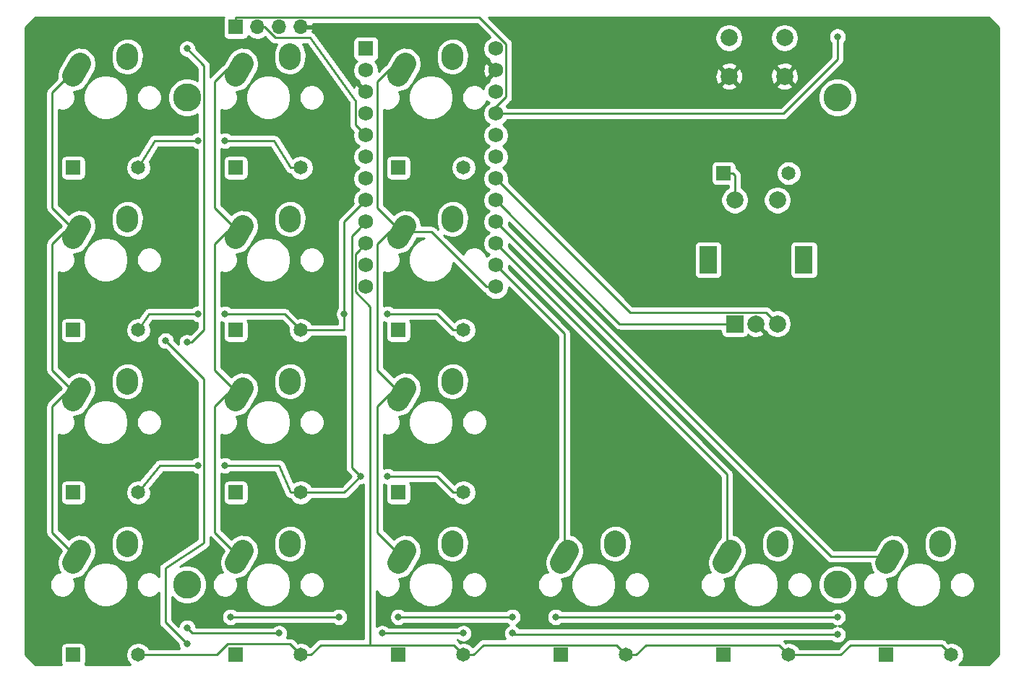
<source format=gbr>
G04 #@! TF.GenerationSoftware,KiCad,Pcbnew,(5.1.5)-3*
G04 #@! TF.CreationDate,2020-09-13T20:53:21+03:00*
G04 #@! TF.ProjectId,taro,7461726f-2e6b-4696-9361-645f70636258,rev?*
G04 #@! TF.SameCoordinates,Original*
G04 #@! TF.FileFunction,Copper,L1,Top*
G04 #@! TF.FilePolarity,Positive*
%FSLAX46Y46*%
G04 Gerber Fmt 4.6, Leading zero omitted, Abs format (unit mm)*
G04 Created by KiCad (PCBNEW (5.1.5)-3) date 2020-09-13 20:53:21*
%MOMM*%
%LPD*%
G04 APERTURE LIST*
G04 #@! TA.AperFunction,ComponentPad*
%ADD10C,3.300000*%
G04 #@! TD*
G04 #@! TA.AperFunction,ComponentPad*
%ADD11C,1.651000*%
G04 #@! TD*
G04 #@! TA.AperFunction,ComponentPad*
%ADD12R,1.651000X1.651000*%
G04 #@! TD*
G04 #@! TA.AperFunction,ComponentPad*
%ADD13C,2.500000*%
G04 #@! TD*
G04 #@! TA.AperFunction,ComponentPad*
%ADD14R,2.000000X2.000000*%
G04 #@! TD*
G04 #@! TA.AperFunction,ComponentPad*
%ADD15C,2.000000*%
G04 #@! TD*
G04 #@! TA.AperFunction,ComponentPad*
%ADD16R,2.000000X3.200000*%
G04 #@! TD*
G04 #@! TA.AperFunction,ComponentPad*
%ADD17R,1.752600X1.752600*%
G04 #@! TD*
G04 #@! TA.AperFunction,ComponentPad*
%ADD18C,1.752600*%
G04 #@! TD*
G04 #@! TA.AperFunction,ComponentPad*
%ADD19R,1.700000X1.700000*%
G04 #@! TD*
G04 #@! TA.AperFunction,ComponentPad*
%ADD20O,1.700000X1.700000*%
G04 #@! TD*
G04 #@! TA.AperFunction,ViaPad*
%ADD21C,0.800000*%
G04 #@! TD*
G04 #@! TA.AperFunction,Conductor*
%ADD22C,0.250000*%
G04 #@! TD*
G04 #@! TA.AperFunction,Conductor*
%ADD23C,0.254000*%
G04 #@! TD*
G04 APERTURE END LIST*
D10*
G04 #@! TO.P,H4,1*
G04 #@! TO.N,N/C*
X139700000Y-130175000D03*
G04 #@! TD*
G04 #@! TO.P,H3,1*
G04 #@! TO.N,N/C*
X139700000Y-73025000D03*
G04 #@! TD*
G04 #@! TO.P,H2,1*
G04 #@! TO.N,N/C*
X63500000Y-130175000D03*
G04 #@! TD*
G04 #@! TO.P,H1,1*
G04 #@! TO.N,N/C*
X63500000Y-73025000D03*
G04 #@! TD*
D11*
G04 #@! TO.P,D16,1*
G04 #@! TO.N,/ROW_D*
X153035000Y-138430000D03*
D12*
G04 #@! TO.P,D16,2*
G04 #@! TO.N,Net-(D16-Pad2)*
X145415000Y-138430000D03*
G04 #@! TD*
D13*
G04 #@! TO.P,SW15,1*
G04 #@! TO.N,/COL_E*
X127175453Y-126175046D02*
X126364547Y-127634954D01*
G04 #@! TO.P,SW15,2*
G04 #@! TO.N,Net-(D15-Pad2)*
X132714724Y-125095672D02*
X132675276Y-125674328D01*
G04 #@! TD*
D14*
G04 #@! TO.P,SW17,A*
G04 #@! TO.N,/ROT1_A*
X127675000Y-99575000D03*
D15*
G04 #@! TO.P,SW17,C*
G04 #@! TO.N,GND*
X130175000Y-99575000D03*
G04 #@! TO.P,SW17,B*
G04 #@! TO.N,/ROT1_B*
X132675000Y-99575000D03*
D16*
G04 #@! TO.P,SW17,MP*
G04 #@! TO.N,N/C*
X124575000Y-92075000D03*
X135775000Y-92075000D03*
D15*
G04 #@! TO.P,SW17,S2*
G04 #@! TO.N,Net-(D14-Pad2)*
X127675000Y-85075000D03*
G04 #@! TO.P,SW17,S1*
G04 #@! TO.N,/COL_D*
X132675000Y-85075000D03*
G04 #@! TD*
D13*
G04 #@! TO.P,SW14,1*
G04 #@! TO.N,/COL_D*
X108125453Y-126175046D02*
X107314547Y-127634954D01*
G04 #@! TO.P,SW14,2*
G04 #@! TO.N,Net-(D13-Pad2)*
X113664724Y-125095672D02*
X113625276Y-125674328D01*
G04 #@! TD*
D17*
G04 #@! TO.P,U1,1*
G04 #@! TO.N,N/C*
X84455000Y-67310000D03*
D18*
G04 #@! TO.P,U1,2*
X84455000Y-69850000D03*
G04 #@! TO.P,U1,3*
G04 #@! TO.N,GND*
X84455000Y-72390000D03*
G04 #@! TO.P,U1,4*
X84455000Y-74930000D03*
G04 #@! TO.P,U1,5*
G04 #@! TO.N,/SCL*
X84455000Y-77470000D03*
G04 #@! TO.P,U1,6*
G04 #@! TO.N,/SDA*
X84455000Y-80010000D03*
G04 #@! TO.P,U1,7*
G04 #@! TO.N,/ROW_A*
X84455000Y-82550000D03*
G04 #@! TO.P,U1,8*
G04 #@! TO.N,/ROW_B*
X84455000Y-85090000D03*
G04 #@! TO.P,U1,9*
G04 #@! TO.N,/ROW_C*
X84455000Y-87630000D03*
G04 #@! TO.P,U1,10*
G04 #@! TO.N,/ROW_D*
X84455000Y-90170000D03*
G04 #@! TO.P,U1,11*
G04 #@! TO.N,/COL_A*
X84455000Y-92710000D03*
G04 #@! TO.P,U1,13*
G04 #@! TO.N,/COL_C*
X99695000Y-95250000D03*
G04 #@! TO.P,U1,14*
G04 #@! TO.N,/COL_D*
X99695000Y-92710000D03*
G04 #@! TO.P,U1,15*
G04 #@! TO.N,/COL_E*
X99695000Y-90170000D03*
G04 #@! TO.P,U1,16*
G04 #@! TO.N,/COL_F*
X99695000Y-87630000D03*
G04 #@! TO.P,U1,17*
G04 #@! TO.N,/ROT1_A*
X99695000Y-85090000D03*
G04 #@! TO.P,U1,18*
G04 #@! TO.N,/ROT1_B*
X99695000Y-82550000D03*
G04 #@! TO.P,U1,19*
G04 #@! TO.N,/LED_IN*
X99695000Y-80010000D03*
G04 #@! TO.P,U1,20*
G04 #@! TO.N,N/C*
X99695000Y-77470000D03*
G04 #@! TO.P,U1,21*
G04 #@! TO.N,VCC*
X99695000Y-74930000D03*
G04 #@! TO.P,U1,22*
G04 #@! TO.N,Net-(SW1-Pad1)*
X99695000Y-72390000D03*
G04 #@! TO.P,U1,23*
G04 #@! TO.N,GND*
X99695000Y-69850000D03*
G04 #@! TO.P,U1,12*
G04 #@! TO.N,/COL_B*
X84455000Y-95250000D03*
G04 #@! TO.P,U1,24*
G04 #@! TO.N,N/C*
X99695000Y-67310000D03*
G04 #@! TD*
D13*
G04 #@! TO.P,SW16,1*
G04 #@! TO.N,/COL_F*
X146225453Y-126175046D02*
X145414547Y-127634954D01*
G04 #@! TO.P,SW16,2*
G04 #@! TO.N,Net-(D16-Pad2)*
X151764724Y-125095672D02*
X151725276Y-125674328D01*
G04 #@! TD*
G04 #@! TO.P,SW13,1*
G04 #@! TO.N,/COL_C*
X89075453Y-126175046D02*
X88264547Y-127634954D01*
G04 #@! TO.P,SW13,2*
G04 #@! TO.N,Net-(D12-Pad2)*
X94614724Y-125095672D02*
X94575276Y-125674328D01*
G04 #@! TD*
G04 #@! TO.P,SW12,1*
G04 #@! TO.N,/COL_C*
X89075453Y-107125046D02*
X88264547Y-108584954D01*
G04 #@! TO.P,SW12,2*
G04 #@! TO.N,Net-(D11-Pad2)*
X94614724Y-106045672D02*
X94575276Y-106624328D01*
G04 #@! TD*
G04 #@! TO.P,SW11,1*
G04 #@! TO.N,/COL_C*
X89075453Y-88075046D02*
X88264547Y-89534954D01*
G04 #@! TO.P,SW11,2*
G04 #@! TO.N,Net-(D10-Pad2)*
X94614724Y-86995672D02*
X94575276Y-87574328D01*
G04 #@! TD*
G04 #@! TO.P,SW10,2*
G04 #@! TO.N,Net-(D9-Pad2)*
X94614724Y-67945672D02*
X94575276Y-68524328D01*
G04 #@! TO.P,SW10,1*
G04 #@! TO.N,/COL_C*
X89075453Y-69025046D02*
X88264547Y-70484954D01*
G04 #@! TD*
G04 #@! TO.P,SW9,1*
G04 #@! TO.N,/COL_B*
X70025453Y-126175046D02*
X69214547Y-127634954D01*
G04 #@! TO.P,SW9,2*
G04 #@! TO.N,Net-(D8-Pad2)*
X75564724Y-125095672D02*
X75525276Y-125674328D01*
G04 #@! TD*
G04 #@! TO.P,SW8,1*
G04 #@! TO.N,/COL_B*
X70025453Y-107125046D02*
X69214547Y-108584954D01*
G04 #@! TO.P,SW8,2*
G04 #@! TO.N,Net-(D7-Pad2)*
X75564724Y-106045672D02*
X75525276Y-106624328D01*
G04 #@! TD*
G04 #@! TO.P,SW7,1*
G04 #@! TO.N,/COL_B*
X70025453Y-88075046D02*
X69214547Y-89534954D01*
G04 #@! TO.P,SW7,2*
G04 #@! TO.N,Net-(D6-Pad2)*
X75564724Y-86995672D02*
X75525276Y-87574328D01*
G04 #@! TD*
G04 #@! TO.P,SW6,1*
G04 #@! TO.N,/COL_B*
X70025453Y-69025046D02*
X69214547Y-70484954D01*
G04 #@! TO.P,SW6,2*
G04 #@! TO.N,Net-(D5-Pad2)*
X75564724Y-67945672D02*
X75525276Y-68524328D01*
G04 #@! TD*
G04 #@! TO.P,SW5,1*
G04 #@! TO.N,/COL_A*
X50975453Y-126175046D02*
X50164547Y-127634954D01*
G04 #@! TO.P,SW5,2*
G04 #@! TO.N,Net-(D4-Pad2)*
X56514724Y-125095672D02*
X56475276Y-125674328D01*
G04 #@! TD*
G04 #@! TO.P,SW4,1*
G04 #@! TO.N,/COL_A*
X50975453Y-107125046D02*
X50164547Y-108584954D01*
G04 #@! TO.P,SW4,2*
G04 #@! TO.N,Net-(D3-Pad2)*
X56514724Y-106045672D02*
X56475276Y-106624328D01*
G04 #@! TD*
G04 #@! TO.P,SW3,1*
G04 #@! TO.N,/COL_A*
X50975453Y-88075046D02*
X50164547Y-89534954D01*
G04 #@! TO.P,SW3,2*
G04 #@! TO.N,Net-(D2-Pad2)*
X56514724Y-86995672D02*
X56475276Y-87574328D01*
G04 #@! TD*
G04 #@! TO.P,SW2,1*
G04 #@! TO.N,/COL_A*
X50975453Y-69025046D02*
X50164547Y-70484954D01*
G04 #@! TO.P,SW2,2*
G04 #@! TO.N,Net-(D1-Pad2)*
X56514724Y-67945672D02*
X56475276Y-68524328D01*
G04 #@! TD*
D15*
G04 #@! TO.P,SW1,2*
G04 #@! TO.N,GND*
X127000000Y-70540000D03*
G04 #@! TO.P,SW1,1*
G04 #@! TO.N,Net-(SW1-Pad1)*
X127000000Y-66040000D03*
G04 #@! TO.P,SW1,2*
G04 #@! TO.N,GND*
X133500000Y-70540000D03*
G04 #@! TO.P,SW1,1*
G04 #@! TO.N,Net-(SW1-Pad1)*
X133500000Y-66040000D03*
G04 #@! TD*
D19*
G04 #@! TO.P,J1,1*
G04 #@! TO.N,VCC*
X69215000Y-64770000D03*
D20*
G04 #@! TO.P,J1,2*
G04 #@! TO.N,/SCL*
X71755000Y-64770000D03*
G04 #@! TO.P,J1,3*
G04 #@! TO.N,/SDA*
X74295000Y-64770000D03*
G04 #@! TO.P,J1,4*
G04 #@! TO.N,GND*
X76835000Y-64770000D03*
G04 #@! TD*
D11*
G04 #@! TO.P,D15,1*
G04 #@! TO.N,/ROW_D*
X133985000Y-138430000D03*
D12*
G04 #@! TO.P,D15,2*
G04 #@! TO.N,Net-(D15-Pad2)*
X126365000Y-138430000D03*
G04 #@! TD*
D11*
G04 #@! TO.P,D14,1*
G04 #@! TO.N,/ROW_C*
X133985000Y-81915000D03*
D12*
G04 #@! TO.P,D14,2*
G04 #@! TO.N,Net-(D14-Pad2)*
X126365000Y-81915000D03*
G04 #@! TD*
D11*
G04 #@! TO.P,D13,1*
G04 #@! TO.N,/ROW_D*
X114935000Y-138430000D03*
D12*
G04 #@! TO.P,D13,2*
G04 #@! TO.N,Net-(D13-Pad2)*
X107315000Y-138430000D03*
G04 #@! TD*
D11*
G04 #@! TO.P,D12,1*
G04 #@! TO.N,/ROW_D*
X95885000Y-138430000D03*
D12*
G04 #@! TO.P,D12,2*
G04 #@! TO.N,Net-(D12-Pad2)*
X88265000Y-138430000D03*
G04 #@! TD*
D11*
G04 #@! TO.P,D11,1*
G04 #@! TO.N,/ROW_C*
X95885000Y-119380000D03*
D12*
G04 #@! TO.P,D11,2*
G04 #@! TO.N,Net-(D11-Pad2)*
X88265000Y-119380000D03*
G04 #@! TD*
D11*
G04 #@! TO.P,D10,1*
G04 #@! TO.N,/ROW_B*
X95885000Y-100330000D03*
D12*
G04 #@! TO.P,D10,2*
G04 #@! TO.N,Net-(D10-Pad2)*
X88265000Y-100330000D03*
G04 #@! TD*
D11*
G04 #@! TO.P,D9,1*
G04 #@! TO.N,/ROW_A*
X95885000Y-81280000D03*
D12*
G04 #@! TO.P,D9,2*
G04 #@! TO.N,Net-(D9-Pad2)*
X88265000Y-81280000D03*
G04 #@! TD*
D11*
G04 #@! TO.P,D8,1*
G04 #@! TO.N,/ROW_D*
X76835000Y-138430000D03*
D12*
G04 #@! TO.P,D8,2*
G04 #@! TO.N,Net-(D8-Pad2)*
X69215000Y-138430000D03*
G04 #@! TD*
D11*
G04 #@! TO.P,D7,1*
G04 #@! TO.N,/ROW_C*
X76835000Y-119380000D03*
D12*
G04 #@! TO.P,D7,2*
G04 #@! TO.N,Net-(D7-Pad2)*
X69215000Y-119380000D03*
G04 #@! TD*
D11*
G04 #@! TO.P,D6,1*
G04 #@! TO.N,/ROW_B*
X76835000Y-100330000D03*
D12*
G04 #@! TO.P,D6,2*
G04 #@! TO.N,Net-(D6-Pad2)*
X69215000Y-100330000D03*
G04 #@! TD*
D11*
G04 #@! TO.P,D5,1*
G04 #@! TO.N,/ROW_A*
X76835000Y-81280000D03*
D12*
G04 #@! TO.P,D5,2*
G04 #@! TO.N,Net-(D5-Pad2)*
X69215000Y-81280000D03*
G04 #@! TD*
D11*
G04 #@! TO.P,D4,1*
G04 #@! TO.N,/ROW_D*
X57785000Y-138430000D03*
D12*
G04 #@! TO.P,D4,2*
G04 #@! TO.N,Net-(D4-Pad2)*
X50165000Y-138430000D03*
G04 #@! TD*
D11*
G04 #@! TO.P,D3,1*
G04 #@! TO.N,/ROW_C*
X57785000Y-119380000D03*
D12*
G04 #@! TO.P,D3,2*
G04 #@! TO.N,Net-(D3-Pad2)*
X50165000Y-119380000D03*
G04 #@! TD*
D11*
G04 #@! TO.P,D2,1*
G04 #@! TO.N,/ROW_B*
X57785000Y-100330000D03*
D12*
G04 #@! TO.P,D2,2*
G04 #@! TO.N,Net-(D2-Pad2)*
X50165000Y-100330000D03*
G04 #@! TD*
D11*
G04 #@! TO.P,D1,1*
G04 #@! TO.N,/ROW_A*
X57785000Y-81280000D03*
D12*
G04 #@! TO.P,D1,2*
G04 #@! TO.N,Net-(D1-Pad2)*
X50165000Y-81280000D03*
G04 #@! TD*
D21*
G04 #@! TO.N,/ROW_A*
X64770000Y-78105000D03*
X67945000Y-78105000D03*
G04 #@! TO.N,/ROW_B*
X86995000Y-98425000D03*
X67945000Y-98425000D03*
X64770000Y-98425000D03*
X81915000Y-98425000D03*
G04 #@! TO.N,/ROW_C*
X86995000Y-117475000D03*
X83820000Y-117475000D03*
X64770000Y-116205000D03*
X67945000Y-116205000D03*
G04 #@! TO.N,VCC*
X106680000Y-133985000D03*
X101600000Y-133985000D03*
X68580000Y-133985000D03*
X88265000Y-133985000D03*
X81280000Y-133985000D03*
X139700000Y-65890000D03*
X139700000Y-133985000D03*
G04 #@! TO.N,GND*
X105410000Y-69215000D03*
X95885000Y-78105000D03*
X88265000Y-83820000D03*
X79375000Y-77470000D03*
X79375000Y-106045000D03*
X80645000Y-125730000D03*
X120650000Y-64770000D03*
X150495000Y-71120000D03*
X135255000Y-137160000D03*
G04 #@! TO.N,Net-(D19-Pad2)*
X101600000Y-135890000D03*
X139700000Y-136040000D03*
G04 #@! TO.N,Net-(D20-Pad2)*
X95885000Y-135890000D03*
X86360000Y-135890000D03*
X74295000Y-135890000D03*
X63500000Y-135255000D03*
G04 #@! TO.N,Net-(D21-Pad2)*
X63500000Y-137160000D03*
X61000000Y-101560000D03*
G04 #@! TO.N,Net-(D22-Pad2)*
X63500000Y-101750000D03*
X63500000Y-67310000D03*
G04 #@! TD*
D22*
G04 #@! TO.N,/ROW_A*
X59690000Y-78105000D02*
X57785000Y-81280000D01*
X64770000Y-78105000D02*
X59690000Y-78105000D01*
X75667567Y-81280000D02*
X76835000Y-81280000D01*
X67945000Y-78105000D02*
X73660000Y-78105000D01*
X73660000Y-78105000D02*
X75667567Y-81280000D01*
G04 #@! TO.N,/ROW_B*
X76835000Y-100330000D02*
X74930000Y-98425000D01*
X74930000Y-98425000D02*
X67945000Y-98425000D01*
X94717567Y-100330000D02*
X92812567Y-98425000D01*
X95885000Y-100330000D02*
X94717567Y-100330000D01*
X92812567Y-98425000D02*
X86995000Y-98425000D01*
X86995000Y-98425000D02*
X86995000Y-98425000D01*
X67945000Y-98425000D02*
X67945000Y-98425000D01*
X64770000Y-98425000D02*
X64770000Y-98425000D01*
X81915000Y-100330000D02*
X76835000Y-100330000D01*
X81915000Y-98425000D02*
X81915000Y-100330000D01*
X81915000Y-87630000D02*
X84455000Y-85090000D01*
X81915000Y-98425000D02*
X81915000Y-87630000D01*
X59055000Y-98425000D02*
X64770000Y-98425000D01*
X57785000Y-100330000D02*
X59055000Y-98425000D01*
G04 #@! TO.N,/ROW_C*
X76835000Y-119380000D02*
X81915000Y-119380000D01*
X81915000Y-119380000D02*
X83820000Y-117475000D01*
X94717567Y-119380000D02*
X92812567Y-117475000D01*
X95885000Y-119380000D02*
X94717567Y-119380000D01*
X92812567Y-117475000D02*
X86995000Y-117475000D01*
X86995000Y-117475000D02*
X86995000Y-117475000D01*
X83820000Y-117475000D02*
X83820000Y-117475000D01*
X83578701Y-88506299D02*
X84455000Y-87630000D01*
X82803689Y-89281311D02*
X83578701Y-88506299D01*
X82803689Y-116458689D02*
X82803689Y-89281311D01*
X83820000Y-117475000D02*
X82803689Y-116458689D01*
X60325000Y-116205000D02*
X57785000Y-119380000D01*
X64770000Y-116205000D02*
X60325000Y-116205000D01*
X75667567Y-119380000D02*
X76835000Y-119380000D01*
X67945000Y-116205000D02*
X74295000Y-116205000D01*
X74295000Y-116205000D02*
X75667567Y-119380000D01*
G04 #@! TO.N,/ROW_D*
X95059501Y-137604501D02*
X95885000Y-138430000D01*
X94734499Y-137279499D02*
X95059501Y-137604501D01*
X78002433Y-138430000D02*
X79152934Y-137279499D01*
X76835000Y-138430000D02*
X78002433Y-138430000D01*
X114109501Y-137604501D02*
X114935000Y-138430000D01*
X113784499Y-137279499D02*
X114109501Y-137604501D01*
X98202934Y-137279499D02*
X113784499Y-137279499D01*
X97052433Y-138430000D02*
X98202934Y-137279499D01*
X95885000Y-138430000D02*
X97052433Y-138430000D01*
X133159501Y-137604501D02*
X133985000Y-138430000D01*
X132834499Y-137279499D02*
X133159501Y-137604501D01*
X116102433Y-138430000D02*
X117252934Y-137279499D01*
X117252934Y-137279499D02*
X132834499Y-137279499D01*
X114935000Y-138430000D02*
X116102433Y-138430000D01*
X83578701Y-91046299D02*
X84455000Y-90170000D01*
X83253699Y-91371301D02*
X83578701Y-91046299D01*
X84970501Y-97543427D02*
X83253699Y-95826625D01*
X84970501Y-137279499D02*
X84970501Y-97543427D01*
X79152934Y-137279499D02*
X84970501Y-137279499D01*
X83253699Y-95826625D02*
X83253699Y-91371301D01*
X84970501Y-137279499D02*
X94734499Y-137279499D01*
X76009501Y-137604501D02*
X76835000Y-138430000D01*
X75565000Y-137160000D02*
X76009501Y-137604501D01*
X68248998Y-137160000D02*
X75565000Y-137160000D01*
X57785000Y-138430000D02*
X66978998Y-138430000D01*
X66978998Y-138430000D02*
X68248998Y-137160000D01*
X152209501Y-137604501D02*
X153035000Y-138430000D01*
X151884499Y-137279499D02*
X152209501Y-137604501D01*
X141233503Y-137279499D02*
X151884499Y-137279499D01*
X140083002Y-138430000D02*
X141233503Y-137279499D01*
X133985000Y-138430000D02*
X140083002Y-138430000D01*
G04 #@! TO.N,Net-(D14-Pad2)*
X127440500Y-81915000D02*
X126365000Y-81915000D01*
X127675000Y-82149500D02*
X127440500Y-81915000D01*
X127675000Y-85075000D02*
X127675000Y-82149500D01*
G04 #@! TO.N,VCC*
X69215000Y-63670000D02*
X69215000Y-64770000D01*
X100896301Y-66733375D02*
X97757925Y-63594999D01*
X99695000Y-74167926D02*
X100896301Y-72966625D01*
X69290001Y-63594999D02*
X69215000Y-63670000D01*
X97757925Y-63594999D02*
X69290001Y-63594999D01*
X100896301Y-72966625D02*
X100896301Y-66733375D01*
X99695000Y-74930000D02*
X99695000Y-74167926D01*
X139700000Y-133985000D02*
X139700000Y-133985000D01*
X101600000Y-133985000D02*
X88265000Y-133985000D01*
X68580000Y-133985000D02*
X81280000Y-133985000D01*
X88265000Y-133985000D02*
X88265000Y-133985000D01*
X81280000Y-133985000D02*
X81280000Y-133985000D01*
X99695000Y-74930000D02*
X133350000Y-74930000D01*
X139700000Y-68580000D02*
X133350000Y-74930000D01*
X139700000Y-65890000D02*
X139700000Y-68580000D01*
X139700000Y-133985000D02*
X106680000Y-133985000D01*
G04 #@! TO.N,/SCL*
X83578701Y-76593701D02*
X84455000Y-77470000D01*
X83253699Y-76268699D02*
X83578701Y-76593701D01*
X72555998Y-64770000D02*
X73825998Y-66040000D01*
X71755000Y-64770000D02*
X72555998Y-64770000D01*
X73825998Y-66040000D02*
X77948065Y-66040000D01*
X77948065Y-66040000D02*
X83253699Y-73407569D01*
X83253699Y-73407569D02*
X83253699Y-76268699D01*
G04 #@! TO.N,/COL_A*
X47719099Y-85954099D02*
X49650726Y-87885726D01*
X47719099Y-72460567D02*
X47719099Y-85954099D01*
X49650726Y-87885726D02*
X50570000Y-88805000D01*
X50424666Y-69755000D02*
X47719099Y-72460567D01*
X50570000Y-69755000D02*
X50424666Y-69755000D01*
X49650726Y-106935726D02*
X50570000Y-107855000D01*
X47719099Y-105004099D02*
X49650726Y-106935726D01*
X47719099Y-90226016D02*
X47719099Y-105004099D01*
X49140115Y-88805000D02*
X47719099Y-90226016D01*
X50570000Y-88805000D02*
X49140115Y-88805000D01*
X49650726Y-125985726D02*
X50570000Y-126905000D01*
X47719099Y-109276016D02*
X47719099Y-124054099D01*
X49140115Y-107855000D02*
X47719099Y-109276016D01*
X47719099Y-124054099D02*
X49650726Y-125985726D01*
X50570000Y-107855000D02*
X49140115Y-107855000D01*
G04 #@! TO.N,/COL_B*
X66769099Y-71176016D02*
X66769099Y-85954099D01*
X66769099Y-85954099D02*
X68700726Y-87885726D01*
X68190115Y-69755000D02*
X66769099Y-71176016D01*
X68700726Y-87885726D02*
X69620000Y-88805000D01*
X69620000Y-69755000D02*
X68190115Y-69755000D01*
X68700726Y-106935726D02*
X69620000Y-107855000D01*
X66769099Y-90226016D02*
X66769099Y-105004099D01*
X68190115Y-88805000D02*
X66769099Y-90226016D01*
X66769099Y-105004099D02*
X68700726Y-106935726D01*
X69620000Y-88805000D02*
X68190115Y-88805000D01*
X68700726Y-125985726D02*
X69620000Y-126905000D01*
X66769099Y-124054099D02*
X68700726Y-125985726D01*
X66769099Y-109276016D02*
X66769099Y-124054099D01*
X68190115Y-107855000D02*
X66769099Y-109276016D01*
X69620000Y-107855000D02*
X68190115Y-107855000D01*
G04 #@! TO.N,/COL_C*
X87750726Y-87885726D02*
X88670000Y-88805000D01*
X85819099Y-85954099D02*
X87750726Y-87885726D01*
X85819099Y-71176016D02*
X85819099Y-85954099D01*
X87240115Y-69755000D02*
X85819099Y-71176016D01*
X88670000Y-69755000D02*
X87240115Y-69755000D01*
X87750726Y-106935726D02*
X88670000Y-107855000D01*
X85819099Y-90226016D02*
X85819099Y-105004099D01*
X87240115Y-88805000D02*
X85819099Y-90226016D01*
X85819099Y-105004099D02*
X87750726Y-106935726D01*
X88670000Y-88805000D02*
X87240115Y-88805000D01*
X85819099Y-124054099D02*
X87750726Y-125985726D01*
X85819099Y-109276016D02*
X85819099Y-124054099D01*
X87240115Y-107855000D02*
X85819099Y-109276016D01*
X87750726Y-125985726D02*
X88670000Y-126905000D01*
X88670000Y-107855000D02*
X87240115Y-107855000D01*
X98589666Y-95250000D02*
X99695000Y-95250000D01*
X88670000Y-88805000D02*
X92144666Y-88805000D01*
X92144666Y-88805000D02*
X98589666Y-95250000D01*
G04 #@! TO.N,/COL_D*
X107720000Y-100735000D02*
X99695000Y-92710000D01*
X107720000Y-126905000D02*
X107720000Y-100735000D01*
G04 #@! TO.N,/ROT1_A*
X114180000Y-99575000D02*
X99695000Y-85090000D01*
X127675000Y-99575000D02*
X114180000Y-99575000D01*
G04 #@! TO.N,/ROT1_B*
X100571299Y-83426299D02*
X99695000Y-82550000D01*
X115394999Y-98249999D02*
X100571299Y-83426299D01*
X131349999Y-98249999D02*
X115394999Y-98249999D01*
X132675000Y-99575000D02*
X131349999Y-98249999D01*
G04 #@! TO.N,/COL_E*
X126770000Y-117245000D02*
X99695000Y-90170000D01*
X126770000Y-126905000D02*
X126770000Y-117245000D01*
G04 #@! TO.N,/COL_F*
X138970000Y-126905000D02*
X99695000Y-87630000D01*
X145820000Y-126905000D02*
X138970000Y-126905000D01*
G04 #@! TO.N,Net-(D19-Pad2)*
X101750000Y-136040000D02*
X101600000Y-135890000D01*
X139700000Y-136040000D02*
X139700000Y-136040000D01*
X139700000Y-136040000D02*
X101750000Y-136040000D01*
G04 #@! TO.N,Net-(D20-Pad2)*
X95885000Y-135890000D02*
X86360000Y-135890000D01*
X86360000Y-135890000D02*
X86360000Y-135890000D01*
X74295000Y-135890000D02*
X64135000Y-135890000D01*
X64135000Y-135890000D02*
X63500000Y-135255000D01*
X63500000Y-135255000D02*
X63500000Y-135255000D01*
G04 #@! TO.N,Net-(D21-Pad2)*
X60960000Y-128270000D02*
X60960000Y-134620000D01*
X65495001Y-125256997D02*
X60960000Y-128270000D01*
X61000000Y-101560000D02*
X65495001Y-106055001D01*
X60960000Y-134620000D02*
X63500000Y-137160000D01*
X65495001Y-106055001D02*
X65495001Y-125256997D01*
G04 #@! TO.N,Net-(D22-Pad2)*
X65495001Y-100320684D02*
X65495001Y-69305001D01*
X63500000Y-101750000D02*
X64065685Y-101750000D01*
X64065685Y-101750000D02*
X65495001Y-100320684D01*
X65495001Y-69305001D02*
X63500000Y-67310000D01*
X63500000Y-67310000D02*
X63500000Y-67310000D01*
G04 #@! TD*
D23*
G04 #@! TO.N,GND*
G36*
X67775498Y-63675820D02*
G01*
X67739188Y-63795518D01*
X67726928Y-63920000D01*
X67726928Y-65620000D01*
X67739188Y-65744482D01*
X67775498Y-65864180D01*
X67834463Y-65974494D01*
X67913815Y-66071185D01*
X68010506Y-66150537D01*
X68120820Y-66209502D01*
X68240518Y-66245812D01*
X68365000Y-66258072D01*
X70065000Y-66258072D01*
X70189482Y-66245812D01*
X70309180Y-66209502D01*
X70419494Y-66150537D01*
X70516185Y-66071185D01*
X70595537Y-65974494D01*
X70654502Y-65864180D01*
X70676513Y-65791620D01*
X70808368Y-65923475D01*
X71051589Y-66085990D01*
X71321842Y-66197932D01*
X71608740Y-66255000D01*
X71901260Y-66255000D01*
X72188158Y-66197932D01*
X72458411Y-66085990D01*
X72661492Y-65950296D01*
X73262199Y-66551003D01*
X73285997Y-66580001D01*
X73401722Y-66674974D01*
X73533751Y-66745546D01*
X73677012Y-66789003D01*
X73788665Y-66800000D01*
X73788674Y-66800000D01*
X73825997Y-66803676D01*
X73863320Y-66800000D01*
X74057959Y-66800000D01*
X73868137Y-67103483D01*
X73736434Y-67450653D01*
X73690387Y-67725084D01*
X73638344Y-68488505D01*
X73646721Y-68766645D01*
X73730090Y-69128477D01*
X73882448Y-69467092D01*
X74097939Y-69769477D01*
X74368281Y-70024011D01*
X74683087Y-70220915D01*
X75030257Y-70352618D01*
X75396450Y-70414061D01*
X75767593Y-70402883D01*
X76129425Y-70319514D01*
X76468040Y-70167156D01*
X76770425Y-69951665D01*
X77024959Y-69681323D01*
X77221863Y-69366517D01*
X77353566Y-69019347D01*
X77399613Y-68744916D01*
X77451656Y-67981496D01*
X77443279Y-67703355D01*
X77359910Y-67341523D01*
X77207552Y-67002908D01*
X77062952Y-66800000D01*
X77558811Y-66800000D01*
X82493699Y-73652741D01*
X82493700Y-76231367D01*
X82490023Y-76268699D01*
X82493700Y-76306032D01*
X82504697Y-76417685D01*
X82512896Y-76444714D01*
X82548153Y-76560945D01*
X82618725Y-76692975D01*
X82668915Y-76754131D01*
X82713699Y-76808700D01*
X82742697Y-76832498D01*
X82991424Y-77081225D01*
X82943700Y-77321150D01*
X82943700Y-77618850D01*
X83001778Y-77910830D01*
X83115703Y-78185869D01*
X83281096Y-78433398D01*
X83491602Y-78643904D01*
X83635420Y-78740000D01*
X83491602Y-78836096D01*
X83281096Y-79046602D01*
X83115703Y-79294131D01*
X83001778Y-79569170D01*
X82943700Y-79861150D01*
X82943700Y-80158850D01*
X83001778Y-80450830D01*
X83115703Y-80725869D01*
X83281096Y-80973398D01*
X83491602Y-81183904D01*
X83635420Y-81280000D01*
X83491602Y-81376096D01*
X83281096Y-81586602D01*
X83115703Y-81834131D01*
X83001778Y-82109170D01*
X82943700Y-82401150D01*
X82943700Y-82698850D01*
X83001778Y-82990830D01*
X83115703Y-83265869D01*
X83281096Y-83513398D01*
X83491602Y-83723904D01*
X83635420Y-83820000D01*
X83491602Y-83916096D01*
X83281096Y-84126602D01*
X83115703Y-84374131D01*
X83001778Y-84649170D01*
X82943700Y-84941150D01*
X82943700Y-85238850D01*
X82991424Y-85478774D01*
X81403998Y-87066201D01*
X81375000Y-87089999D01*
X81351202Y-87118997D01*
X81351201Y-87118998D01*
X81280026Y-87205724D01*
X81209454Y-87337754D01*
X81165998Y-87481015D01*
X81151324Y-87630000D01*
X81155001Y-87667332D01*
X81155000Y-97721289D01*
X81111063Y-97765226D01*
X80997795Y-97934744D01*
X80919774Y-98123102D01*
X80880000Y-98323061D01*
X80880000Y-98526939D01*
X80919774Y-98726898D01*
X80997795Y-98915256D01*
X81111063Y-99084774D01*
X81155000Y-99128711D01*
X81155001Y-99570000D01*
X78083713Y-99570000D01*
X77969445Y-99398985D01*
X77766015Y-99195555D01*
X77526806Y-99035721D01*
X77261012Y-98925626D01*
X76978847Y-98869500D01*
X76691153Y-98869500D01*
X76489427Y-98909626D01*
X75493804Y-97914003D01*
X75470001Y-97884999D01*
X75354276Y-97790026D01*
X75222247Y-97719454D01*
X75078986Y-97675997D01*
X74967333Y-97665000D01*
X74967322Y-97665000D01*
X74930000Y-97661324D01*
X74892678Y-97665000D01*
X68648711Y-97665000D01*
X68604774Y-97621063D01*
X68435256Y-97507795D01*
X68246898Y-97429774D01*
X68046939Y-97390000D01*
X67843061Y-97390000D01*
X67643102Y-97429774D01*
X67529099Y-97476996D01*
X67529099Y-93507283D01*
X67798652Y-93560900D01*
X68091348Y-93560900D01*
X68378421Y-93503798D01*
X68648838Y-93391788D01*
X68892206Y-93229174D01*
X69099174Y-93022206D01*
X69261788Y-92778838D01*
X69373798Y-92508421D01*
X69430900Y-92221348D01*
X69430900Y-91928652D01*
X69408508Y-91816076D01*
X70396100Y-91816076D01*
X70396100Y-92333924D01*
X70497127Y-92841822D01*
X70695299Y-93320251D01*
X70983000Y-93750826D01*
X71349174Y-94117000D01*
X71779749Y-94404701D01*
X72258178Y-94602873D01*
X72766076Y-94703900D01*
X73283924Y-94703900D01*
X73791822Y-94602873D01*
X74270251Y-94404701D01*
X74700826Y-94117000D01*
X75067000Y-93750826D01*
X75354701Y-93320251D01*
X75552873Y-92841822D01*
X75653900Y-92333924D01*
X75653900Y-91928652D01*
X76619100Y-91928652D01*
X76619100Y-92221348D01*
X76676202Y-92508421D01*
X76788212Y-92778838D01*
X76950826Y-93022206D01*
X77157794Y-93229174D01*
X77401162Y-93391788D01*
X77671579Y-93503798D01*
X77958652Y-93560900D01*
X78251348Y-93560900D01*
X78538421Y-93503798D01*
X78808838Y-93391788D01*
X79052206Y-93229174D01*
X79259174Y-93022206D01*
X79421788Y-92778838D01*
X79533798Y-92508421D01*
X79590900Y-92221348D01*
X79590900Y-91928652D01*
X79533798Y-91641579D01*
X79421788Y-91371162D01*
X79259174Y-91127794D01*
X79052206Y-90920826D01*
X78808838Y-90758212D01*
X78538421Y-90646202D01*
X78251348Y-90589100D01*
X77958652Y-90589100D01*
X77671579Y-90646202D01*
X77401162Y-90758212D01*
X77157794Y-90920826D01*
X76950826Y-91127794D01*
X76788212Y-91371162D01*
X76676202Y-91641579D01*
X76619100Y-91928652D01*
X75653900Y-91928652D01*
X75653900Y-91816076D01*
X75552873Y-91308178D01*
X75354701Y-90829749D01*
X75067000Y-90399174D01*
X74700826Y-90033000D01*
X74270251Y-89745299D01*
X73791822Y-89547127D01*
X73283924Y-89446100D01*
X72766076Y-89446100D01*
X72258178Y-89547127D01*
X71779749Y-89745299D01*
X71349174Y-90033000D01*
X70983000Y-90399174D01*
X70695299Y-90829749D01*
X70497127Y-91308178D01*
X70396100Y-91816076D01*
X69408508Y-91816076D01*
X69373798Y-91641579D01*
X69282554Y-91421296D01*
X69369749Y-91422704D01*
X69735048Y-91356153D01*
X70080345Y-91219615D01*
X70392371Y-91018335D01*
X70659132Y-90760050D01*
X70817444Y-90531206D01*
X71718275Y-88909403D01*
X71828900Y-88654070D01*
X71907209Y-88291109D01*
X71913203Y-87919844D01*
X71846652Y-87554545D01*
X71840310Y-87538505D01*
X73638344Y-87538505D01*
X73646721Y-87816645D01*
X73730090Y-88178477D01*
X73882448Y-88517092D01*
X74097939Y-88819477D01*
X74368281Y-89074011D01*
X74683087Y-89270915D01*
X75030257Y-89402618D01*
X75396450Y-89464061D01*
X75767593Y-89452883D01*
X76129425Y-89369514D01*
X76468040Y-89217156D01*
X76770425Y-89001665D01*
X77024959Y-88731323D01*
X77221863Y-88416517D01*
X77353566Y-88069347D01*
X77399613Y-87794916D01*
X77451656Y-87031496D01*
X77443279Y-86753355D01*
X77359910Y-86391523D01*
X77207552Y-86052908D01*
X76992061Y-85750523D01*
X76721719Y-85495989D01*
X76406913Y-85299086D01*
X76059743Y-85167382D01*
X75693550Y-85105939D01*
X75322407Y-85117117D01*
X74960575Y-85200486D01*
X74621960Y-85352844D01*
X74319575Y-85568335D01*
X74065041Y-85838677D01*
X73868137Y-86153483D01*
X73736434Y-86500653D01*
X73690387Y-86775084D01*
X73638344Y-87538505D01*
X71840310Y-87538505D01*
X71710114Y-87209248D01*
X71508834Y-86897222D01*
X71250549Y-86630461D01*
X70945185Y-86419214D01*
X70604476Y-86271599D01*
X70241515Y-86193290D01*
X69870250Y-86187296D01*
X69504951Y-86253847D01*
X69159655Y-86390385D01*
X68847629Y-86591665D01*
X68661592Y-86771791D01*
X67529099Y-85639298D01*
X67529099Y-80454500D01*
X67751428Y-80454500D01*
X67751428Y-82105500D01*
X67763688Y-82229982D01*
X67799998Y-82349680D01*
X67858963Y-82459994D01*
X67938315Y-82556685D01*
X68035006Y-82636037D01*
X68145320Y-82695002D01*
X68265018Y-82731312D01*
X68389500Y-82743572D01*
X70040500Y-82743572D01*
X70164982Y-82731312D01*
X70284680Y-82695002D01*
X70394994Y-82636037D01*
X70491685Y-82556685D01*
X70571037Y-82459994D01*
X70630002Y-82349680D01*
X70666312Y-82229982D01*
X70678572Y-82105500D01*
X70678572Y-80454500D01*
X70666312Y-80330018D01*
X70630002Y-80210320D01*
X70571037Y-80100006D01*
X70491685Y-80003315D01*
X70394994Y-79923963D01*
X70284680Y-79864998D01*
X70164982Y-79828688D01*
X70040500Y-79816428D01*
X68389500Y-79816428D01*
X68265018Y-79828688D01*
X68145320Y-79864998D01*
X68035006Y-79923963D01*
X67938315Y-80003315D01*
X67858963Y-80100006D01*
X67799998Y-80210320D01*
X67763688Y-80330018D01*
X67751428Y-80454500D01*
X67529099Y-80454500D01*
X67529099Y-79053004D01*
X67643102Y-79100226D01*
X67843061Y-79140000D01*
X68046939Y-79140000D01*
X68246898Y-79100226D01*
X68435256Y-79022205D01*
X68604774Y-78908937D01*
X68648711Y-78865000D01*
X73241370Y-78865000D01*
X75010385Y-81662729D01*
X75032593Y-81704276D01*
X75073994Y-81754723D01*
X75114123Y-81806215D01*
X75121437Y-81812533D01*
X75127566Y-81820001D01*
X75178000Y-81861391D01*
X75227416Y-81904076D01*
X75235826Y-81908847D01*
X75243291Y-81914974D01*
X75300866Y-81945749D01*
X75357625Y-81977952D01*
X75366790Y-81980987D01*
X75375320Y-81985546D01*
X75437822Y-82004505D01*
X75499744Y-82025008D01*
X75509330Y-82026197D01*
X75518581Y-82029003D01*
X75583191Y-82035367D01*
X75700555Y-82211015D01*
X75903985Y-82414445D01*
X76143194Y-82574279D01*
X76408988Y-82684374D01*
X76691153Y-82740500D01*
X76978847Y-82740500D01*
X77261012Y-82684374D01*
X77526806Y-82574279D01*
X77766015Y-82414445D01*
X77969445Y-82211015D01*
X78129279Y-81971806D01*
X78239374Y-81706012D01*
X78295500Y-81423847D01*
X78295500Y-81136153D01*
X78239374Y-80853988D01*
X78129279Y-80588194D01*
X77969445Y-80348985D01*
X77766015Y-80145555D01*
X77526806Y-79985721D01*
X77261012Y-79875626D01*
X76978847Y-79819500D01*
X76691153Y-79819500D01*
X76408988Y-79875626D01*
X76143194Y-79985721D01*
X75903985Y-80145555D01*
X75870566Y-80178974D01*
X74317184Y-77722274D01*
X74294974Y-77680724D01*
X74253562Y-77630264D01*
X74213443Y-77578785D01*
X74206133Y-77572471D01*
X74200001Y-77564999D01*
X74149536Y-77523584D01*
X74100149Y-77480924D01*
X74091745Y-77476156D01*
X74084276Y-77470026D01*
X74026694Y-77439247D01*
X73969941Y-77407047D01*
X73960774Y-77404012D01*
X73952247Y-77399454D01*
X73889742Y-77380494D01*
X73827821Y-77359992D01*
X73818238Y-77358804D01*
X73808986Y-77355997D01*
X73743985Y-77349595D01*
X73679253Y-77341567D01*
X73632280Y-77345000D01*
X68648711Y-77345000D01*
X68604774Y-77301063D01*
X68435256Y-77187795D01*
X68246898Y-77109774D01*
X68046939Y-77070000D01*
X67843061Y-77070000D01*
X67643102Y-77109774D01*
X67529099Y-77156996D01*
X67529099Y-74457283D01*
X67798652Y-74510900D01*
X68091348Y-74510900D01*
X68378421Y-74453798D01*
X68648838Y-74341788D01*
X68892206Y-74179174D01*
X69099174Y-73972206D01*
X69261788Y-73728838D01*
X69373798Y-73458421D01*
X69430900Y-73171348D01*
X69430900Y-72878652D01*
X69408508Y-72766076D01*
X70396100Y-72766076D01*
X70396100Y-73283924D01*
X70497127Y-73791822D01*
X70695299Y-74270251D01*
X70983000Y-74700826D01*
X71349174Y-75067000D01*
X71779749Y-75354701D01*
X72258178Y-75552873D01*
X72766076Y-75653900D01*
X73283924Y-75653900D01*
X73791822Y-75552873D01*
X74270251Y-75354701D01*
X74700826Y-75067000D01*
X75067000Y-74700826D01*
X75354701Y-74270251D01*
X75552873Y-73791822D01*
X75653900Y-73283924D01*
X75653900Y-72878652D01*
X76619100Y-72878652D01*
X76619100Y-73171348D01*
X76676202Y-73458421D01*
X76788212Y-73728838D01*
X76950826Y-73972206D01*
X77157794Y-74179174D01*
X77401162Y-74341788D01*
X77671579Y-74453798D01*
X77958652Y-74510900D01*
X78251348Y-74510900D01*
X78538421Y-74453798D01*
X78808838Y-74341788D01*
X79052206Y-74179174D01*
X79259174Y-73972206D01*
X79421788Y-73728838D01*
X79533798Y-73458421D01*
X79590900Y-73171348D01*
X79590900Y-72878652D01*
X79533798Y-72591579D01*
X79421788Y-72321162D01*
X79259174Y-72077794D01*
X79052206Y-71870826D01*
X78808838Y-71708212D01*
X78538421Y-71596202D01*
X78251348Y-71539100D01*
X77958652Y-71539100D01*
X77671579Y-71596202D01*
X77401162Y-71708212D01*
X77157794Y-71870826D01*
X76950826Y-72077794D01*
X76788212Y-72321162D01*
X76676202Y-72591579D01*
X76619100Y-72878652D01*
X75653900Y-72878652D01*
X75653900Y-72766076D01*
X75552873Y-72258178D01*
X75354701Y-71779749D01*
X75067000Y-71349174D01*
X74700826Y-70983000D01*
X74270251Y-70695299D01*
X73791822Y-70497127D01*
X73283924Y-70396100D01*
X72766076Y-70396100D01*
X72258178Y-70497127D01*
X71779749Y-70695299D01*
X71349174Y-70983000D01*
X70983000Y-71349174D01*
X70695299Y-71779749D01*
X70497127Y-72258178D01*
X70396100Y-72766076D01*
X69408508Y-72766076D01*
X69373798Y-72591579D01*
X69282554Y-72371296D01*
X69369749Y-72372704D01*
X69735048Y-72306153D01*
X70080345Y-72169615D01*
X70392371Y-71968335D01*
X70659132Y-71710050D01*
X70817444Y-71481206D01*
X71718275Y-69859403D01*
X71828900Y-69604070D01*
X71907209Y-69241109D01*
X71913203Y-68869844D01*
X71846652Y-68504545D01*
X71710114Y-68159248D01*
X71508834Y-67847222D01*
X71250549Y-67580461D01*
X70945185Y-67369214D01*
X70604476Y-67221599D01*
X70241515Y-67143290D01*
X69870250Y-67137296D01*
X69504951Y-67203847D01*
X69159655Y-67340385D01*
X68847629Y-67541665D01*
X68580868Y-67799950D01*
X68422556Y-68028794D01*
X67837795Y-69081564D01*
X67765838Y-69120026D01*
X67721987Y-69156014D01*
X67650114Y-69214999D01*
X67626316Y-69243997D01*
X66258102Y-70612212D01*
X66255001Y-70614757D01*
X66255001Y-69342323D01*
X66258677Y-69305000D01*
X66255001Y-69267677D01*
X66255001Y-69267668D01*
X66244004Y-69156015D01*
X66200547Y-69012754D01*
X66129975Y-68880725D01*
X66116812Y-68864686D01*
X66058800Y-68793997D01*
X66058796Y-68793993D01*
X66035002Y-68765000D01*
X66006009Y-68741206D01*
X64535000Y-67270198D01*
X64535000Y-67208061D01*
X64495226Y-67008102D01*
X64417205Y-66819744D01*
X64303937Y-66650226D01*
X64159774Y-66506063D01*
X63990256Y-66392795D01*
X63801898Y-66314774D01*
X63601939Y-66275000D01*
X63398061Y-66275000D01*
X63198102Y-66314774D01*
X63009744Y-66392795D01*
X62840226Y-66506063D01*
X62696063Y-66650226D01*
X62582795Y-66819744D01*
X62504774Y-67008102D01*
X62465000Y-67208061D01*
X62465000Y-67411939D01*
X62504774Y-67611898D01*
X62582795Y-67800256D01*
X62696063Y-67969774D01*
X62840226Y-68113937D01*
X63009744Y-68227205D01*
X63198102Y-68305226D01*
X63398061Y-68345000D01*
X63460198Y-68345000D01*
X64735002Y-69619805D01*
X64735002Y-71102056D01*
X64582353Y-71000059D01*
X64166510Y-70827811D01*
X63725053Y-70740000D01*
X63274947Y-70740000D01*
X62833490Y-70827811D01*
X62417647Y-71000059D01*
X62043397Y-71250125D01*
X61725125Y-71568397D01*
X61475059Y-71942647D01*
X61302811Y-72358490D01*
X61215000Y-72799947D01*
X61215000Y-73250053D01*
X61302811Y-73691510D01*
X61475059Y-74107353D01*
X61725125Y-74481603D01*
X62043397Y-74799875D01*
X62417647Y-75049941D01*
X62833490Y-75222189D01*
X63274947Y-75310000D01*
X63725053Y-75310000D01*
X64166510Y-75222189D01*
X64582353Y-75049941D01*
X64735002Y-74947944D01*
X64735002Y-77070000D01*
X64668061Y-77070000D01*
X64468102Y-77109774D01*
X64279744Y-77187795D01*
X64110226Y-77301063D01*
X64066289Y-77345000D01*
X59708809Y-77345000D01*
X59652877Y-77342227D01*
X59597136Y-77350469D01*
X59541014Y-77355997D01*
X59523190Y-77361404D01*
X59504780Y-77364126D01*
X59451724Y-77383082D01*
X59397753Y-77399454D01*
X59381324Y-77408235D01*
X59363802Y-77414496D01*
X59315449Y-77443447D01*
X59265724Y-77470026D01*
X59251334Y-77481835D01*
X59235358Y-77491401D01*
X59193568Y-77529243D01*
X59149999Y-77564999D01*
X59138188Y-77579391D01*
X59124387Y-77591888D01*
X59090782Y-77637155D01*
X59055026Y-77680724D01*
X59028625Y-77730116D01*
X57774996Y-79819500D01*
X57641153Y-79819500D01*
X57358988Y-79875626D01*
X57093194Y-79985721D01*
X56853985Y-80145555D01*
X56650555Y-80348985D01*
X56490721Y-80588194D01*
X56380626Y-80853988D01*
X56324500Y-81136153D01*
X56324500Y-81423847D01*
X56380626Y-81706012D01*
X56490721Y-81971806D01*
X56650555Y-82211015D01*
X56853985Y-82414445D01*
X57093194Y-82574279D01*
X57358988Y-82684374D01*
X57641153Y-82740500D01*
X57928847Y-82740500D01*
X58211012Y-82684374D01*
X58476806Y-82574279D01*
X58716015Y-82414445D01*
X58919445Y-82211015D01*
X59079279Y-81971806D01*
X59189374Y-81706012D01*
X59245500Y-81423847D01*
X59245500Y-81136153D01*
X59189374Y-80853988D01*
X59082182Y-80595203D01*
X60120305Y-78865000D01*
X64066289Y-78865000D01*
X64110226Y-78908937D01*
X64279744Y-79022205D01*
X64468102Y-79100226D01*
X64668061Y-79140000D01*
X64735002Y-79140000D01*
X64735001Y-97390000D01*
X64668061Y-97390000D01*
X64468102Y-97429774D01*
X64279744Y-97507795D01*
X64110226Y-97621063D01*
X64066289Y-97665000D01*
X59091931Y-97665000D01*
X59054201Y-97661324D01*
X58980715Y-97668640D01*
X58906014Y-97675997D01*
X58905627Y-97676115D01*
X58905230Y-97676154D01*
X58834633Y-97697650D01*
X58762753Y-97719454D01*
X58762395Y-97719645D01*
X58762015Y-97719761D01*
X58696438Y-97754901D01*
X58630724Y-97790026D01*
X58630416Y-97790279D01*
X58630059Y-97790470D01*
X58572407Y-97837886D01*
X58514999Y-97884999D01*
X58514743Y-97885311D01*
X58514434Y-97885565D01*
X58467087Y-97943380D01*
X58420026Y-98000724D01*
X58402156Y-98034157D01*
X57845261Y-98869500D01*
X57641153Y-98869500D01*
X57358988Y-98925626D01*
X57093194Y-99035721D01*
X56853985Y-99195555D01*
X56650555Y-99398985D01*
X56490721Y-99638194D01*
X56380626Y-99903988D01*
X56324500Y-100186153D01*
X56324500Y-100473847D01*
X56380626Y-100756012D01*
X56490721Y-101021806D01*
X56650555Y-101261015D01*
X56853985Y-101464445D01*
X57093194Y-101624279D01*
X57358988Y-101734374D01*
X57641153Y-101790500D01*
X57928847Y-101790500D01*
X58211012Y-101734374D01*
X58476806Y-101624279D01*
X58716015Y-101464445D01*
X58919445Y-101261015D01*
X59079279Y-101021806D01*
X59189374Y-100756012D01*
X59245500Y-100473847D01*
X59245500Y-100186153D01*
X59189374Y-99903988D01*
X59110063Y-99712514D01*
X59461739Y-99185000D01*
X64066289Y-99185000D01*
X64110226Y-99228937D01*
X64279744Y-99342205D01*
X64468102Y-99420226D01*
X64668061Y-99460000D01*
X64735001Y-99460000D01*
X64735001Y-100005882D01*
X63932155Y-100808729D01*
X63801898Y-100754774D01*
X63601939Y-100715000D01*
X63398061Y-100715000D01*
X63198102Y-100754774D01*
X63009744Y-100832795D01*
X62840226Y-100946063D01*
X62696063Y-101090226D01*
X62582795Y-101259744D01*
X62504774Y-101448102D01*
X62465000Y-101648061D01*
X62465000Y-101851939D01*
X62489398Y-101974596D01*
X62035000Y-101520199D01*
X62035000Y-101458061D01*
X61995226Y-101258102D01*
X61917205Y-101069744D01*
X61803937Y-100900226D01*
X61659774Y-100756063D01*
X61490256Y-100642795D01*
X61301898Y-100564774D01*
X61101939Y-100525000D01*
X60898061Y-100525000D01*
X60698102Y-100564774D01*
X60509744Y-100642795D01*
X60340226Y-100756063D01*
X60196063Y-100900226D01*
X60082795Y-101069744D01*
X60004774Y-101258102D01*
X59965000Y-101458061D01*
X59965000Y-101661939D01*
X60004774Y-101861898D01*
X60082795Y-102050256D01*
X60196063Y-102219774D01*
X60340226Y-102363937D01*
X60509744Y-102477205D01*
X60698102Y-102555226D01*
X60898061Y-102595000D01*
X60960199Y-102595000D01*
X64735001Y-106369804D01*
X64735001Y-115170000D01*
X64668061Y-115170000D01*
X64468102Y-115209774D01*
X64279744Y-115287795D01*
X64110226Y-115401063D01*
X64066289Y-115445000D01*
X60395061Y-115445000D01*
X60390361Y-115444126D01*
X60320359Y-115445000D01*
X60287667Y-115445000D01*
X60282921Y-115445467D01*
X60240666Y-115445995D01*
X60208624Y-115452785D01*
X60176014Y-115455997D01*
X60135558Y-115468269D01*
X60094211Y-115477031D01*
X60064107Y-115489943D01*
X60032753Y-115499454D01*
X59995472Y-115519382D01*
X59956626Y-115536043D01*
X59929614Y-115554584D01*
X59900724Y-115570026D01*
X59868054Y-115596838D01*
X59833197Y-115620763D01*
X59810320Y-115644219D01*
X59784999Y-115664999D01*
X59758185Y-115697672D01*
X59754861Y-115701080D01*
X59734469Y-115726571D01*
X59690026Y-115780724D01*
X59687771Y-115784942D01*
X57973085Y-117928300D01*
X57928847Y-117919500D01*
X57641153Y-117919500D01*
X57358988Y-117975626D01*
X57093194Y-118085721D01*
X56853985Y-118245555D01*
X56650555Y-118448985D01*
X56490721Y-118688194D01*
X56380626Y-118953988D01*
X56324500Y-119236153D01*
X56324500Y-119523847D01*
X56380626Y-119806012D01*
X56490721Y-120071806D01*
X56650555Y-120311015D01*
X56853985Y-120514445D01*
X57093194Y-120674279D01*
X57358988Y-120784374D01*
X57641153Y-120840500D01*
X57928847Y-120840500D01*
X58211012Y-120784374D01*
X58476806Y-120674279D01*
X58716015Y-120514445D01*
X58919445Y-120311015D01*
X59079279Y-120071806D01*
X59189374Y-119806012D01*
X59245500Y-119523847D01*
X59245500Y-119236153D01*
X59189374Y-118953988D01*
X59158573Y-118879627D01*
X60690275Y-116965000D01*
X64066289Y-116965000D01*
X64110226Y-117008937D01*
X64279744Y-117122205D01*
X64468102Y-117200226D01*
X64668061Y-117240000D01*
X64735002Y-117240000D01*
X64735002Y-124849485D01*
X60569697Y-127616867D01*
X60535724Y-127635026D01*
X60478423Y-127682052D01*
X60421419Y-127728584D01*
X60420781Y-127729357D01*
X60419999Y-127729999D01*
X60373173Y-127787057D01*
X60326141Y-127844059D01*
X60325661Y-127844951D01*
X60325026Y-127845725D01*
X60290195Y-127910889D01*
X60255225Y-127975903D01*
X60254932Y-127976860D01*
X60254454Y-127977754D01*
X60232928Y-128048718D01*
X60211391Y-128119049D01*
X60211290Y-128120050D01*
X60210997Y-128121015D01*
X60203746Y-128194638D01*
X60196326Y-128267996D01*
X60200000Y-128306332D01*
X60200000Y-129218620D01*
X60002206Y-129020826D01*
X59758838Y-128858212D01*
X59488421Y-128746202D01*
X59201348Y-128689100D01*
X58908652Y-128689100D01*
X58621579Y-128746202D01*
X58351162Y-128858212D01*
X58107794Y-129020826D01*
X57900826Y-129227794D01*
X57738212Y-129471162D01*
X57626202Y-129741579D01*
X57569100Y-130028652D01*
X57569100Y-130321348D01*
X57626202Y-130608421D01*
X57738212Y-130878838D01*
X57900826Y-131122206D01*
X58107794Y-131329174D01*
X58351162Y-131491788D01*
X58621579Y-131603798D01*
X58908652Y-131660900D01*
X59201348Y-131660900D01*
X59488421Y-131603798D01*
X59758838Y-131491788D01*
X60002206Y-131329174D01*
X60200000Y-131131380D01*
X60200001Y-134582668D01*
X60196324Y-134620000D01*
X60200001Y-134657333D01*
X60207553Y-134734003D01*
X60210998Y-134768985D01*
X60254454Y-134912246D01*
X60325026Y-135044276D01*
X60389466Y-135122795D01*
X60420000Y-135160001D01*
X60448998Y-135183799D01*
X62465000Y-137199803D01*
X62465000Y-137261939D01*
X62504774Y-137461898D01*
X62582795Y-137650256D01*
X62595987Y-137670000D01*
X59033713Y-137670000D01*
X58919445Y-137498985D01*
X58716015Y-137295555D01*
X58476806Y-137135721D01*
X58211012Y-137025626D01*
X57928847Y-136969500D01*
X57641153Y-136969500D01*
X57358988Y-137025626D01*
X57093194Y-137135721D01*
X56853985Y-137295555D01*
X56650555Y-137498985D01*
X56490721Y-137738194D01*
X56380626Y-138003988D01*
X56324500Y-138286153D01*
X56324500Y-138573847D01*
X56380626Y-138856012D01*
X56490721Y-139121806D01*
X56650555Y-139361015D01*
X56853985Y-139564445D01*
X56866789Y-139573000D01*
X51540811Y-139573000D01*
X51580002Y-139499680D01*
X51616312Y-139379982D01*
X51628572Y-139255500D01*
X51628572Y-137604500D01*
X51616312Y-137480018D01*
X51580002Y-137360320D01*
X51521037Y-137250006D01*
X51441685Y-137153315D01*
X51344994Y-137073963D01*
X51234680Y-137014998D01*
X51114982Y-136978688D01*
X50990500Y-136966428D01*
X49339500Y-136966428D01*
X49215018Y-136978688D01*
X49095320Y-137014998D01*
X48985006Y-137073963D01*
X48888315Y-137153315D01*
X48808963Y-137250006D01*
X48749998Y-137360320D01*
X48713688Y-137480018D01*
X48701428Y-137604500D01*
X48701428Y-139255500D01*
X48713688Y-139379982D01*
X48749998Y-139499680D01*
X48789189Y-139573000D01*
X45781488Y-139573000D01*
X45768765Y-139569159D01*
X44581285Y-138381679D01*
X44577000Y-138367835D01*
X44577000Y-72460567D01*
X46955423Y-72460567D01*
X46959099Y-72497889D01*
X46959100Y-85916767D01*
X46955423Y-85954099D01*
X46959100Y-85991432D01*
X46970097Y-86103085D01*
X46974834Y-86118700D01*
X47013553Y-86246345D01*
X47084125Y-86378375D01*
X47147910Y-86456096D01*
X47179099Y-86494100D01*
X47208097Y-86517898D01*
X48799925Y-88109726D01*
X48787795Y-88131564D01*
X48715838Y-88170026D01*
X48705541Y-88178477D01*
X48600114Y-88264999D01*
X48576316Y-88293997D01*
X47208102Y-89662212D01*
X47179098Y-89686015D01*
X47143682Y-89729170D01*
X47084125Y-89801740D01*
X47039355Y-89885498D01*
X47013553Y-89933770D01*
X46970096Y-90077031D01*
X46959099Y-90188684D01*
X46959099Y-90188694D01*
X46955423Y-90226016D01*
X46959099Y-90263338D01*
X46959100Y-104966767D01*
X46955423Y-105004099D01*
X46970097Y-105153084D01*
X47013553Y-105296345D01*
X47084125Y-105428375D01*
X47155217Y-105515000D01*
X47179099Y-105544100D01*
X47208097Y-105567898D01*
X48799925Y-107159726D01*
X48787795Y-107181564D01*
X48715838Y-107220026D01*
X48705541Y-107228477D01*
X48600114Y-107314999D01*
X48576316Y-107343997D01*
X47208102Y-108712212D01*
X47179098Y-108736015D01*
X47130445Y-108795299D01*
X47084125Y-108851740D01*
X47013554Y-108983769D01*
X47013553Y-108983770D01*
X46970096Y-109127031D01*
X46959099Y-109238684D01*
X46959099Y-109238694D01*
X46955423Y-109276016D01*
X46959099Y-109313338D01*
X46959100Y-124016767D01*
X46955423Y-124054099D01*
X46970097Y-124203084D01*
X47013553Y-124346345D01*
X47084125Y-124478375D01*
X47155300Y-124565101D01*
X47179099Y-124594100D01*
X47208097Y-124617898D01*
X48799925Y-126209726D01*
X48471725Y-126800598D01*
X48361100Y-127055931D01*
X48282791Y-127418892D01*
X48276797Y-127790156D01*
X48343348Y-128155455D01*
X48479886Y-128500752D01*
X48618132Y-128715062D01*
X48461579Y-128746202D01*
X48191162Y-128858212D01*
X47947794Y-129020826D01*
X47740826Y-129227794D01*
X47578212Y-129471162D01*
X47466202Y-129741579D01*
X47409100Y-130028652D01*
X47409100Y-130321348D01*
X47466202Y-130608421D01*
X47578212Y-130878838D01*
X47740826Y-131122206D01*
X47947794Y-131329174D01*
X48191162Y-131491788D01*
X48461579Y-131603798D01*
X48748652Y-131660900D01*
X49041348Y-131660900D01*
X49328421Y-131603798D01*
X49598838Y-131491788D01*
X49842206Y-131329174D01*
X50049174Y-131122206D01*
X50211788Y-130878838D01*
X50323798Y-130608421D01*
X50380900Y-130321348D01*
X50380900Y-130028652D01*
X50358508Y-129916076D01*
X51346100Y-129916076D01*
X51346100Y-130433924D01*
X51447127Y-130941822D01*
X51645299Y-131420251D01*
X51933000Y-131850826D01*
X52299174Y-132217000D01*
X52729749Y-132504701D01*
X53208178Y-132702873D01*
X53716076Y-132803900D01*
X54233924Y-132803900D01*
X54741822Y-132702873D01*
X55220251Y-132504701D01*
X55650826Y-132217000D01*
X56017000Y-131850826D01*
X56304701Y-131420251D01*
X56502873Y-130941822D01*
X56603900Y-130433924D01*
X56603900Y-129916076D01*
X56502873Y-129408178D01*
X56304701Y-128929749D01*
X56017000Y-128499174D01*
X55650826Y-128133000D01*
X55220251Y-127845299D01*
X54741822Y-127647127D01*
X54233924Y-127546100D01*
X53716076Y-127546100D01*
X53208178Y-127647127D01*
X52729749Y-127845299D01*
X52299174Y-128133000D01*
X51933000Y-128499174D01*
X51645299Y-128929749D01*
X51447127Y-129408178D01*
X51346100Y-129916076D01*
X50358508Y-129916076D01*
X50323798Y-129741579D01*
X50232554Y-129521296D01*
X50319749Y-129522704D01*
X50685048Y-129456153D01*
X51030345Y-129319615D01*
X51342371Y-129118335D01*
X51609132Y-128860050D01*
X51767444Y-128631206D01*
X52668275Y-127009403D01*
X52778900Y-126754070D01*
X52857209Y-126391109D01*
X52863203Y-126019844D01*
X52796652Y-125654545D01*
X52790310Y-125638505D01*
X54588344Y-125638505D01*
X54596721Y-125916645D01*
X54680090Y-126278477D01*
X54832448Y-126617092D01*
X55047939Y-126919477D01*
X55318281Y-127174011D01*
X55633087Y-127370915D01*
X55980257Y-127502618D01*
X56346450Y-127564061D01*
X56717593Y-127552883D01*
X57079425Y-127469514D01*
X57418040Y-127317156D01*
X57720425Y-127101665D01*
X57974959Y-126831323D01*
X58171863Y-126516517D01*
X58303566Y-126169347D01*
X58349613Y-125894916D01*
X58401656Y-125131496D01*
X58393279Y-124853355D01*
X58309910Y-124491523D01*
X58157552Y-124152908D01*
X57942061Y-123850523D01*
X57671719Y-123595989D01*
X57356913Y-123399086D01*
X57009743Y-123267382D01*
X56643550Y-123205939D01*
X56272407Y-123217117D01*
X55910575Y-123300486D01*
X55571960Y-123452844D01*
X55269575Y-123668335D01*
X55015041Y-123938677D01*
X54818137Y-124253483D01*
X54686434Y-124600653D01*
X54640387Y-124875084D01*
X54588344Y-125638505D01*
X52790310Y-125638505D01*
X52660114Y-125309248D01*
X52458834Y-124997222D01*
X52200549Y-124730461D01*
X51895185Y-124519214D01*
X51554476Y-124371599D01*
X51191515Y-124293290D01*
X50820250Y-124287296D01*
X50454951Y-124353847D01*
X50109655Y-124490385D01*
X49797629Y-124691665D01*
X49611592Y-124871791D01*
X48479099Y-123739298D01*
X48479099Y-118554500D01*
X48701428Y-118554500D01*
X48701428Y-120205500D01*
X48713688Y-120329982D01*
X48749998Y-120449680D01*
X48808963Y-120559994D01*
X48888315Y-120656685D01*
X48985006Y-120736037D01*
X49095320Y-120795002D01*
X49215018Y-120831312D01*
X49339500Y-120843572D01*
X50990500Y-120843572D01*
X51114982Y-120831312D01*
X51234680Y-120795002D01*
X51344994Y-120736037D01*
X51441685Y-120656685D01*
X51521037Y-120559994D01*
X51580002Y-120449680D01*
X51616312Y-120329982D01*
X51628572Y-120205500D01*
X51628572Y-118554500D01*
X51616312Y-118430018D01*
X51580002Y-118310320D01*
X51521037Y-118200006D01*
X51441685Y-118103315D01*
X51344994Y-118023963D01*
X51234680Y-117964998D01*
X51114982Y-117928688D01*
X50990500Y-117916428D01*
X49339500Y-117916428D01*
X49215018Y-117928688D01*
X49095320Y-117964998D01*
X48985006Y-118023963D01*
X48888315Y-118103315D01*
X48808963Y-118200006D01*
X48749998Y-118310320D01*
X48713688Y-118430018D01*
X48701428Y-118554500D01*
X48479099Y-118554500D01*
X48479099Y-112557283D01*
X48748652Y-112610900D01*
X49041348Y-112610900D01*
X49328421Y-112553798D01*
X49598838Y-112441788D01*
X49842206Y-112279174D01*
X50049174Y-112072206D01*
X50211788Y-111828838D01*
X50323798Y-111558421D01*
X50380900Y-111271348D01*
X50380900Y-110978652D01*
X50358508Y-110866076D01*
X51346100Y-110866076D01*
X51346100Y-111383924D01*
X51447127Y-111891822D01*
X51645299Y-112370251D01*
X51933000Y-112800826D01*
X52299174Y-113167000D01*
X52729749Y-113454701D01*
X53208178Y-113652873D01*
X53716076Y-113753900D01*
X54233924Y-113753900D01*
X54741822Y-113652873D01*
X55220251Y-113454701D01*
X55650826Y-113167000D01*
X56017000Y-112800826D01*
X56304701Y-112370251D01*
X56502873Y-111891822D01*
X56603900Y-111383924D01*
X56603900Y-110978652D01*
X57569100Y-110978652D01*
X57569100Y-111271348D01*
X57626202Y-111558421D01*
X57738212Y-111828838D01*
X57900826Y-112072206D01*
X58107794Y-112279174D01*
X58351162Y-112441788D01*
X58621579Y-112553798D01*
X58908652Y-112610900D01*
X59201348Y-112610900D01*
X59488421Y-112553798D01*
X59758838Y-112441788D01*
X60002206Y-112279174D01*
X60209174Y-112072206D01*
X60371788Y-111828838D01*
X60483798Y-111558421D01*
X60540900Y-111271348D01*
X60540900Y-110978652D01*
X60483798Y-110691579D01*
X60371788Y-110421162D01*
X60209174Y-110177794D01*
X60002206Y-109970826D01*
X59758838Y-109808212D01*
X59488421Y-109696202D01*
X59201348Y-109639100D01*
X58908652Y-109639100D01*
X58621579Y-109696202D01*
X58351162Y-109808212D01*
X58107794Y-109970826D01*
X57900826Y-110177794D01*
X57738212Y-110421162D01*
X57626202Y-110691579D01*
X57569100Y-110978652D01*
X56603900Y-110978652D01*
X56603900Y-110866076D01*
X56502873Y-110358178D01*
X56304701Y-109879749D01*
X56017000Y-109449174D01*
X55650826Y-109083000D01*
X55220251Y-108795299D01*
X54741822Y-108597127D01*
X54233924Y-108496100D01*
X53716076Y-108496100D01*
X53208178Y-108597127D01*
X52729749Y-108795299D01*
X52299174Y-109083000D01*
X51933000Y-109449174D01*
X51645299Y-109879749D01*
X51447127Y-110358178D01*
X51346100Y-110866076D01*
X50358508Y-110866076D01*
X50323798Y-110691579D01*
X50232554Y-110471296D01*
X50319749Y-110472704D01*
X50685048Y-110406153D01*
X51030345Y-110269615D01*
X51342371Y-110068335D01*
X51609132Y-109810050D01*
X51767444Y-109581206D01*
X52668275Y-107959403D01*
X52778900Y-107704070D01*
X52857209Y-107341109D01*
X52863203Y-106969844D01*
X52796652Y-106604545D01*
X52790310Y-106588505D01*
X54588344Y-106588505D01*
X54596721Y-106866645D01*
X54680090Y-107228477D01*
X54832448Y-107567092D01*
X55047939Y-107869477D01*
X55318281Y-108124011D01*
X55633087Y-108320915D01*
X55980257Y-108452618D01*
X56346450Y-108514061D01*
X56717593Y-108502883D01*
X57079425Y-108419514D01*
X57418040Y-108267156D01*
X57720425Y-108051665D01*
X57974959Y-107781323D01*
X58171863Y-107466517D01*
X58303566Y-107119347D01*
X58349613Y-106844916D01*
X58401656Y-106081496D01*
X58393279Y-105803355D01*
X58309910Y-105441523D01*
X58157552Y-105102908D01*
X57942061Y-104800523D01*
X57671719Y-104545989D01*
X57356913Y-104349086D01*
X57009743Y-104217382D01*
X56643550Y-104155939D01*
X56272407Y-104167117D01*
X55910575Y-104250486D01*
X55571960Y-104402844D01*
X55269575Y-104618335D01*
X55015041Y-104888677D01*
X54818137Y-105203483D01*
X54686434Y-105550653D01*
X54640387Y-105825084D01*
X54588344Y-106588505D01*
X52790310Y-106588505D01*
X52660114Y-106259248D01*
X52458834Y-105947222D01*
X52200549Y-105680461D01*
X51895185Y-105469214D01*
X51554476Y-105321599D01*
X51191515Y-105243290D01*
X50820250Y-105237296D01*
X50454951Y-105303847D01*
X50109655Y-105440385D01*
X49797629Y-105641665D01*
X49611592Y-105821791D01*
X48479099Y-104689298D01*
X48479099Y-99504500D01*
X48701428Y-99504500D01*
X48701428Y-101155500D01*
X48713688Y-101279982D01*
X48749998Y-101399680D01*
X48808963Y-101509994D01*
X48888315Y-101606685D01*
X48985006Y-101686037D01*
X49095320Y-101745002D01*
X49215018Y-101781312D01*
X49339500Y-101793572D01*
X50990500Y-101793572D01*
X51114982Y-101781312D01*
X51234680Y-101745002D01*
X51344994Y-101686037D01*
X51441685Y-101606685D01*
X51521037Y-101509994D01*
X51580002Y-101399680D01*
X51616312Y-101279982D01*
X51628572Y-101155500D01*
X51628572Y-99504500D01*
X51616312Y-99380018D01*
X51580002Y-99260320D01*
X51521037Y-99150006D01*
X51441685Y-99053315D01*
X51344994Y-98973963D01*
X51234680Y-98914998D01*
X51114982Y-98878688D01*
X50990500Y-98866428D01*
X49339500Y-98866428D01*
X49215018Y-98878688D01*
X49095320Y-98914998D01*
X48985006Y-98973963D01*
X48888315Y-99053315D01*
X48808963Y-99150006D01*
X48749998Y-99260320D01*
X48713688Y-99380018D01*
X48701428Y-99504500D01*
X48479099Y-99504500D01*
X48479099Y-93507283D01*
X48748652Y-93560900D01*
X49041348Y-93560900D01*
X49328421Y-93503798D01*
X49598838Y-93391788D01*
X49842206Y-93229174D01*
X50049174Y-93022206D01*
X50211788Y-92778838D01*
X50323798Y-92508421D01*
X50380900Y-92221348D01*
X50380900Y-91928652D01*
X50358508Y-91816076D01*
X51346100Y-91816076D01*
X51346100Y-92333924D01*
X51447127Y-92841822D01*
X51645299Y-93320251D01*
X51933000Y-93750826D01*
X52299174Y-94117000D01*
X52729749Y-94404701D01*
X53208178Y-94602873D01*
X53716076Y-94703900D01*
X54233924Y-94703900D01*
X54741822Y-94602873D01*
X55220251Y-94404701D01*
X55650826Y-94117000D01*
X56017000Y-93750826D01*
X56304701Y-93320251D01*
X56502873Y-92841822D01*
X56603900Y-92333924D01*
X56603900Y-91928652D01*
X57569100Y-91928652D01*
X57569100Y-92221348D01*
X57626202Y-92508421D01*
X57738212Y-92778838D01*
X57900826Y-93022206D01*
X58107794Y-93229174D01*
X58351162Y-93391788D01*
X58621579Y-93503798D01*
X58908652Y-93560900D01*
X59201348Y-93560900D01*
X59488421Y-93503798D01*
X59758838Y-93391788D01*
X60002206Y-93229174D01*
X60209174Y-93022206D01*
X60371788Y-92778838D01*
X60483798Y-92508421D01*
X60540900Y-92221348D01*
X60540900Y-91928652D01*
X60483798Y-91641579D01*
X60371788Y-91371162D01*
X60209174Y-91127794D01*
X60002206Y-90920826D01*
X59758838Y-90758212D01*
X59488421Y-90646202D01*
X59201348Y-90589100D01*
X58908652Y-90589100D01*
X58621579Y-90646202D01*
X58351162Y-90758212D01*
X58107794Y-90920826D01*
X57900826Y-91127794D01*
X57738212Y-91371162D01*
X57626202Y-91641579D01*
X57569100Y-91928652D01*
X56603900Y-91928652D01*
X56603900Y-91816076D01*
X56502873Y-91308178D01*
X56304701Y-90829749D01*
X56017000Y-90399174D01*
X55650826Y-90033000D01*
X55220251Y-89745299D01*
X54741822Y-89547127D01*
X54233924Y-89446100D01*
X53716076Y-89446100D01*
X53208178Y-89547127D01*
X52729749Y-89745299D01*
X52299174Y-90033000D01*
X51933000Y-90399174D01*
X51645299Y-90829749D01*
X51447127Y-91308178D01*
X51346100Y-91816076D01*
X50358508Y-91816076D01*
X50323798Y-91641579D01*
X50232554Y-91421296D01*
X50319749Y-91422704D01*
X50685048Y-91356153D01*
X51030345Y-91219615D01*
X51342371Y-91018335D01*
X51609132Y-90760050D01*
X51767444Y-90531206D01*
X52668275Y-88909403D01*
X52778900Y-88654070D01*
X52857209Y-88291109D01*
X52863203Y-87919844D01*
X52796652Y-87554545D01*
X52790310Y-87538505D01*
X54588344Y-87538505D01*
X54596721Y-87816645D01*
X54680090Y-88178477D01*
X54832448Y-88517092D01*
X55047939Y-88819477D01*
X55318281Y-89074011D01*
X55633087Y-89270915D01*
X55980257Y-89402618D01*
X56346450Y-89464061D01*
X56717593Y-89452883D01*
X57079425Y-89369514D01*
X57418040Y-89217156D01*
X57720425Y-89001665D01*
X57974959Y-88731323D01*
X58171863Y-88416517D01*
X58303566Y-88069347D01*
X58349613Y-87794916D01*
X58401656Y-87031496D01*
X58393279Y-86753355D01*
X58309910Y-86391523D01*
X58157552Y-86052908D01*
X57942061Y-85750523D01*
X57671719Y-85495989D01*
X57356913Y-85299086D01*
X57009743Y-85167382D01*
X56643550Y-85105939D01*
X56272407Y-85117117D01*
X55910575Y-85200486D01*
X55571960Y-85352844D01*
X55269575Y-85568335D01*
X55015041Y-85838677D01*
X54818137Y-86153483D01*
X54686434Y-86500653D01*
X54640387Y-86775084D01*
X54588344Y-87538505D01*
X52790310Y-87538505D01*
X52660114Y-87209248D01*
X52458834Y-86897222D01*
X52200549Y-86630461D01*
X51895185Y-86419214D01*
X51554476Y-86271599D01*
X51191515Y-86193290D01*
X50820250Y-86187296D01*
X50454951Y-86253847D01*
X50109655Y-86390385D01*
X49797629Y-86591665D01*
X49611592Y-86771791D01*
X48479099Y-85639298D01*
X48479099Y-80454500D01*
X48701428Y-80454500D01*
X48701428Y-82105500D01*
X48713688Y-82229982D01*
X48749998Y-82349680D01*
X48808963Y-82459994D01*
X48888315Y-82556685D01*
X48985006Y-82636037D01*
X49095320Y-82695002D01*
X49215018Y-82731312D01*
X49339500Y-82743572D01*
X50990500Y-82743572D01*
X51114982Y-82731312D01*
X51234680Y-82695002D01*
X51344994Y-82636037D01*
X51441685Y-82556685D01*
X51521037Y-82459994D01*
X51580002Y-82349680D01*
X51616312Y-82229982D01*
X51628572Y-82105500D01*
X51628572Y-80454500D01*
X51616312Y-80330018D01*
X51580002Y-80210320D01*
X51521037Y-80100006D01*
X51441685Y-80003315D01*
X51344994Y-79923963D01*
X51234680Y-79864998D01*
X51114982Y-79828688D01*
X50990500Y-79816428D01*
X49339500Y-79816428D01*
X49215018Y-79828688D01*
X49095320Y-79864998D01*
X48985006Y-79923963D01*
X48888315Y-80003315D01*
X48808963Y-80100006D01*
X48749998Y-80210320D01*
X48713688Y-80330018D01*
X48701428Y-80454500D01*
X48479099Y-80454500D01*
X48479099Y-74457283D01*
X48748652Y-74510900D01*
X49041348Y-74510900D01*
X49328421Y-74453798D01*
X49598838Y-74341788D01*
X49842206Y-74179174D01*
X50049174Y-73972206D01*
X50211788Y-73728838D01*
X50323798Y-73458421D01*
X50380900Y-73171348D01*
X50380900Y-72878652D01*
X50358508Y-72766076D01*
X51346100Y-72766076D01*
X51346100Y-73283924D01*
X51447127Y-73791822D01*
X51645299Y-74270251D01*
X51933000Y-74700826D01*
X52299174Y-75067000D01*
X52729749Y-75354701D01*
X53208178Y-75552873D01*
X53716076Y-75653900D01*
X54233924Y-75653900D01*
X54741822Y-75552873D01*
X55220251Y-75354701D01*
X55650826Y-75067000D01*
X56017000Y-74700826D01*
X56304701Y-74270251D01*
X56502873Y-73791822D01*
X56603900Y-73283924D01*
X56603900Y-72878652D01*
X57569100Y-72878652D01*
X57569100Y-73171348D01*
X57626202Y-73458421D01*
X57738212Y-73728838D01*
X57900826Y-73972206D01*
X58107794Y-74179174D01*
X58351162Y-74341788D01*
X58621579Y-74453798D01*
X58908652Y-74510900D01*
X59201348Y-74510900D01*
X59488421Y-74453798D01*
X59758838Y-74341788D01*
X60002206Y-74179174D01*
X60209174Y-73972206D01*
X60371788Y-73728838D01*
X60483798Y-73458421D01*
X60540900Y-73171348D01*
X60540900Y-72878652D01*
X60483798Y-72591579D01*
X60371788Y-72321162D01*
X60209174Y-72077794D01*
X60002206Y-71870826D01*
X59758838Y-71708212D01*
X59488421Y-71596202D01*
X59201348Y-71539100D01*
X58908652Y-71539100D01*
X58621579Y-71596202D01*
X58351162Y-71708212D01*
X58107794Y-71870826D01*
X57900826Y-72077794D01*
X57738212Y-72321162D01*
X57626202Y-72591579D01*
X57569100Y-72878652D01*
X56603900Y-72878652D01*
X56603900Y-72766076D01*
X56502873Y-72258178D01*
X56304701Y-71779749D01*
X56017000Y-71349174D01*
X55650826Y-70983000D01*
X55220251Y-70695299D01*
X54741822Y-70497127D01*
X54233924Y-70396100D01*
X53716076Y-70396100D01*
X53208178Y-70497127D01*
X52729749Y-70695299D01*
X52299174Y-70983000D01*
X51933000Y-71349174D01*
X51645299Y-71779749D01*
X51447127Y-72258178D01*
X51346100Y-72766076D01*
X50358508Y-72766076D01*
X50323798Y-72591579D01*
X50232554Y-72371296D01*
X50319749Y-72372704D01*
X50685048Y-72306153D01*
X51030345Y-72169615D01*
X51342371Y-71968335D01*
X51609132Y-71710050D01*
X51767444Y-71481206D01*
X52668275Y-69859403D01*
X52778900Y-69604070D01*
X52857209Y-69241109D01*
X52863203Y-68869844D01*
X52796652Y-68504545D01*
X52790310Y-68488505D01*
X54588344Y-68488505D01*
X54596721Y-68766645D01*
X54680090Y-69128477D01*
X54832448Y-69467092D01*
X55047939Y-69769477D01*
X55318281Y-70024011D01*
X55633087Y-70220915D01*
X55980257Y-70352618D01*
X56346450Y-70414061D01*
X56717593Y-70402883D01*
X57079425Y-70319514D01*
X57418040Y-70167156D01*
X57720425Y-69951665D01*
X57974959Y-69681323D01*
X58171863Y-69366517D01*
X58303566Y-69019347D01*
X58349613Y-68744916D01*
X58401656Y-67981496D01*
X58393279Y-67703355D01*
X58309910Y-67341523D01*
X58157552Y-67002908D01*
X57942061Y-66700523D01*
X57671719Y-66445989D01*
X57356913Y-66249086D01*
X57009743Y-66117382D01*
X56643550Y-66055939D01*
X56272407Y-66067117D01*
X55910575Y-66150486D01*
X55571960Y-66302844D01*
X55269575Y-66518335D01*
X55015041Y-66788677D01*
X54818137Y-67103483D01*
X54686434Y-67450653D01*
X54640387Y-67725084D01*
X54588344Y-68488505D01*
X52790310Y-68488505D01*
X52660114Y-68159248D01*
X52458834Y-67847222D01*
X52200549Y-67580461D01*
X51895185Y-67369214D01*
X51554476Y-67221599D01*
X51191515Y-67143290D01*
X50820250Y-67137296D01*
X50454951Y-67203847D01*
X50109655Y-67340385D01*
X49797629Y-67541665D01*
X49530868Y-67799950D01*
X49372556Y-68028794D01*
X48471725Y-69650598D01*
X48361100Y-69905931D01*
X48282791Y-70268892D01*
X48276797Y-70640156D01*
X48305755Y-70799109D01*
X47208102Y-71896763D01*
X47179098Y-71920566D01*
X47123970Y-71987741D01*
X47084125Y-72036291D01*
X47061941Y-72077794D01*
X47013553Y-72168321D01*
X46970096Y-72311582D01*
X46959099Y-72423235D01*
X46959099Y-72423245D01*
X46955423Y-72460567D01*
X44577000Y-72460567D01*
X44577000Y-64831487D01*
X44580841Y-64818765D01*
X45768320Y-63631286D01*
X45782165Y-63627000D01*
X67801593Y-63627000D01*
X67775498Y-63675820D01*
G37*
X67775498Y-63675820D02*
X67739188Y-63795518D01*
X67726928Y-63920000D01*
X67726928Y-65620000D01*
X67739188Y-65744482D01*
X67775498Y-65864180D01*
X67834463Y-65974494D01*
X67913815Y-66071185D01*
X68010506Y-66150537D01*
X68120820Y-66209502D01*
X68240518Y-66245812D01*
X68365000Y-66258072D01*
X70065000Y-66258072D01*
X70189482Y-66245812D01*
X70309180Y-66209502D01*
X70419494Y-66150537D01*
X70516185Y-66071185D01*
X70595537Y-65974494D01*
X70654502Y-65864180D01*
X70676513Y-65791620D01*
X70808368Y-65923475D01*
X71051589Y-66085990D01*
X71321842Y-66197932D01*
X71608740Y-66255000D01*
X71901260Y-66255000D01*
X72188158Y-66197932D01*
X72458411Y-66085990D01*
X72661492Y-65950296D01*
X73262199Y-66551003D01*
X73285997Y-66580001D01*
X73401722Y-66674974D01*
X73533751Y-66745546D01*
X73677012Y-66789003D01*
X73788665Y-66800000D01*
X73788674Y-66800000D01*
X73825997Y-66803676D01*
X73863320Y-66800000D01*
X74057959Y-66800000D01*
X73868137Y-67103483D01*
X73736434Y-67450653D01*
X73690387Y-67725084D01*
X73638344Y-68488505D01*
X73646721Y-68766645D01*
X73730090Y-69128477D01*
X73882448Y-69467092D01*
X74097939Y-69769477D01*
X74368281Y-70024011D01*
X74683087Y-70220915D01*
X75030257Y-70352618D01*
X75396450Y-70414061D01*
X75767593Y-70402883D01*
X76129425Y-70319514D01*
X76468040Y-70167156D01*
X76770425Y-69951665D01*
X77024959Y-69681323D01*
X77221863Y-69366517D01*
X77353566Y-69019347D01*
X77399613Y-68744916D01*
X77451656Y-67981496D01*
X77443279Y-67703355D01*
X77359910Y-67341523D01*
X77207552Y-67002908D01*
X77062952Y-66800000D01*
X77558811Y-66800000D01*
X82493699Y-73652741D01*
X82493700Y-76231367D01*
X82490023Y-76268699D01*
X82493700Y-76306032D01*
X82504697Y-76417685D01*
X82512896Y-76444714D01*
X82548153Y-76560945D01*
X82618725Y-76692975D01*
X82668915Y-76754131D01*
X82713699Y-76808700D01*
X82742697Y-76832498D01*
X82991424Y-77081225D01*
X82943700Y-77321150D01*
X82943700Y-77618850D01*
X83001778Y-77910830D01*
X83115703Y-78185869D01*
X83281096Y-78433398D01*
X83491602Y-78643904D01*
X83635420Y-78740000D01*
X83491602Y-78836096D01*
X83281096Y-79046602D01*
X83115703Y-79294131D01*
X83001778Y-79569170D01*
X82943700Y-79861150D01*
X82943700Y-80158850D01*
X83001778Y-80450830D01*
X83115703Y-80725869D01*
X83281096Y-80973398D01*
X83491602Y-81183904D01*
X83635420Y-81280000D01*
X83491602Y-81376096D01*
X83281096Y-81586602D01*
X83115703Y-81834131D01*
X83001778Y-82109170D01*
X82943700Y-82401150D01*
X82943700Y-82698850D01*
X83001778Y-82990830D01*
X83115703Y-83265869D01*
X83281096Y-83513398D01*
X83491602Y-83723904D01*
X83635420Y-83820000D01*
X83491602Y-83916096D01*
X83281096Y-84126602D01*
X83115703Y-84374131D01*
X83001778Y-84649170D01*
X82943700Y-84941150D01*
X82943700Y-85238850D01*
X82991424Y-85478774D01*
X81403998Y-87066201D01*
X81375000Y-87089999D01*
X81351202Y-87118997D01*
X81351201Y-87118998D01*
X81280026Y-87205724D01*
X81209454Y-87337754D01*
X81165998Y-87481015D01*
X81151324Y-87630000D01*
X81155001Y-87667332D01*
X81155000Y-97721289D01*
X81111063Y-97765226D01*
X80997795Y-97934744D01*
X80919774Y-98123102D01*
X80880000Y-98323061D01*
X80880000Y-98526939D01*
X80919774Y-98726898D01*
X80997795Y-98915256D01*
X81111063Y-99084774D01*
X81155000Y-99128711D01*
X81155001Y-99570000D01*
X78083713Y-99570000D01*
X77969445Y-99398985D01*
X77766015Y-99195555D01*
X77526806Y-99035721D01*
X77261012Y-98925626D01*
X76978847Y-98869500D01*
X76691153Y-98869500D01*
X76489427Y-98909626D01*
X75493804Y-97914003D01*
X75470001Y-97884999D01*
X75354276Y-97790026D01*
X75222247Y-97719454D01*
X75078986Y-97675997D01*
X74967333Y-97665000D01*
X74967322Y-97665000D01*
X74930000Y-97661324D01*
X74892678Y-97665000D01*
X68648711Y-97665000D01*
X68604774Y-97621063D01*
X68435256Y-97507795D01*
X68246898Y-97429774D01*
X68046939Y-97390000D01*
X67843061Y-97390000D01*
X67643102Y-97429774D01*
X67529099Y-97476996D01*
X67529099Y-93507283D01*
X67798652Y-93560900D01*
X68091348Y-93560900D01*
X68378421Y-93503798D01*
X68648838Y-93391788D01*
X68892206Y-93229174D01*
X69099174Y-93022206D01*
X69261788Y-92778838D01*
X69373798Y-92508421D01*
X69430900Y-92221348D01*
X69430900Y-91928652D01*
X69408508Y-91816076D01*
X70396100Y-91816076D01*
X70396100Y-92333924D01*
X70497127Y-92841822D01*
X70695299Y-93320251D01*
X70983000Y-93750826D01*
X71349174Y-94117000D01*
X71779749Y-94404701D01*
X72258178Y-94602873D01*
X72766076Y-94703900D01*
X73283924Y-94703900D01*
X73791822Y-94602873D01*
X74270251Y-94404701D01*
X74700826Y-94117000D01*
X75067000Y-93750826D01*
X75354701Y-93320251D01*
X75552873Y-92841822D01*
X75653900Y-92333924D01*
X75653900Y-91928652D01*
X76619100Y-91928652D01*
X76619100Y-92221348D01*
X76676202Y-92508421D01*
X76788212Y-92778838D01*
X76950826Y-93022206D01*
X77157794Y-93229174D01*
X77401162Y-93391788D01*
X77671579Y-93503798D01*
X77958652Y-93560900D01*
X78251348Y-93560900D01*
X78538421Y-93503798D01*
X78808838Y-93391788D01*
X79052206Y-93229174D01*
X79259174Y-93022206D01*
X79421788Y-92778838D01*
X79533798Y-92508421D01*
X79590900Y-92221348D01*
X79590900Y-91928652D01*
X79533798Y-91641579D01*
X79421788Y-91371162D01*
X79259174Y-91127794D01*
X79052206Y-90920826D01*
X78808838Y-90758212D01*
X78538421Y-90646202D01*
X78251348Y-90589100D01*
X77958652Y-90589100D01*
X77671579Y-90646202D01*
X77401162Y-90758212D01*
X77157794Y-90920826D01*
X76950826Y-91127794D01*
X76788212Y-91371162D01*
X76676202Y-91641579D01*
X76619100Y-91928652D01*
X75653900Y-91928652D01*
X75653900Y-91816076D01*
X75552873Y-91308178D01*
X75354701Y-90829749D01*
X75067000Y-90399174D01*
X74700826Y-90033000D01*
X74270251Y-89745299D01*
X73791822Y-89547127D01*
X73283924Y-89446100D01*
X72766076Y-89446100D01*
X72258178Y-89547127D01*
X71779749Y-89745299D01*
X71349174Y-90033000D01*
X70983000Y-90399174D01*
X70695299Y-90829749D01*
X70497127Y-91308178D01*
X70396100Y-91816076D01*
X69408508Y-91816076D01*
X69373798Y-91641579D01*
X69282554Y-91421296D01*
X69369749Y-91422704D01*
X69735048Y-91356153D01*
X70080345Y-91219615D01*
X70392371Y-91018335D01*
X70659132Y-90760050D01*
X70817444Y-90531206D01*
X71718275Y-88909403D01*
X71828900Y-88654070D01*
X71907209Y-88291109D01*
X71913203Y-87919844D01*
X71846652Y-87554545D01*
X71840310Y-87538505D01*
X73638344Y-87538505D01*
X73646721Y-87816645D01*
X73730090Y-88178477D01*
X73882448Y-88517092D01*
X74097939Y-88819477D01*
X74368281Y-89074011D01*
X74683087Y-89270915D01*
X75030257Y-89402618D01*
X75396450Y-89464061D01*
X75767593Y-89452883D01*
X76129425Y-89369514D01*
X76468040Y-89217156D01*
X76770425Y-89001665D01*
X77024959Y-88731323D01*
X77221863Y-88416517D01*
X77353566Y-88069347D01*
X77399613Y-87794916D01*
X77451656Y-87031496D01*
X77443279Y-86753355D01*
X77359910Y-86391523D01*
X77207552Y-86052908D01*
X76992061Y-85750523D01*
X76721719Y-85495989D01*
X76406913Y-85299086D01*
X76059743Y-85167382D01*
X75693550Y-85105939D01*
X75322407Y-85117117D01*
X74960575Y-85200486D01*
X74621960Y-85352844D01*
X74319575Y-85568335D01*
X74065041Y-85838677D01*
X73868137Y-86153483D01*
X73736434Y-86500653D01*
X73690387Y-86775084D01*
X73638344Y-87538505D01*
X71840310Y-87538505D01*
X71710114Y-87209248D01*
X71508834Y-86897222D01*
X71250549Y-86630461D01*
X70945185Y-86419214D01*
X70604476Y-86271599D01*
X70241515Y-86193290D01*
X69870250Y-86187296D01*
X69504951Y-86253847D01*
X69159655Y-86390385D01*
X68847629Y-86591665D01*
X68661592Y-86771791D01*
X67529099Y-85639298D01*
X67529099Y-80454500D01*
X67751428Y-80454500D01*
X67751428Y-82105500D01*
X67763688Y-82229982D01*
X67799998Y-82349680D01*
X67858963Y-82459994D01*
X67938315Y-82556685D01*
X68035006Y-82636037D01*
X68145320Y-82695002D01*
X68265018Y-82731312D01*
X68389500Y-82743572D01*
X70040500Y-82743572D01*
X70164982Y-82731312D01*
X70284680Y-82695002D01*
X70394994Y-82636037D01*
X70491685Y-82556685D01*
X70571037Y-82459994D01*
X70630002Y-82349680D01*
X70666312Y-82229982D01*
X70678572Y-82105500D01*
X70678572Y-80454500D01*
X70666312Y-80330018D01*
X70630002Y-80210320D01*
X70571037Y-80100006D01*
X70491685Y-80003315D01*
X70394994Y-79923963D01*
X70284680Y-79864998D01*
X70164982Y-79828688D01*
X70040500Y-79816428D01*
X68389500Y-79816428D01*
X68265018Y-79828688D01*
X68145320Y-79864998D01*
X68035006Y-79923963D01*
X67938315Y-80003315D01*
X67858963Y-80100006D01*
X67799998Y-80210320D01*
X67763688Y-80330018D01*
X67751428Y-80454500D01*
X67529099Y-80454500D01*
X67529099Y-79053004D01*
X67643102Y-79100226D01*
X67843061Y-79140000D01*
X68046939Y-79140000D01*
X68246898Y-79100226D01*
X68435256Y-79022205D01*
X68604774Y-78908937D01*
X68648711Y-78865000D01*
X73241370Y-78865000D01*
X75010385Y-81662729D01*
X75032593Y-81704276D01*
X75073994Y-81754723D01*
X75114123Y-81806215D01*
X75121437Y-81812533D01*
X75127566Y-81820001D01*
X75178000Y-81861391D01*
X75227416Y-81904076D01*
X75235826Y-81908847D01*
X75243291Y-81914974D01*
X75300866Y-81945749D01*
X75357625Y-81977952D01*
X75366790Y-81980987D01*
X75375320Y-81985546D01*
X75437822Y-82004505D01*
X75499744Y-82025008D01*
X75509330Y-82026197D01*
X75518581Y-82029003D01*
X75583191Y-82035367D01*
X75700555Y-82211015D01*
X75903985Y-82414445D01*
X76143194Y-82574279D01*
X76408988Y-82684374D01*
X76691153Y-82740500D01*
X76978847Y-82740500D01*
X77261012Y-82684374D01*
X77526806Y-82574279D01*
X77766015Y-82414445D01*
X77969445Y-82211015D01*
X78129279Y-81971806D01*
X78239374Y-81706012D01*
X78295500Y-81423847D01*
X78295500Y-81136153D01*
X78239374Y-80853988D01*
X78129279Y-80588194D01*
X77969445Y-80348985D01*
X77766015Y-80145555D01*
X77526806Y-79985721D01*
X77261012Y-79875626D01*
X76978847Y-79819500D01*
X76691153Y-79819500D01*
X76408988Y-79875626D01*
X76143194Y-79985721D01*
X75903985Y-80145555D01*
X75870566Y-80178974D01*
X74317184Y-77722274D01*
X74294974Y-77680724D01*
X74253562Y-77630264D01*
X74213443Y-77578785D01*
X74206133Y-77572471D01*
X74200001Y-77564999D01*
X74149536Y-77523584D01*
X74100149Y-77480924D01*
X74091745Y-77476156D01*
X74084276Y-77470026D01*
X74026694Y-77439247D01*
X73969941Y-77407047D01*
X73960774Y-77404012D01*
X73952247Y-77399454D01*
X73889742Y-77380494D01*
X73827821Y-77359992D01*
X73818238Y-77358804D01*
X73808986Y-77355997D01*
X73743985Y-77349595D01*
X73679253Y-77341567D01*
X73632280Y-77345000D01*
X68648711Y-77345000D01*
X68604774Y-77301063D01*
X68435256Y-77187795D01*
X68246898Y-77109774D01*
X68046939Y-77070000D01*
X67843061Y-77070000D01*
X67643102Y-77109774D01*
X67529099Y-77156996D01*
X67529099Y-74457283D01*
X67798652Y-74510900D01*
X68091348Y-74510900D01*
X68378421Y-74453798D01*
X68648838Y-74341788D01*
X68892206Y-74179174D01*
X69099174Y-73972206D01*
X69261788Y-73728838D01*
X69373798Y-73458421D01*
X69430900Y-73171348D01*
X69430900Y-72878652D01*
X69408508Y-72766076D01*
X70396100Y-72766076D01*
X70396100Y-73283924D01*
X70497127Y-73791822D01*
X70695299Y-74270251D01*
X70983000Y-74700826D01*
X71349174Y-75067000D01*
X71779749Y-75354701D01*
X72258178Y-75552873D01*
X72766076Y-75653900D01*
X73283924Y-75653900D01*
X73791822Y-75552873D01*
X74270251Y-75354701D01*
X74700826Y-75067000D01*
X75067000Y-74700826D01*
X75354701Y-74270251D01*
X75552873Y-73791822D01*
X75653900Y-73283924D01*
X75653900Y-72878652D01*
X76619100Y-72878652D01*
X76619100Y-73171348D01*
X76676202Y-73458421D01*
X76788212Y-73728838D01*
X76950826Y-73972206D01*
X77157794Y-74179174D01*
X77401162Y-74341788D01*
X77671579Y-74453798D01*
X77958652Y-74510900D01*
X78251348Y-74510900D01*
X78538421Y-74453798D01*
X78808838Y-74341788D01*
X79052206Y-74179174D01*
X79259174Y-73972206D01*
X79421788Y-73728838D01*
X79533798Y-73458421D01*
X79590900Y-73171348D01*
X79590900Y-72878652D01*
X79533798Y-72591579D01*
X79421788Y-72321162D01*
X79259174Y-72077794D01*
X79052206Y-71870826D01*
X78808838Y-71708212D01*
X78538421Y-71596202D01*
X78251348Y-71539100D01*
X77958652Y-71539100D01*
X77671579Y-71596202D01*
X77401162Y-71708212D01*
X77157794Y-71870826D01*
X76950826Y-72077794D01*
X76788212Y-72321162D01*
X76676202Y-72591579D01*
X76619100Y-72878652D01*
X75653900Y-72878652D01*
X75653900Y-72766076D01*
X75552873Y-72258178D01*
X75354701Y-71779749D01*
X75067000Y-71349174D01*
X74700826Y-70983000D01*
X74270251Y-70695299D01*
X73791822Y-70497127D01*
X73283924Y-70396100D01*
X72766076Y-70396100D01*
X72258178Y-70497127D01*
X71779749Y-70695299D01*
X71349174Y-70983000D01*
X70983000Y-71349174D01*
X70695299Y-71779749D01*
X70497127Y-72258178D01*
X70396100Y-72766076D01*
X69408508Y-72766076D01*
X69373798Y-72591579D01*
X69282554Y-72371296D01*
X69369749Y-72372704D01*
X69735048Y-72306153D01*
X70080345Y-72169615D01*
X70392371Y-71968335D01*
X70659132Y-71710050D01*
X70817444Y-71481206D01*
X71718275Y-69859403D01*
X71828900Y-69604070D01*
X71907209Y-69241109D01*
X71913203Y-68869844D01*
X71846652Y-68504545D01*
X71710114Y-68159248D01*
X71508834Y-67847222D01*
X71250549Y-67580461D01*
X70945185Y-67369214D01*
X70604476Y-67221599D01*
X70241515Y-67143290D01*
X69870250Y-67137296D01*
X69504951Y-67203847D01*
X69159655Y-67340385D01*
X68847629Y-67541665D01*
X68580868Y-67799950D01*
X68422556Y-68028794D01*
X67837795Y-69081564D01*
X67765838Y-69120026D01*
X67721987Y-69156014D01*
X67650114Y-69214999D01*
X67626316Y-69243997D01*
X66258102Y-70612212D01*
X66255001Y-70614757D01*
X66255001Y-69342323D01*
X66258677Y-69305000D01*
X66255001Y-69267677D01*
X66255001Y-69267668D01*
X66244004Y-69156015D01*
X66200547Y-69012754D01*
X66129975Y-68880725D01*
X66116812Y-68864686D01*
X66058800Y-68793997D01*
X66058796Y-68793993D01*
X66035002Y-68765000D01*
X66006009Y-68741206D01*
X64535000Y-67270198D01*
X64535000Y-67208061D01*
X64495226Y-67008102D01*
X64417205Y-66819744D01*
X64303937Y-66650226D01*
X64159774Y-66506063D01*
X63990256Y-66392795D01*
X63801898Y-66314774D01*
X63601939Y-66275000D01*
X63398061Y-66275000D01*
X63198102Y-66314774D01*
X63009744Y-66392795D01*
X62840226Y-66506063D01*
X62696063Y-66650226D01*
X62582795Y-66819744D01*
X62504774Y-67008102D01*
X62465000Y-67208061D01*
X62465000Y-67411939D01*
X62504774Y-67611898D01*
X62582795Y-67800256D01*
X62696063Y-67969774D01*
X62840226Y-68113937D01*
X63009744Y-68227205D01*
X63198102Y-68305226D01*
X63398061Y-68345000D01*
X63460198Y-68345000D01*
X64735002Y-69619805D01*
X64735002Y-71102056D01*
X64582353Y-71000059D01*
X64166510Y-70827811D01*
X63725053Y-70740000D01*
X63274947Y-70740000D01*
X62833490Y-70827811D01*
X62417647Y-71000059D01*
X62043397Y-71250125D01*
X61725125Y-71568397D01*
X61475059Y-71942647D01*
X61302811Y-72358490D01*
X61215000Y-72799947D01*
X61215000Y-73250053D01*
X61302811Y-73691510D01*
X61475059Y-74107353D01*
X61725125Y-74481603D01*
X62043397Y-74799875D01*
X62417647Y-75049941D01*
X62833490Y-75222189D01*
X63274947Y-75310000D01*
X63725053Y-75310000D01*
X64166510Y-75222189D01*
X64582353Y-75049941D01*
X64735002Y-74947944D01*
X64735002Y-77070000D01*
X64668061Y-77070000D01*
X64468102Y-77109774D01*
X64279744Y-77187795D01*
X64110226Y-77301063D01*
X64066289Y-77345000D01*
X59708809Y-77345000D01*
X59652877Y-77342227D01*
X59597136Y-77350469D01*
X59541014Y-77355997D01*
X59523190Y-77361404D01*
X59504780Y-77364126D01*
X59451724Y-77383082D01*
X59397753Y-77399454D01*
X59381324Y-77408235D01*
X59363802Y-77414496D01*
X59315449Y-77443447D01*
X59265724Y-77470026D01*
X59251334Y-77481835D01*
X59235358Y-77491401D01*
X59193568Y-77529243D01*
X59149999Y-77564999D01*
X59138188Y-77579391D01*
X59124387Y-77591888D01*
X59090782Y-77637155D01*
X59055026Y-77680724D01*
X59028625Y-77730116D01*
X57774996Y-79819500D01*
X57641153Y-79819500D01*
X57358988Y-79875626D01*
X57093194Y-79985721D01*
X56853985Y-80145555D01*
X56650555Y-80348985D01*
X56490721Y-80588194D01*
X56380626Y-80853988D01*
X56324500Y-81136153D01*
X56324500Y-81423847D01*
X56380626Y-81706012D01*
X56490721Y-81971806D01*
X56650555Y-82211015D01*
X56853985Y-82414445D01*
X57093194Y-82574279D01*
X57358988Y-82684374D01*
X57641153Y-82740500D01*
X57928847Y-82740500D01*
X58211012Y-82684374D01*
X58476806Y-82574279D01*
X58716015Y-82414445D01*
X58919445Y-82211015D01*
X59079279Y-81971806D01*
X59189374Y-81706012D01*
X59245500Y-81423847D01*
X59245500Y-81136153D01*
X59189374Y-80853988D01*
X59082182Y-80595203D01*
X60120305Y-78865000D01*
X64066289Y-78865000D01*
X64110226Y-78908937D01*
X64279744Y-79022205D01*
X64468102Y-79100226D01*
X64668061Y-79140000D01*
X64735002Y-79140000D01*
X64735001Y-97390000D01*
X64668061Y-97390000D01*
X64468102Y-97429774D01*
X64279744Y-97507795D01*
X64110226Y-97621063D01*
X64066289Y-97665000D01*
X59091931Y-97665000D01*
X59054201Y-97661324D01*
X58980715Y-97668640D01*
X58906014Y-97675997D01*
X58905627Y-97676115D01*
X58905230Y-97676154D01*
X58834633Y-97697650D01*
X58762753Y-97719454D01*
X58762395Y-97719645D01*
X58762015Y-97719761D01*
X58696438Y-97754901D01*
X58630724Y-97790026D01*
X58630416Y-97790279D01*
X58630059Y-97790470D01*
X58572407Y-97837886D01*
X58514999Y-97884999D01*
X58514743Y-97885311D01*
X58514434Y-97885565D01*
X58467087Y-97943380D01*
X58420026Y-98000724D01*
X58402156Y-98034157D01*
X57845261Y-98869500D01*
X57641153Y-98869500D01*
X57358988Y-98925626D01*
X57093194Y-99035721D01*
X56853985Y-99195555D01*
X56650555Y-99398985D01*
X56490721Y-99638194D01*
X56380626Y-99903988D01*
X56324500Y-100186153D01*
X56324500Y-100473847D01*
X56380626Y-100756012D01*
X56490721Y-101021806D01*
X56650555Y-101261015D01*
X56853985Y-101464445D01*
X57093194Y-101624279D01*
X57358988Y-101734374D01*
X57641153Y-101790500D01*
X57928847Y-101790500D01*
X58211012Y-101734374D01*
X58476806Y-101624279D01*
X58716015Y-101464445D01*
X58919445Y-101261015D01*
X59079279Y-101021806D01*
X59189374Y-100756012D01*
X59245500Y-100473847D01*
X59245500Y-100186153D01*
X59189374Y-99903988D01*
X59110063Y-99712514D01*
X59461739Y-99185000D01*
X64066289Y-99185000D01*
X64110226Y-99228937D01*
X64279744Y-99342205D01*
X64468102Y-99420226D01*
X64668061Y-99460000D01*
X64735001Y-99460000D01*
X64735001Y-100005882D01*
X63932155Y-100808729D01*
X63801898Y-100754774D01*
X63601939Y-100715000D01*
X63398061Y-100715000D01*
X63198102Y-100754774D01*
X63009744Y-100832795D01*
X62840226Y-100946063D01*
X62696063Y-101090226D01*
X62582795Y-101259744D01*
X62504774Y-101448102D01*
X62465000Y-101648061D01*
X62465000Y-101851939D01*
X62489398Y-101974596D01*
X62035000Y-101520199D01*
X62035000Y-101458061D01*
X61995226Y-101258102D01*
X61917205Y-101069744D01*
X61803937Y-100900226D01*
X61659774Y-100756063D01*
X61490256Y-100642795D01*
X61301898Y-100564774D01*
X61101939Y-100525000D01*
X60898061Y-100525000D01*
X60698102Y-100564774D01*
X60509744Y-100642795D01*
X60340226Y-100756063D01*
X60196063Y-100900226D01*
X60082795Y-101069744D01*
X60004774Y-101258102D01*
X59965000Y-101458061D01*
X59965000Y-101661939D01*
X60004774Y-101861898D01*
X60082795Y-102050256D01*
X60196063Y-102219774D01*
X60340226Y-102363937D01*
X60509744Y-102477205D01*
X60698102Y-102555226D01*
X60898061Y-102595000D01*
X60960199Y-102595000D01*
X64735001Y-106369804D01*
X64735001Y-115170000D01*
X64668061Y-115170000D01*
X64468102Y-115209774D01*
X64279744Y-115287795D01*
X64110226Y-115401063D01*
X64066289Y-115445000D01*
X60395061Y-115445000D01*
X60390361Y-115444126D01*
X60320359Y-115445000D01*
X60287667Y-115445000D01*
X60282921Y-115445467D01*
X60240666Y-115445995D01*
X60208624Y-115452785D01*
X60176014Y-115455997D01*
X60135558Y-115468269D01*
X60094211Y-115477031D01*
X60064107Y-115489943D01*
X60032753Y-115499454D01*
X59995472Y-115519382D01*
X59956626Y-115536043D01*
X59929614Y-115554584D01*
X59900724Y-115570026D01*
X59868054Y-115596838D01*
X59833197Y-115620763D01*
X59810320Y-115644219D01*
X59784999Y-115664999D01*
X59758185Y-115697672D01*
X59754861Y-115701080D01*
X59734469Y-115726571D01*
X59690026Y-115780724D01*
X59687771Y-115784942D01*
X57973085Y-117928300D01*
X57928847Y-117919500D01*
X57641153Y-117919500D01*
X57358988Y-117975626D01*
X57093194Y-118085721D01*
X56853985Y-118245555D01*
X56650555Y-118448985D01*
X56490721Y-118688194D01*
X56380626Y-118953988D01*
X56324500Y-119236153D01*
X56324500Y-119523847D01*
X56380626Y-119806012D01*
X56490721Y-120071806D01*
X56650555Y-120311015D01*
X56853985Y-120514445D01*
X57093194Y-120674279D01*
X57358988Y-120784374D01*
X57641153Y-120840500D01*
X57928847Y-120840500D01*
X58211012Y-120784374D01*
X58476806Y-120674279D01*
X58716015Y-120514445D01*
X58919445Y-120311015D01*
X59079279Y-120071806D01*
X59189374Y-119806012D01*
X59245500Y-119523847D01*
X59245500Y-119236153D01*
X59189374Y-118953988D01*
X59158573Y-118879627D01*
X60690275Y-116965000D01*
X64066289Y-116965000D01*
X64110226Y-117008937D01*
X64279744Y-117122205D01*
X64468102Y-117200226D01*
X64668061Y-117240000D01*
X64735002Y-117240000D01*
X64735002Y-124849485D01*
X60569697Y-127616867D01*
X60535724Y-127635026D01*
X60478423Y-127682052D01*
X60421419Y-127728584D01*
X60420781Y-127729357D01*
X60419999Y-127729999D01*
X60373173Y-127787057D01*
X60326141Y-127844059D01*
X60325661Y-127844951D01*
X60325026Y-127845725D01*
X60290195Y-127910889D01*
X60255225Y-127975903D01*
X60254932Y-127976860D01*
X60254454Y-127977754D01*
X60232928Y-128048718D01*
X60211391Y-128119049D01*
X60211290Y-128120050D01*
X60210997Y-128121015D01*
X60203746Y-128194638D01*
X60196326Y-128267996D01*
X60200000Y-128306332D01*
X60200000Y-129218620D01*
X60002206Y-129020826D01*
X59758838Y-128858212D01*
X59488421Y-128746202D01*
X59201348Y-128689100D01*
X58908652Y-128689100D01*
X58621579Y-128746202D01*
X58351162Y-128858212D01*
X58107794Y-129020826D01*
X57900826Y-129227794D01*
X57738212Y-129471162D01*
X57626202Y-129741579D01*
X57569100Y-130028652D01*
X57569100Y-130321348D01*
X57626202Y-130608421D01*
X57738212Y-130878838D01*
X57900826Y-131122206D01*
X58107794Y-131329174D01*
X58351162Y-131491788D01*
X58621579Y-131603798D01*
X58908652Y-131660900D01*
X59201348Y-131660900D01*
X59488421Y-131603798D01*
X59758838Y-131491788D01*
X60002206Y-131329174D01*
X60200000Y-131131380D01*
X60200001Y-134582668D01*
X60196324Y-134620000D01*
X60200001Y-134657333D01*
X60207553Y-134734003D01*
X60210998Y-134768985D01*
X60254454Y-134912246D01*
X60325026Y-135044276D01*
X60389466Y-135122795D01*
X60420000Y-135160001D01*
X60448998Y-135183799D01*
X62465000Y-137199803D01*
X62465000Y-137261939D01*
X62504774Y-137461898D01*
X62582795Y-137650256D01*
X62595987Y-137670000D01*
X59033713Y-137670000D01*
X58919445Y-137498985D01*
X58716015Y-137295555D01*
X58476806Y-137135721D01*
X58211012Y-137025626D01*
X57928847Y-136969500D01*
X57641153Y-136969500D01*
X57358988Y-137025626D01*
X57093194Y-137135721D01*
X56853985Y-137295555D01*
X56650555Y-137498985D01*
X56490721Y-137738194D01*
X56380626Y-138003988D01*
X56324500Y-138286153D01*
X56324500Y-138573847D01*
X56380626Y-138856012D01*
X56490721Y-139121806D01*
X56650555Y-139361015D01*
X56853985Y-139564445D01*
X56866789Y-139573000D01*
X51540811Y-139573000D01*
X51580002Y-139499680D01*
X51616312Y-139379982D01*
X51628572Y-139255500D01*
X51628572Y-137604500D01*
X51616312Y-137480018D01*
X51580002Y-137360320D01*
X51521037Y-137250006D01*
X51441685Y-137153315D01*
X51344994Y-137073963D01*
X51234680Y-137014998D01*
X51114982Y-136978688D01*
X50990500Y-136966428D01*
X49339500Y-136966428D01*
X49215018Y-136978688D01*
X49095320Y-137014998D01*
X48985006Y-137073963D01*
X48888315Y-137153315D01*
X48808963Y-137250006D01*
X48749998Y-137360320D01*
X48713688Y-137480018D01*
X48701428Y-137604500D01*
X48701428Y-139255500D01*
X48713688Y-139379982D01*
X48749998Y-139499680D01*
X48789189Y-139573000D01*
X45781488Y-139573000D01*
X45768765Y-139569159D01*
X44581285Y-138381679D01*
X44577000Y-138367835D01*
X44577000Y-72460567D01*
X46955423Y-72460567D01*
X46959099Y-72497889D01*
X46959100Y-85916767D01*
X46955423Y-85954099D01*
X46959100Y-85991432D01*
X46970097Y-86103085D01*
X46974834Y-86118700D01*
X47013553Y-86246345D01*
X47084125Y-86378375D01*
X47147910Y-86456096D01*
X47179099Y-86494100D01*
X47208097Y-86517898D01*
X48799925Y-88109726D01*
X48787795Y-88131564D01*
X48715838Y-88170026D01*
X48705541Y-88178477D01*
X48600114Y-88264999D01*
X48576316Y-88293997D01*
X47208102Y-89662212D01*
X47179098Y-89686015D01*
X47143682Y-89729170D01*
X47084125Y-89801740D01*
X47039355Y-89885498D01*
X47013553Y-89933770D01*
X46970096Y-90077031D01*
X46959099Y-90188684D01*
X46959099Y-90188694D01*
X46955423Y-90226016D01*
X46959099Y-90263338D01*
X46959100Y-104966767D01*
X46955423Y-105004099D01*
X46970097Y-105153084D01*
X47013553Y-105296345D01*
X47084125Y-105428375D01*
X47155217Y-105515000D01*
X47179099Y-105544100D01*
X47208097Y-105567898D01*
X48799925Y-107159726D01*
X48787795Y-107181564D01*
X48715838Y-107220026D01*
X48705541Y-107228477D01*
X48600114Y-107314999D01*
X48576316Y-107343997D01*
X47208102Y-108712212D01*
X47179098Y-108736015D01*
X47130445Y-108795299D01*
X47084125Y-108851740D01*
X47013554Y-108983769D01*
X47013553Y-108983770D01*
X46970096Y-109127031D01*
X46959099Y-109238684D01*
X46959099Y-109238694D01*
X46955423Y-109276016D01*
X46959099Y-109313338D01*
X46959100Y-124016767D01*
X46955423Y-124054099D01*
X46970097Y-124203084D01*
X47013553Y-124346345D01*
X47084125Y-124478375D01*
X47155300Y-124565101D01*
X47179099Y-124594100D01*
X47208097Y-124617898D01*
X48799925Y-126209726D01*
X48471725Y-126800598D01*
X48361100Y-127055931D01*
X48282791Y-127418892D01*
X48276797Y-127790156D01*
X48343348Y-128155455D01*
X48479886Y-128500752D01*
X48618132Y-128715062D01*
X48461579Y-128746202D01*
X48191162Y-128858212D01*
X47947794Y-129020826D01*
X47740826Y-129227794D01*
X47578212Y-129471162D01*
X47466202Y-129741579D01*
X47409100Y-130028652D01*
X47409100Y-130321348D01*
X47466202Y-130608421D01*
X47578212Y-130878838D01*
X47740826Y-131122206D01*
X47947794Y-131329174D01*
X48191162Y-131491788D01*
X48461579Y-131603798D01*
X48748652Y-131660900D01*
X49041348Y-131660900D01*
X49328421Y-131603798D01*
X49598838Y-131491788D01*
X49842206Y-131329174D01*
X50049174Y-131122206D01*
X50211788Y-130878838D01*
X50323798Y-130608421D01*
X50380900Y-130321348D01*
X50380900Y-130028652D01*
X50358508Y-129916076D01*
X51346100Y-129916076D01*
X51346100Y-130433924D01*
X51447127Y-130941822D01*
X51645299Y-131420251D01*
X51933000Y-131850826D01*
X52299174Y-132217000D01*
X52729749Y-132504701D01*
X53208178Y-132702873D01*
X53716076Y-132803900D01*
X54233924Y-132803900D01*
X54741822Y-132702873D01*
X55220251Y-132504701D01*
X55650826Y-132217000D01*
X56017000Y-131850826D01*
X56304701Y-131420251D01*
X56502873Y-130941822D01*
X56603900Y-130433924D01*
X56603900Y-129916076D01*
X56502873Y-129408178D01*
X56304701Y-128929749D01*
X56017000Y-128499174D01*
X55650826Y-128133000D01*
X55220251Y-127845299D01*
X54741822Y-127647127D01*
X54233924Y-127546100D01*
X53716076Y-127546100D01*
X53208178Y-127647127D01*
X52729749Y-127845299D01*
X52299174Y-128133000D01*
X51933000Y-128499174D01*
X51645299Y-128929749D01*
X51447127Y-129408178D01*
X51346100Y-129916076D01*
X50358508Y-129916076D01*
X50323798Y-129741579D01*
X50232554Y-129521296D01*
X50319749Y-129522704D01*
X50685048Y-129456153D01*
X51030345Y-129319615D01*
X51342371Y-129118335D01*
X51609132Y-128860050D01*
X51767444Y-128631206D01*
X52668275Y-127009403D01*
X52778900Y-126754070D01*
X52857209Y-126391109D01*
X52863203Y-126019844D01*
X52796652Y-125654545D01*
X52790310Y-125638505D01*
X54588344Y-125638505D01*
X54596721Y-125916645D01*
X54680090Y-126278477D01*
X54832448Y-126617092D01*
X55047939Y-126919477D01*
X55318281Y-127174011D01*
X55633087Y-127370915D01*
X55980257Y-127502618D01*
X56346450Y-127564061D01*
X56717593Y-127552883D01*
X57079425Y-127469514D01*
X57418040Y-127317156D01*
X57720425Y-127101665D01*
X57974959Y-126831323D01*
X58171863Y-126516517D01*
X58303566Y-126169347D01*
X58349613Y-125894916D01*
X58401656Y-125131496D01*
X58393279Y-124853355D01*
X58309910Y-124491523D01*
X58157552Y-124152908D01*
X57942061Y-123850523D01*
X57671719Y-123595989D01*
X57356913Y-123399086D01*
X57009743Y-123267382D01*
X56643550Y-123205939D01*
X56272407Y-123217117D01*
X55910575Y-123300486D01*
X55571960Y-123452844D01*
X55269575Y-123668335D01*
X55015041Y-123938677D01*
X54818137Y-124253483D01*
X54686434Y-124600653D01*
X54640387Y-124875084D01*
X54588344Y-125638505D01*
X52790310Y-125638505D01*
X52660114Y-125309248D01*
X52458834Y-124997222D01*
X52200549Y-124730461D01*
X51895185Y-124519214D01*
X51554476Y-124371599D01*
X51191515Y-124293290D01*
X50820250Y-124287296D01*
X50454951Y-124353847D01*
X50109655Y-124490385D01*
X49797629Y-124691665D01*
X49611592Y-124871791D01*
X48479099Y-123739298D01*
X48479099Y-118554500D01*
X48701428Y-118554500D01*
X48701428Y-120205500D01*
X48713688Y-120329982D01*
X48749998Y-120449680D01*
X48808963Y-120559994D01*
X48888315Y-120656685D01*
X48985006Y-120736037D01*
X49095320Y-120795002D01*
X49215018Y-120831312D01*
X49339500Y-120843572D01*
X50990500Y-120843572D01*
X51114982Y-120831312D01*
X51234680Y-120795002D01*
X51344994Y-120736037D01*
X51441685Y-120656685D01*
X51521037Y-120559994D01*
X51580002Y-120449680D01*
X51616312Y-120329982D01*
X51628572Y-120205500D01*
X51628572Y-118554500D01*
X51616312Y-118430018D01*
X51580002Y-118310320D01*
X51521037Y-118200006D01*
X51441685Y-118103315D01*
X51344994Y-118023963D01*
X51234680Y-117964998D01*
X51114982Y-117928688D01*
X50990500Y-117916428D01*
X49339500Y-117916428D01*
X49215018Y-117928688D01*
X49095320Y-117964998D01*
X48985006Y-118023963D01*
X48888315Y-118103315D01*
X48808963Y-118200006D01*
X48749998Y-118310320D01*
X48713688Y-118430018D01*
X48701428Y-118554500D01*
X48479099Y-118554500D01*
X48479099Y-112557283D01*
X48748652Y-112610900D01*
X49041348Y-112610900D01*
X49328421Y-112553798D01*
X49598838Y-112441788D01*
X49842206Y-112279174D01*
X50049174Y-112072206D01*
X50211788Y-111828838D01*
X50323798Y-111558421D01*
X50380900Y-111271348D01*
X50380900Y-110978652D01*
X50358508Y-110866076D01*
X51346100Y-110866076D01*
X51346100Y-111383924D01*
X51447127Y-111891822D01*
X51645299Y-112370251D01*
X51933000Y-112800826D01*
X52299174Y-113167000D01*
X52729749Y-113454701D01*
X53208178Y-113652873D01*
X53716076Y-113753900D01*
X54233924Y-113753900D01*
X54741822Y-113652873D01*
X55220251Y-113454701D01*
X55650826Y-113167000D01*
X56017000Y-112800826D01*
X56304701Y-112370251D01*
X56502873Y-111891822D01*
X56603900Y-111383924D01*
X56603900Y-110978652D01*
X57569100Y-110978652D01*
X57569100Y-111271348D01*
X57626202Y-111558421D01*
X57738212Y-111828838D01*
X57900826Y-112072206D01*
X58107794Y-112279174D01*
X58351162Y-112441788D01*
X58621579Y-112553798D01*
X58908652Y-112610900D01*
X59201348Y-112610900D01*
X59488421Y-112553798D01*
X59758838Y-112441788D01*
X60002206Y-112279174D01*
X60209174Y-112072206D01*
X60371788Y-111828838D01*
X60483798Y-111558421D01*
X60540900Y-111271348D01*
X60540900Y-110978652D01*
X60483798Y-110691579D01*
X60371788Y-110421162D01*
X60209174Y-110177794D01*
X60002206Y-109970826D01*
X59758838Y-109808212D01*
X59488421Y-109696202D01*
X59201348Y-109639100D01*
X58908652Y-109639100D01*
X58621579Y-109696202D01*
X58351162Y-109808212D01*
X58107794Y-109970826D01*
X57900826Y-110177794D01*
X57738212Y-110421162D01*
X57626202Y-110691579D01*
X57569100Y-110978652D01*
X56603900Y-110978652D01*
X56603900Y-110866076D01*
X56502873Y-110358178D01*
X56304701Y-109879749D01*
X56017000Y-109449174D01*
X55650826Y-109083000D01*
X55220251Y-108795299D01*
X54741822Y-108597127D01*
X54233924Y-108496100D01*
X53716076Y-108496100D01*
X53208178Y-108597127D01*
X52729749Y-108795299D01*
X52299174Y-109083000D01*
X51933000Y-109449174D01*
X51645299Y-109879749D01*
X51447127Y-110358178D01*
X51346100Y-110866076D01*
X50358508Y-110866076D01*
X50323798Y-110691579D01*
X50232554Y-110471296D01*
X50319749Y-110472704D01*
X50685048Y-110406153D01*
X51030345Y-110269615D01*
X51342371Y-110068335D01*
X51609132Y-109810050D01*
X51767444Y-109581206D01*
X52668275Y-107959403D01*
X52778900Y-107704070D01*
X52857209Y-107341109D01*
X52863203Y-106969844D01*
X52796652Y-106604545D01*
X52790310Y-106588505D01*
X54588344Y-106588505D01*
X54596721Y-106866645D01*
X54680090Y-107228477D01*
X54832448Y-107567092D01*
X55047939Y-107869477D01*
X55318281Y-108124011D01*
X55633087Y-108320915D01*
X55980257Y-108452618D01*
X56346450Y-108514061D01*
X56717593Y-108502883D01*
X57079425Y-108419514D01*
X57418040Y-108267156D01*
X57720425Y-108051665D01*
X57974959Y-107781323D01*
X58171863Y-107466517D01*
X58303566Y-107119347D01*
X58349613Y-106844916D01*
X58401656Y-106081496D01*
X58393279Y-105803355D01*
X58309910Y-105441523D01*
X58157552Y-105102908D01*
X57942061Y-104800523D01*
X57671719Y-104545989D01*
X57356913Y-104349086D01*
X57009743Y-104217382D01*
X56643550Y-104155939D01*
X56272407Y-104167117D01*
X55910575Y-104250486D01*
X55571960Y-104402844D01*
X55269575Y-104618335D01*
X55015041Y-104888677D01*
X54818137Y-105203483D01*
X54686434Y-105550653D01*
X54640387Y-105825084D01*
X54588344Y-106588505D01*
X52790310Y-106588505D01*
X52660114Y-106259248D01*
X52458834Y-105947222D01*
X52200549Y-105680461D01*
X51895185Y-105469214D01*
X51554476Y-105321599D01*
X51191515Y-105243290D01*
X50820250Y-105237296D01*
X50454951Y-105303847D01*
X50109655Y-105440385D01*
X49797629Y-105641665D01*
X49611592Y-105821791D01*
X48479099Y-104689298D01*
X48479099Y-99504500D01*
X48701428Y-99504500D01*
X48701428Y-101155500D01*
X48713688Y-101279982D01*
X48749998Y-101399680D01*
X48808963Y-101509994D01*
X48888315Y-101606685D01*
X48985006Y-101686037D01*
X49095320Y-101745002D01*
X49215018Y-101781312D01*
X49339500Y-101793572D01*
X50990500Y-101793572D01*
X51114982Y-101781312D01*
X51234680Y-101745002D01*
X51344994Y-101686037D01*
X51441685Y-101606685D01*
X51521037Y-101509994D01*
X51580002Y-101399680D01*
X51616312Y-101279982D01*
X51628572Y-101155500D01*
X51628572Y-99504500D01*
X51616312Y-99380018D01*
X51580002Y-99260320D01*
X51521037Y-99150006D01*
X51441685Y-99053315D01*
X51344994Y-98973963D01*
X51234680Y-98914998D01*
X51114982Y-98878688D01*
X50990500Y-98866428D01*
X49339500Y-98866428D01*
X49215018Y-98878688D01*
X49095320Y-98914998D01*
X48985006Y-98973963D01*
X48888315Y-99053315D01*
X48808963Y-99150006D01*
X48749998Y-99260320D01*
X48713688Y-99380018D01*
X48701428Y-99504500D01*
X48479099Y-99504500D01*
X48479099Y-93507283D01*
X48748652Y-93560900D01*
X49041348Y-93560900D01*
X49328421Y-93503798D01*
X49598838Y-93391788D01*
X49842206Y-93229174D01*
X50049174Y-93022206D01*
X50211788Y-92778838D01*
X50323798Y-92508421D01*
X50380900Y-92221348D01*
X50380900Y-91928652D01*
X50358508Y-91816076D01*
X51346100Y-91816076D01*
X51346100Y-92333924D01*
X51447127Y-92841822D01*
X51645299Y-93320251D01*
X51933000Y-93750826D01*
X52299174Y-94117000D01*
X52729749Y-94404701D01*
X53208178Y-94602873D01*
X53716076Y-94703900D01*
X54233924Y-94703900D01*
X54741822Y-94602873D01*
X55220251Y-94404701D01*
X55650826Y-94117000D01*
X56017000Y-93750826D01*
X56304701Y-93320251D01*
X56502873Y-92841822D01*
X56603900Y-92333924D01*
X56603900Y-91928652D01*
X57569100Y-91928652D01*
X57569100Y-92221348D01*
X57626202Y-92508421D01*
X57738212Y-92778838D01*
X57900826Y-93022206D01*
X58107794Y-93229174D01*
X58351162Y-93391788D01*
X58621579Y-93503798D01*
X58908652Y-93560900D01*
X59201348Y-93560900D01*
X59488421Y-93503798D01*
X59758838Y-93391788D01*
X60002206Y-93229174D01*
X60209174Y-93022206D01*
X60371788Y-92778838D01*
X60483798Y-92508421D01*
X60540900Y-92221348D01*
X60540900Y-91928652D01*
X60483798Y-91641579D01*
X60371788Y-91371162D01*
X60209174Y-91127794D01*
X60002206Y-90920826D01*
X59758838Y-90758212D01*
X59488421Y-90646202D01*
X59201348Y-90589100D01*
X58908652Y-90589100D01*
X58621579Y-90646202D01*
X58351162Y-90758212D01*
X58107794Y-90920826D01*
X57900826Y-91127794D01*
X57738212Y-91371162D01*
X57626202Y-91641579D01*
X57569100Y-91928652D01*
X56603900Y-91928652D01*
X56603900Y-91816076D01*
X56502873Y-91308178D01*
X56304701Y-90829749D01*
X56017000Y-90399174D01*
X55650826Y-90033000D01*
X55220251Y-89745299D01*
X54741822Y-89547127D01*
X54233924Y-89446100D01*
X53716076Y-89446100D01*
X53208178Y-89547127D01*
X52729749Y-89745299D01*
X52299174Y-90033000D01*
X51933000Y-90399174D01*
X51645299Y-90829749D01*
X51447127Y-91308178D01*
X51346100Y-91816076D01*
X50358508Y-91816076D01*
X50323798Y-91641579D01*
X50232554Y-91421296D01*
X50319749Y-91422704D01*
X50685048Y-91356153D01*
X51030345Y-91219615D01*
X51342371Y-91018335D01*
X51609132Y-90760050D01*
X51767444Y-90531206D01*
X52668275Y-88909403D01*
X52778900Y-88654070D01*
X52857209Y-88291109D01*
X52863203Y-87919844D01*
X52796652Y-87554545D01*
X52790310Y-87538505D01*
X54588344Y-87538505D01*
X54596721Y-87816645D01*
X54680090Y-88178477D01*
X54832448Y-88517092D01*
X55047939Y-88819477D01*
X55318281Y-89074011D01*
X55633087Y-89270915D01*
X55980257Y-89402618D01*
X56346450Y-89464061D01*
X56717593Y-89452883D01*
X57079425Y-89369514D01*
X57418040Y-89217156D01*
X57720425Y-89001665D01*
X57974959Y-88731323D01*
X58171863Y-88416517D01*
X58303566Y-88069347D01*
X58349613Y-87794916D01*
X58401656Y-87031496D01*
X58393279Y-86753355D01*
X58309910Y-86391523D01*
X58157552Y-86052908D01*
X57942061Y-85750523D01*
X57671719Y-85495989D01*
X57356913Y-85299086D01*
X57009743Y-85167382D01*
X56643550Y-85105939D01*
X56272407Y-85117117D01*
X55910575Y-85200486D01*
X55571960Y-85352844D01*
X55269575Y-85568335D01*
X55015041Y-85838677D01*
X54818137Y-86153483D01*
X54686434Y-86500653D01*
X54640387Y-86775084D01*
X54588344Y-87538505D01*
X52790310Y-87538505D01*
X52660114Y-87209248D01*
X52458834Y-86897222D01*
X52200549Y-86630461D01*
X51895185Y-86419214D01*
X51554476Y-86271599D01*
X51191515Y-86193290D01*
X50820250Y-86187296D01*
X50454951Y-86253847D01*
X50109655Y-86390385D01*
X49797629Y-86591665D01*
X49611592Y-86771791D01*
X48479099Y-85639298D01*
X48479099Y-80454500D01*
X48701428Y-80454500D01*
X48701428Y-82105500D01*
X48713688Y-82229982D01*
X48749998Y-82349680D01*
X48808963Y-82459994D01*
X48888315Y-82556685D01*
X48985006Y-82636037D01*
X49095320Y-82695002D01*
X49215018Y-82731312D01*
X49339500Y-82743572D01*
X50990500Y-82743572D01*
X51114982Y-82731312D01*
X51234680Y-82695002D01*
X51344994Y-82636037D01*
X51441685Y-82556685D01*
X51521037Y-82459994D01*
X51580002Y-82349680D01*
X51616312Y-82229982D01*
X51628572Y-82105500D01*
X51628572Y-80454500D01*
X51616312Y-80330018D01*
X51580002Y-80210320D01*
X51521037Y-80100006D01*
X51441685Y-80003315D01*
X51344994Y-79923963D01*
X51234680Y-79864998D01*
X51114982Y-79828688D01*
X50990500Y-79816428D01*
X49339500Y-79816428D01*
X49215018Y-79828688D01*
X49095320Y-79864998D01*
X48985006Y-79923963D01*
X48888315Y-80003315D01*
X48808963Y-80100006D01*
X48749998Y-80210320D01*
X48713688Y-80330018D01*
X48701428Y-80454500D01*
X48479099Y-80454500D01*
X48479099Y-74457283D01*
X48748652Y-74510900D01*
X49041348Y-74510900D01*
X49328421Y-74453798D01*
X49598838Y-74341788D01*
X49842206Y-74179174D01*
X50049174Y-73972206D01*
X50211788Y-73728838D01*
X50323798Y-73458421D01*
X50380900Y-73171348D01*
X50380900Y-72878652D01*
X50358508Y-72766076D01*
X51346100Y-72766076D01*
X51346100Y-73283924D01*
X51447127Y-73791822D01*
X51645299Y-74270251D01*
X51933000Y-74700826D01*
X52299174Y-75067000D01*
X52729749Y-75354701D01*
X53208178Y-75552873D01*
X53716076Y-75653900D01*
X54233924Y-75653900D01*
X54741822Y-75552873D01*
X55220251Y-75354701D01*
X55650826Y-75067000D01*
X56017000Y-74700826D01*
X56304701Y-74270251D01*
X56502873Y-73791822D01*
X56603900Y-73283924D01*
X56603900Y-72878652D01*
X57569100Y-72878652D01*
X57569100Y-73171348D01*
X57626202Y-73458421D01*
X57738212Y-73728838D01*
X57900826Y-73972206D01*
X58107794Y-74179174D01*
X58351162Y-74341788D01*
X58621579Y-74453798D01*
X58908652Y-74510900D01*
X59201348Y-74510900D01*
X59488421Y-74453798D01*
X59758838Y-74341788D01*
X60002206Y-74179174D01*
X60209174Y-73972206D01*
X60371788Y-73728838D01*
X60483798Y-73458421D01*
X60540900Y-73171348D01*
X60540900Y-72878652D01*
X60483798Y-72591579D01*
X60371788Y-72321162D01*
X60209174Y-72077794D01*
X60002206Y-71870826D01*
X59758838Y-71708212D01*
X59488421Y-71596202D01*
X59201348Y-71539100D01*
X58908652Y-71539100D01*
X58621579Y-71596202D01*
X58351162Y-71708212D01*
X58107794Y-71870826D01*
X57900826Y-72077794D01*
X57738212Y-72321162D01*
X57626202Y-72591579D01*
X57569100Y-72878652D01*
X56603900Y-72878652D01*
X56603900Y-72766076D01*
X56502873Y-72258178D01*
X56304701Y-71779749D01*
X56017000Y-71349174D01*
X55650826Y-70983000D01*
X55220251Y-70695299D01*
X54741822Y-70497127D01*
X54233924Y-70396100D01*
X53716076Y-70396100D01*
X53208178Y-70497127D01*
X52729749Y-70695299D01*
X52299174Y-70983000D01*
X51933000Y-71349174D01*
X51645299Y-71779749D01*
X51447127Y-72258178D01*
X51346100Y-72766076D01*
X50358508Y-72766076D01*
X50323798Y-72591579D01*
X50232554Y-72371296D01*
X50319749Y-72372704D01*
X50685048Y-72306153D01*
X51030345Y-72169615D01*
X51342371Y-71968335D01*
X51609132Y-71710050D01*
X51767444Y-71481206D01*
X52668275Y-69859403D01*
X52778900Y-69604070D01*
X52857209Y-69241109D01*
X52863203Y-68869844D01*
X52796652Y-68504545D01*
X52790310Y-68488505D01*
X54588344Y-68488505D01*
X54596721Y-68766645D01*
X54680090Y-69128477D01*
X54832448Y-69467092D01*
X55047939Y-69769477D01*
X55318281Y-70024011D01*
X55633087Y-70220915D01*
X55980257Y-70352618D01*
X56346450Y-70414061D01*
X56717593Y-70402883D01*
X57079425Y-70319514D01*
X57418040Y-70167156D01*
X57720425Y-69951665D01*
X57974959Y-69681323D01*
X58171863Y-69366517D01*
X58303566Y-69019347D01*
X58349613Y-68744916D01*
X58401656Y-67981496D01*
X58393279Y-67703355D01*
X58309910Y-67341523D01*
X58157552Y-67002908D01*
X57942061Y-66700523D01*
X57671719Y-66445989D01*
X57356913Y-66249086D01*
X57009743Y-66117382D01*
X56643550Y-66055939D01*
X56272407Y-66067117D01*
X55910575Y-66150486D01*
X55571960Y-66302844D01*
X55269575Y-66518335D01*
X55015041Y-66788677D01*
X54818137Y-67103483D01*
X54686434Y-67450653D01*
X54640387Y-67725084D01*
X54588344Y-68488505D01*
X52790310Y-68488505D01*
X52660114Y-68159248D01*
X52458834Y-67847222D01*
X52200549Y-67580461D01*
X51895185Y-67369214D01*
X51554476Y-67221599D01*
X51191515Y-67143290D01*
X50820250Y-67137296D01*
X50454951Y-67203847D01*
X50109655Y-67340385D01*
X49797629Y-67541665D01*
X49530868Y-67799950D01*
X49372556Y-68028794D01*
X48471725Y-69650598D01*
X48361100Y-69905931D01*
X48282791Y-70268892D01*
X48276797Y-70640156D01*
X48305755Y-70799109D01*
X47208102Y-71896763D01*
X47179098Y-71920566D01*
X47123970Y-71987741D01*
X47084125Y-72036291D01*
X47061941Y-72077794D01*
X47013553Y-72168321D01*
X46970096Y-72311582D01*
X46959099Y-72423235D01*
X46959099Y-72423245D01*
X46955423Y-72460567D01*
X44577000Y-72460567D01*
X44577000Y-64831487D01*
X44580841Y-64818765D01*
X45768320Y-63631286D01*
X45782165Y-63627000D01*
X67801593Y-63627000D01*
X67775498Y-63675820D01*
G36*
X157431235Y-63630841D02*
G01*
X158618714Y-64818320D01*
X158623000Y-64832165D01*
X158623000Y-138368512D01*
X158619159Y-138381235D01*
X157431679Y-139568715D01*
X157417835Y-139573000D01*
X153953211Y-139573000D01*
X153966015Y-139564445D01*
X154169445Y-139361015D01*
X154329279Y-139121806D01*
X154439374Y-138856012D01*
X154495500Y-138573847D01*
X154495500Y-138286153D01*
X154439374Y-138003988D01*
X154329279Y-137738194D01*
X154169445Y-137498985D01*
X153966015Y-137295555D01*
X153726806Y-137135721D01*
X153461012Y-137025626D01*
X153178847Y-136969500D01*
X152891153Y-136969500D01*
X152689427Y-137009626D01*
X152448303Y-136768502D01*
X152424500Y-136739498D01*
X152308775Y-136644525D01*
X152176746Y-136573953D01*
X152033485Y-136530496D01*
X151921832Y-136519499D01*
X151921821Y-136519499D01*
X151884499Y-136515823D01*
X151847177Y-136519499D01*
X141270825Y-136519499D01*
X141233502Y-136515823D01*
X141196179Y-136519499D01*
X141196170Y-136519499D01*
X141084517Y-136530496D01*
X140941256Y-136573953D01*
X140809226Y-136644525D01*
X140749018Y-136693937D01*
X140693502Y-136739498D01*
X140669704Y-136768496D01*
X139768201Y-137670000D01*
X135233713Y-137670000D01*
X135119445Y-137498985D01*
X134916015Y-137295555D01*
X134676806Y-137135721D01*
X134411012Y-137025626D01*
X134128847Y-136969500D01*
X133841153Y-136969500D01*
X133639427Y-137009626D01*
X133429801Y-136800000D01*
X138996289Y-136800000D01*
X139040226Y-136843937D01*
X139209744Y-136957205D01*
X139398102Y-137035226D01*
X139598061Y-137075000D01*
X139801939Y-137075000D01*
X140001898Y-137035226D01*
X140190256Y-136957205D01*
X140359774Y-136843937D01*
X140503937Y-136699774D01*
X140617205Y-136530256D01*
X140695226Y-136341898D01*
X140735000Y-136141939D01*
X140735000Y-135938061D01*
X140695226Y-135738102D01*
X140617205Y-135549744D01*
X140503937Y-135380226D01*
X140359774Y-135236063D01*
X140190256Y-135122795D01*
X140001898Y-135044774D01*
X139839644Y-135012500D01*
X140001898Y-134980226D01*
X140190256Y-134902205D01*
X140359774Y-134788937D01*
X140503937Y-134644774D01*
X140617205Y-134475256D01*
X140695226Y-134286898D01*
X140735000Y-134086939D01*
X140735000Y-133883061D01*
X140695226Y-133683102D01*
X140617205Y-133494744D01*
X140503937Y-133325226D01*
X140359774Y-133181063D01*
X140190256Y-133067795D01*
X140001898Y-132989774D01*
X139801939Y-132950000D01*
X139598061Y-132950000D01*
X139398102Y-132989774D01*
X139209744Y-133067795D01*
X139040226Y-133181063D01*
X138996289Y-133225000D01*
X107383711Y-133225000D01*
X107339774Y-133181063D01*
X107170256Y-133067795D01*
X106981898Y-132989774D01*
X106781939Y-132950000D01*
X106578061Y-132950000D01*
X106378102Y-132989774D01*
X106189744Y-133067795D01*
X106020226Y-133181063D01*
X105876063Y-133325226D01*
X105762795Y-133494744D01*
X105684774Y-133683102D01*
X105645000Y-133883061D01*
X105645000Y-134086939D01*
X105684774Y-134286898D01*
X105762795Y-134475256D01*
X105876063Y-134644774D01*
X106020226Y-134788937D01*
X106189744Y-134902205D01*
X106378102Y-134980226D01*
X106578061Y-135020000D01*
X106781939Y-135020000D01*
X106981898Y-134980226D01*
X107170256Y-134902205D01*
X107339774Y-134788937D01*
X107383711Y-134745000D01*
X138996289Y-134745000D01*
X139040226Y-134788937D01*
X139209744Y-134902205D01*
X139398102Y-134980226D01*
X139560356Y-135012500D01*
X139398102Y-135044774D01*
X139209744Y-135122795D01*
X139040226Y-135236063D01*
X138996289Y-135280000D01*
X102437195Y-135280000D01*
X102403937Y-135230226D01*
X102259774Y-135086063D01*
X102090256Y-134972795D01*
X102005047Y-134937500D01*
X102090256Y-134902205D01*
X102259774Y-134788937D01*
X102403937Y-134644774D01*
X102517205Y-134475256D01*
X102595226Y-134286898D01*
X102635000Y-134086939D01*
X102635000Y-133883061D01*
X102595226Y-133683102D01*
X102517205Y-133494744D01*
X102403937Y-133325226D01*
X102259774Y-133181063D01*
X102090256Y-133067795D01*
X101901898Y-132989774D01*
X101701939Y-132950000D01*
X101498061Y-132950000D01*
X101298102Y-132989774D01*
X101109744Y-133067795D01*
X100940226Y-133181063D01*
X100896289Y-133225000D01*
X88968711Y-133225000D01*
X88924774Y-133181063D01*
X88755256Y-133067795D01*
X88566898Y-132989774D01*
X88366939Y-132950000D01*
X88163061Y-132950000D01*
X87963102Y-132989774D01*
X87774744Y-133067795D01*
X87605226Y-133181063D01*
X87461063Y-133325226D01*
X87347795Y-133494744D01*
X87269774Y-133683102D01*
X87230000Y-133883061D01*
X87230000Y-134086939D01*
X87269774Y-134286898D01*
X87347795Y-134475256D01*
X87461063Y-134644774D01*
X87605226Y-134788937D01*
X87774744Y-134902205D01*
X87963102Y-134980226D01*
X88163061Y-135020000D01*
X88366939Y-135020000D01*
X88566898Y-134980226D01*
X88755256Y-134902205D01*
X88924774Y-134788937D01*
X88968711Y-134745000D01*
X100896289Y-134745000D01*
X100940226Y-134788937D01*
X101109744Y-134902205D01*
X101194953Y-134937500D01*
X101109744Y-134972795D01*
X100940226Y-135086063D01*
X100796063Y-135230226D01*
X100682795Y-135399744D01*
X100604774Y-135588102D01*
X100565000Y-135788061D01*
X100565000Y-135991939D01*
X100604774Y-136191898D01*
X100682795Y-136380256D01*
X100775834Y-136519499D01*
X98240256Y-136519499D01*
X98202933Y-136515823D01*
X98165610Y-136519499D01*
X98165601Y-136519499D01*
X98053948Y-136530496D01*
X97910687Y-136573953D01*
X97778657Y-136644525D01*
X97718449Y-136693937D01*
X97662933Y-136739498D01*
X97639135Y-136768496D01*
X96964046Y-137443586D01*
X96816015Y-137295555D01*
X96576806Y-137135721D01*
X96311012Y-137025626D01*
X96028847Y-136969500D01*
X95741153Y-136969500D01*
X95539427Y-137009626D01*
X95298303Y-136768502D01*
X95274500Y-136739498D01*
X95165446Y-136650000D01*
X95181289Y-136650000D01*
X95225226Y-136693937D01*
X95394744Y-136807205D01*
X95583102Y-136885226D01*
X95783061Y-136925000D01*
X95986939Y-136925000D01*
X96186898Y-136885226D01*
X96375256Y-136807205D01*
X96544774Y-136693937D01*
X96688937Y-136549774D01*
X96802205Y-136380256D01*
X96880226Y-136191898D01*
X96920000Y-135991939D01*
X96920000Y-135788061D01*
X96880226Y-135588102D01*
X96802205Y-135399744D01*
X96688937Y-135230226D01*
X96544774Y-135086063D01*
X96375256Y-134972795D01*
X96186898Y-134894774D01*
X95986939Y-134855000D01*
X95783061Y-134855000D01*
X95583102Y-134894774D01*
X95394744Y-134972795D01*
X95225226Y-135086063D01*
X95181289Y-135130000D01*
X87063711Y-135130000D01*
X87019774Y-135086063D01*
X86850256Y-134972795D01*
X86661898Y-134894774D01*
X86461939Y-134855000D01*
X86258061Y-134855000D01*
X86058102Y-134894774D01*
X85869744Y-134972795D01*
X85730501Y-135065834D01*
X85730501Y-130957094D01*
X85840826Y-131122206D01*
X86047794Y-131329174D01*
X86291162Y-131491788D01*
X86561579Y-131603798D01*
X86848652Y-131660900D01*
X87141348Y-131660900D01*
X87428421Y-131603798D01*
X87698838Y-131491788D01*
X87942206Y-131329174D01*
X88149174Y-131122206D01*
X88311788Y-130878838D01*
X88423798Y-130608421D01*
X88480900Y-130321348D01*
X88480900Y-130028652D01*
X88458508Y-129916076D01*
X89446100Y-129916076D01*
X89446100Y-130433924D01*
X89547127Y-130941822D01*
X89745299Y-131420251D01*
X90033000Y-131850826D01*
X90399174Y-132217000D01*
X90829749Y-132504701D01*
X91308178Y-132702873D01*
X91816076Y-132803900D01*
X92333924Y-132803900D01*
X92841822Y-132702873D01*
X93320251Y-132504701D01*
X93750826Y-132217000D01*
X94117000Y-131850826D01*
X94404701Y-131420251D01*
X94602873Y-130941822D01*
X94703900Y-130433924D01*
X94703900Y-130028652D01*
X95669100Y-130028652D01*
X95669100Y-130321348D01*
X95726202Y-130608421D01*
X95838212Y-130878838D01*
X96000826Y-131122206D01*
X96207794Y-131329174D01*
X96451162Y-131491788D01*
X96721579Y-131603798D01*
X97008652Y-131660900D01*
X97301348Y-131660900D01*
X97588421Y-131603798D01*
X97858838Y-131491788D01*
X98102206Y-131329174D01*
X98309174Y-131122206D01*
X98471788Y-130878838D01*
X98583798Y-130608421D01*
X98640900Y-130321348D01*
X98640900Y-130028652D01*
X98583798Y-129741579D01*
X98471788Y-129471162D01*
X98309174Y-129227794D01*
X98102206Y-129020826D01*
X97858838Y-128858212D01*
X97588421Y-128746202D01*
X97301348Y-128689100D01*
X97008652Y-128689100D01*
X96721579Y-128746202D01*
X96451162Y-128858212D01*
X96207794Y-129020826D01*
X96000826Y-129227794D01*
X95838212Y-129471162D01*
X95726202Y-129741579D01*
X95669100Y-130028652D01*
X94703900Y-130028652D01*
X94703900Y-129916076D01*
X94602873Y-129408178D01*
X94404701Y-128929749D01*
X94117000Y-128499174D01*
X93750826Y-128133000D01*
X93320251Y-127845299D01*
X92841822Y-127647127D01*
X92333924Y-127546100D01*
X91816076Y-127546100D01*
X91308178Y-127647127D01*
X90829749Y-127845299D01*
X90399174Y-128133000D01*
X90033000Y-128499174D01*
X89745299Y-128929749D01*
X89547127Y-129408178D01*
X89446100Y-129916076D01*
X88458508Y-129916076D01*
X88423798Y-129741579D01*
X88332554Y-129521296D01*
X88419749Y-129522704D01*
X88785048Y-129456153D01*
X89130345Y-129319615D01*
X89442371Y-129118335D01*
X89709132Y-128860050D01*
X89867444Y-128631206D01*
X90768275Y-127009403D01*
X90878900Y-126754070D01*
X90957209Y-126391109D01*
X90963203Y-126019844D01*
X90896652Y-125654545D01*
X90890310Y-125638505D01*
X92688344Y-125638505D01*
X92696721Y-125916645D01*
X92780090Y-126278477D01*
X92932448Y-126617092D01*
X93147939Y-126919477D01*
X93418281Y-127174011D01*
X93733087Y-127370915D01*
X94080257Y-127502618D01*
X94446450Y-127564061D01*
X94817593Y-127552883D01*
X95179425Y-127469514D01*
X95518040Y-127317156D01*
X95820425Y-127101665D01*
X96074959Y-126831323D01*
X96271863Y-126516517D01*
X96403566Y-126169347D01*
X96449613Y-125894916D01*
X96501656Y-125131496D01*
X96493279Y-124853355D01*
X96409910Y-124491523D01*
X96257552Y-124152908D01*
X96042061Y-123850523D01*
X95771719Y-123595989D01*
X95456913Y-123399086D01*
X95109743Y-123267382D01*
X94743550Y-123205939D01*
X94372407Y-123217117D01*
X94010575Y-123300486D01*
X93671960Y-123452844D01*
X93369575Y-123668335D01*
X93115041Y-123938677D01*
X92918137Y-124253483D01*
X92786434Y-124600653D01*
X92740387Y-124875084D01*
X92688344Y-125638505D01*
X90890310Y-125638505D01*
X90760114Y-125309248D01*
X90558834Y-124997222D01*
X90300549Y-124730461D01*
X89995185Y-124519214D01*
X89654476Y-124371599D01*
X89291515Y-124293290D01*
X88920250Y-124287296D01*
X88554951Y-124353847D01*
X88209655Y-124490385D01*
X87897629Y-124691665D01*
X87711592Y-124871791D01*
X86579099Y-123739298D01*
X86579099Y-118423004D01*
X86693102Y-118470226D01*
X86807487Y-118492978D01*
X86801428Y-118554500D01*
X86801428Y-120205500D01*
X86813688Y-120329982D01*
X86849998Y-120449680D01*
X86908963Y-120559994D01*
X86988315Y-120656685D01*
X87085006Y-120736037D01*
X87195320Y-120795002D01*
X87315018Y-120831312D01*
X87439500Y-120843572D01*
X89090500Y-120843572D01*
X89214982Y-120831312D01*
X89334680Y-120795002D01*
X89444994Y-120736037D01*
X89541685Y-120656685D01*
X89621037Y-120559994D01*
X89680002Y-120449680D01*
X89716312Y-120329982D01*
X89728572Y-120205500D01*
X89728572Y-118554500D01*
X89716312Y-118430018D01*
X89680002Y-118310320D01*
X89639742Y-118235000D01*
X92497766Y-118235000D01*
X94153768Y-119891003D01*
X94177566Y-119920001D01*
X94293291Y-120014974D01*
X94425320Y-120085546D01*
X94568581Y-120129003D01*
X94633191Y-120135367D01*
X94750555Y-120311015D01*
X94953985Y-120514445D01*
X95193194Y-120674279D01*
X95458988Y-120784374D01*
X95741153Y-120840500D01*
X96028847Y-120840500D01*
X96311012Y-120784374D01*
X96576806Y-120674279D01*
X96816015Y-120514445D01*
X97019445Y-120311015D01*
X97179279Y-120071806D01*
X97289374Y-119806012D01*
X97345500Y-119523847D01*
X97345500Y-119236153D01*
X97289374Y-118953988D01*
X97179279Y-118688194D01*
X97019445Y-118448985D01*
X96816015Y-118245555D01*
X96576806Y-118085721D01*
X96311012Y-117975626D01*
X96028847Y-117919500D01*
X95741153Y-117919500D01*
X95458988Y-117975626D01*
X95193194Y-118085721D01*
X94953985Y-118245555D01*
X94805954Y-118393586D01*
X93376371Y-116964003D01*
X93352568Y-116934999D01*
X93236843Y-116840026D01*
X93104814Y-116769454D01*
X92961553Y-116725997D01*
X92849900Y-116715000D01*
X92849889Y-116715000D01*
X92812567Y-116711324D01*
X92775245Y-116715000D01*
X87698711Y-116715000D01*
X87654774Y-116671063D01*
X87485256Y-116557795D01*
X87296898Y-116479774D01*
X87096939Y-116440000D01*
X86893061Y-116440000D01*
X86693102Y-116479774D01*
X86579099Y-116526996D01*
X86579099Y-112557283D01*
X86848652Y-112610900D01*
X87141348Y-112610900D01*
X87428421Y-112553798D01*
X87698838Y-112441788D01*
X87942206Y-112279174D01*
X88149174Y-112072206D01*
X88311788Y-111828838D01*
X88423798Y-111558421D01*
X88480900Y-111271348D01*
X88480900Y-110978652D01*
X88458508Y-110866076D01*
X89446100Y-110866076D01*
X89446100Y-111383924D01*
X89547127Y-111891822D01*
X89745299Y-112370251D01*
X90033000Y-112800826D01*
X90399174Y-113167000D01*
X90829749Y-113454701D01*
X91308178Y-113652873D01*
X91816076Y-113753900D01*
X92333924Y-113753900D01*
X92841822Y-113652873D01*
X93320251Y-113454701D01*
X93750826Y-113167000D01*
X94117000Y-112800826D01*
X94404701Y-112370251D01*
X94602873Y-111891822D01*
X94703900Y-111383924D01*
X94703900Y-110978652D01*
X95669100Y-110978652D01*
X95669100Y-111271348D01*
X95726202Y-111558421D01*
X95838212Y-111828838D01*
X96000826Y-112072206D01*
X96207794Y-112279174D01*
X96451162Y-112441788D01*
X96721579Y-112553798D01*
X97008652Y-112610900D01*
X97301348Y-112610900D01*
X97588421Y-112553798D01*
X97858838Y-112441788D01*
X98102206Y-112279174D01*
X98309174Y-112072206D01*
X98471788Y-111828838D01*
X98583798Y-111558421D01*
X98640900Y-111271348D01*
X98640900Y-110978652D01*
X98583798Y-110691579D01*
X98471788Y-110421162D01*
X98309174Y-110177794D01*
X98102206Y-109970826D01*
X97858838Y-109808212D01*
X97588421Y-109696202D01*
X97301348Y-109639100D01*
X97008652Y-109639100D01*
X96721579Y-109696202D01*
X96451162Y-109808212D01*
X96207794Y-109970826D01*
X96000826Y-110177794D01*
X95838212Y-110421162D01*
X95726202Y-110691579D01*
X95669100Y-110978652D01*
X94703900Y-110978652D01*
X94703900Y-110866076D01*
X94602873Y-110358178D01*
X94404701Y-109879749D01*
X94117000Y-109449174D01*
X93750826Y-109083000D01*
X93320251Y-108795299D01*
X92841822Y-108597127D01*
X92333924Y-108496100D01*
X91816076Y-108496100D01*
X91308178Y-108597127D01*
X90829749Y-108795299D01*
X90399174Y-109083000D01*
X90033000Y-109449174D01*
X89745299Y-109879749D01*
X89547127Y-110358178D01*
X89446100Y-110866076D01*
X88458508Y-110866076D01*
X88423798Y-110691579D01*
X88332554Y-110471296D01*
X88419749Y-110472704D01*
X88785048Y-110406153D01*
X89130345Y-110269615D01*
X89442371Y-110068335D01*
X89709132Y-109810050D01*
X89867444Y-109581206D01*
X90768275Y-107959403D01*
X90878900Y-107704070D01*
X90957209Y-107341109D01*
X90963203Y-106969844D01*
X90896652Y-106604545D01*
X90890310Y-106588505D01*
X92688344Y-106588505D01*
X92696721Y-106866645D01*
X92780090Y-107228477D01*
X92932448Y-107567092D01*
X93147939Y-107869477D01*
X93418281Y-108124011D01*
X93733087Y-108320915D01*
X94080257Y-108452618D01*
X94446450Y-108514061D01*
X94817593Y-108502883D01*
X95179425Y-108419514D01*
X95518040Y-108267156D01*
X95820425Y-108051665D01*
X96074959Y-107781323D01*
X96271863Y-107466517D01*
X96403566Y-107119347D01*
X96449613Y-106844916D01*
X96501656Y-106081496D01*
X96493279Y-105803355D01*
X96409910Y-105441523D01*
X96257552Y-105102908D01*
X96042061Y-104800523D01*
X95771719Y-104545989D01*
X95456913Y-104349086D01*
X95109743Y-104217382D01*
X94743550Y-104155939D01*
X94372407Y-104167117D01*
X94010575Y-104250486D01*
X93671960Y-104402844D01*
X93369575Y-104618335D01*
X93115041Y-104888677D01*
X92918137Y-105203483D01*
X92786434Y-105550653D01*
X92740387Y-105825084D01*
X92688344Y-106588505D01*
X90890310Y-106588505D01*
X90760114Y-106259248D01*
X90558834Y-105947222D01*
X90300549Y-105680461D01*
X89995185Y-105469214D01*
X89654476Y-105321599D01*
X89291515Y-105243290D01*
X88920250Y-105237296D01*
X88554951Y-105303847D01*
X88209655Y-105440385D01*
X87897629Y-105641665D01*
X87711592Y-105821791D01*
X86579099Y-104689298D01*
X86579099Y-99373004D01*
X86693102Y-99420226D01*
X86807487Y-99442978D01*
X86801428Y-99504500D01*
X86801428Y-101155500D01*
X86813688Y-101279982D01*
X86849998Y-101399680D01*
X86908963Y-101509994D01*
X86988315Y-101606685D01*
X87085006Y-101686037D01*
X87195320Y-101745002D01*
X87315018Y-101781312D01*
X87439500Y-101793572D01*
X89090500Y-101793572D01*
X89214982Y-101781312D01*
X89334680Y-101745002D01*
X89444994Y-101686037D01*
X89541685Y-101606685D01*
X89621037Y-101509994D01*
X89680002Y-101399680D01*
X89716312Y-101279982D01*
X89728572Y-101155500D01*
X89728572Y-99504500D01*
X89716312Y-99380018D01*
X89680002Y-99260320D01*
X89639742Y-99185000D01*
X92497766Y-99185000D01*
X94153768Y-100841003D01*
X94177566Y-100870001D01*
X94293291Y-100964974D01*
X94425320Y-101035546D01*
X94568581Y-101079003D01*
X94633191Y-101085367D01*
X94750555Y-101261015D01*
X94953985Y-101464445D01*
X95193194Y-101624279D01*
X95458988Y-101734374D01*
X95741153Y-101790500D01*
X96028847Y-101790500D01*
X96311012Y-101734374D01*
X96576806Y-101624279D01*
X96816015Y-101464445D01*
X97019445Y-101261015D01*
X97179279Y-101021806D01*
X97289374Y-100756012D01*
X97345500Y-100473847D01*
X97345500Y-100186153D01*
X97289374Y-99903988D01*
X97179279Y-99638194D01*
X97019445Y-99398985D01*
X96816015Y-99195555D01*
X96576806Y-99035721D01*
X96311012Y-98925626D01*
X96028847Y-98869500D01*
X95741153Y-98869500D01*
X95458988Y-98925626D01*
X95193194Y-99035721D01*
X94953985Y-99195555D01*
X94805954Y-99343586D01*
X93376371Y-97914003D01*
X93352568Y-97884999D01*
X93236843Y-97790026D01*
X93104814Y-97719454D01*
X92961553Y-97675997D01*
X92849900Y-97665000D01*
X92849889Y-97665000D01*
X92812567Y-97661324D01*
X92775245Y-97665000D01*
X87698711Y-97665000D01*
X87654774Y-97621063D01*
X87485256Y-97507795D01*
X87296898Y-97429774D01*
X87096939Y-97390000D01*
X86893061Y-97390000D01*
X86693102Y-97429774D01*
X86579099Y-97476996D01*
X86579099Y-93507283D01*
X86848652Y-93560900D01*
X87141348Y-93560900D01*
X87428421Y-93503798D01*
X87698838Y-93391788D01*
X87942206Y-93229174D01*
X88149174Y-93022206D01*
X88311788Y-92778838D01*
X88423798Y-92508421D01*
X88480900Y-92221348D01*
X88480900Y-91928652D01*
X88423798Y-91641579D01*
X88332554Y-91421296D01*
X88419749Y-91422704D01*
X88785048Y-91356153D01*
X89130345Y-91219615D01*
X89442371Y-91018335D01*
X89709132Y-90760050D01*
X89867444Y-90531206D01*
X90404123Y-89565000D01*
X91265029Y-89565000D01*
X90829749Y-89745299D01*
X90399174Y-90033000D01*
X90033000Y-90399174D01*
X89745299Y-90829749D01*
X89547127Y-91308178D01*
X89446100Y-91816076D01*
X89446100Y-92333924D01*
X89547127Y-92841822D01*
X89745299Y-93320251D01*
X90033000Y-93750826D01*
X90399174Y-94117000D01*
X90829749Y-94404701D01*
X91308178Y-94602873D01*
X91816076Y-94703900D01*
X92333924Y-94703900D01*
X92841822Y-94602873D01*
X93320251Y-94404701D01*
X93750826Y-94117000D01*
X94117000Y-93750826D01*
X94404701Y-93320251D01*
X94602873Y-92841822D01*
X94686461Y-92421597D01*
X98025871Y-95761008D01*
X98049665Y-95790001D01*
X98078658Y-95813795D01*
X98078662Y-95813799D01*
X98094291Y-95826625D01*
X98165390Y-95884974D01*
X98297419Y-95955546D01*
X98361868Y-95975096D01*
X98521096Y-96213398D01*
X98731602Y-96423904D01*
X98979131Y-96589297D01*
X99254170Y-96703222D01*
X99546150Y-96761300D01*
X99843850Y-96761300D01*
X100135830Y-96703222D01*
X100410869Y-96589297D01*
X100658398Y-96423904D01*
X100868904Y-96213398D01*
X101034297Y-95965869D01*
X101148222Y-95690830D01*
X101206300Y-95398850D01*
X101206300Y-95296101D01*
X106960001Y-101049803D01*
X106960000Y-124683685D01*
X106947629Y-124691665D01*
X106680868Y-124949950D01*
X106522556Y-125178794D01*
X105621725Y-126800598D01*
X105511100Y-127055931D01*
X105432791Y-127418892D01*
X105426797Y-127790156D01*
X105493348Y-128155455D01*
X105629886Y-128500752D01*
X105768132Y-128715062D01*
X105611579Y-128746202D01*
X105341162Y-128858212D01*
X105097794Y-129020826D01*
X104890826Y-129227794D01*
X104728212Y-129471162D01*
X104616202Y-129741579D01*
X104559100Y-130028652D01*
X104559100Y-130321348D01*
X104616202Y-130608421D01*
X104728212Y-130878838D01*
X104890826Y-131122206D01*
X105097794Y-131329174D01*
X105341162Y-131491788D01*
X105611579Y-131603798D01*
X105898652Y-131660900D01*
X106191348Y-131660900D01*
X106478421Y-131603798D01*
X106748838Y-131491788D01*
X106992206Y-131329174D01*
X107199174Y-131122206D01*
X107361788Y-130878838D01*
X107473798Y-130608421D01*
X107530900Y-130321348D01*
X107530900Y-130028652D01*
X107508508Y-129916076D01*
X108496100Y-129916076D01*
X108496100Y-130433924D01*
X108597127Y-130941822D01*
X108795299Y-131420251D01*
X109083000Y-131850826D01*
X109449174Y-132217000D01*
X109879749Y-132504701D01*
X110358178Y-132702873D01*
X110866076Y-132803900D01*
X111383924Y-132803900D01*
X111891822Y-132702873D01*
X112370251Y-132504701D01*
X112800826Y-132217000D01*
X113167000Y-131850826D01*
X113454701Y-131420251D01*
X113652873Y-130941822D01*
X113753900Y-130433924D01*
X113753900Y-130028652D01*
X114719100Y-130028652D01*
X114719100Y-130321348D01*
X114776202Y-130608421D01*
X114888212Y-130878838D01*
X115050826Y-131122206D01*
X115257794Y-131329174D01*
X115501162Y-131491788D01*
X115771579Y-131603798D01*
X116058652Y-131660900D01*
X116351348Y-131660900D01*
X116638421Y-131603798D01*
X116908838Y-131491788D01*
X117152206Y-131329174D01*
X117359174Y-131122206D01*
X117521788Y-130878838D01*
X117633798Y-130608421D01*
X117690900Y-130321348D01*
X117690900Y-130028652D01*
X117633798Y-129741579D01*
X117521788Y-129471162D01*
X117359174Y-129227794D01*
X117152206Y-129020826D01*
X116908838Y-128858212D01*
X116638421Y-128746202D01*
X116351348Y-128689100D01*
X116058652Y-128689100D01*
X115771579Y-128746202D01*
X115501162Y-128858212D01*
X115257794Y-129020826D01*
X115050826Y-129227794D01*
X114888212Y-129471162D01*
X114776202Y-129741579D01*
X114719100Y-130028652D01*
X113753900Y-130028652D01*
X113753900Y-129916076D01*
X113652873Y-129408178D01*
X113454701Y-128929749D01*
X113167000Y-128499174D01*
X112800826Y-128133000D01*
X112370251Y-127845299D01*
X111891822Y-127647127D01*
X111383924Y-127546100D01*
X110866076Y-127546100D01*
X110358178Y-127647127D01*
X109879749Y-127845299D01*
X109449174Y-128133000D01*
X109083000Y-128499174D01*
X108795299Y-128929749D01*
X108597127Y-129408178D01*
X108496100Y-129916076D01*
X107508508Y-129916076D01*
X107473798Y-129741579D01*
X107382554Y-129521296D01*
X107469749Y-129522704D01*
X107835048Y-129456153D01*
X108180345Y-129319615D01*
X108492371Y-129118335D01*
X108759132Y-128860050D01*
X108917444Y-128631206D01*
X109818275Y-127009403D01*
X109928900Y-126754070D01*
X110007209Y-126391109D01*
X110013203Y-126019844D01*
X109946652Y-125654545D01*
X109940310Y-125638505D01*
X111738344Y-125638505D01*
X111746721Y-125916645D01*
X111830090Y-126278477D01*
X111982448Y-126617092D01*
X112197939Y-126919477D01*
X112468281Y-127174011D01*
X112783087Y-127370915D01*
X113130257Y-127502618D01*
X113496450Y-127564061D01*
X113867593Y-127552883D01*
X114229425Y-127469514D01*
X114568040Y-127317156D01*
X114870425Y-127101665D01*
X115124959Y-126831323D01*
X115321863Y-126516517D01*
X115453566Y-126169347D01*
X115499613Y-125894916D01*
X115551656Y-125131496D01*
X115543279Y-124853355D01*
X115459910Y-124491523D01*
X115307552Y-124152908D01*
X115092061Y-123850523D01*
X114821719Y-123595989D01*
X114506913Y-123399086D01*
X114159743Y-123267382D01*
X113793550Y-123205939D01*
X113422407Y-123217117D01*
X113060575Y-123300486D01*
X112721960Y-123452844D01*
X112419575Y-123668335D01*
X112165041Y-123938677D01*
X111968137Y-124253483D01*
X111836434Y-124600653D01*
X111790387Y-124875084D01*
X111738344Y-125638505D01*
X109940310Y-125638505D01*
X109810114Y-125309248D01*
X109608834Y-124997222D01*
X109350549Y-124730461D01*
X109045185Y-124519214D01*
X108704476Y-124371599D01*
X108480000Y-124323168D01*
X108480000Y-100772323D01*
X108483676Y-100735000D01*
X108480000Y-100697677D01*
X108480000Y-100697667D01*
X108469003Y-100586014D01*
X108425546Y-100442753D01*
X108354974Y-100310724D01*
X108260001Y-100194999D01*
X108231003Y-100171201D01*
X101158576Y-93098775D01*
X101206300Y-92858850D01*
X101206300Y-92756101D01*
X126010001Y-117559803D01*
X126010000Y-124683685D01*
X125997629Y-124691665D01*
X125730868Y-124949950D01*
X125572556Y-125178794D01*
X124671725Y-126800598D01*
X124561100Y-127055931D01*
X124482791Y-127418892D01*
X124476797Y-127790156D01*
X124543348Y-128155455D01*
X124679886Y-128500752D01*
X124818132Y-128715062D01*
X124661579Y-128746202D01*
X124391162Y-128858212D01*
X124147794Y-129020826D01*
X123940826Y-129227794D01*
X123778212Y-129471162D01*
X123666202Y-129741579D01*
X123609100Y-130028652D01*
X123609100Y-130321348D01*
X123666202Y-130608421D01*
X123778212Y-130878838D01*
X123940826Y-131122206D01*
X124147794Y-131329174D01*
X124391162Y-131491788D01*
X124661579Y-131603798D01*
X124948652Y-131660900D01*
X125241348Y-131660900D01*
X125528421Y-131603798D01*
X125798838Y-131491788D01*
X126042206Y-131329174D01*
X126249174Y-131122206D01*
X126411788Y-130878838D01*
X126523798Y-130608421D01*
X126580900Y-130321348D01*
X126580900Y-130028652D01*
X126558508Y-129916076D01*
X127546100Y-129916076D01*
X127546100Y-130433924D01*
X127647127Y-130941822D01*
X127845299Y-131420251D01*
X128133000Y-131850826D01*
X128499174Y-132217000D01*
X128929749Y-132504701D01*
X129408178Y-132702873D01*
X129916076Y-132803900D01*
X130433924Y-132803900D01*
X130941822Y-132702873D01*
X131420251Y-132504701D01*
X131850826Y-132217000D01*
X132217000Y-131850826D01*
X132504701Y-131420251D01*
X132702873Y-130941822D01*
X132803900Y-130433924D01*
X132803900Y-130028652D01*
X133769100Y-130028652D01*
X133769100Y-130321348D01*
X133826202Y-130608421D01*
X133938212Y-130878838D01*
X134100826Y-131122206D01*
X134307794Y-131329174D01*
X134551162Y-131491788D01*
X134821579Y-131603798D01*
X135108652Y-131660900D01*
X135401348Y-131660900D01*
X135688421Y-131603798D01*
X135958838Y-131491788D01*
X136202206Y-131329174D01*
X136409174Y-131122206D01*
X136571788Y-130878838D01*
X136683798Y-130608421D01*
X136740900Y-130321348D01*
X136740900Y-130028652D01*
X136725245Y-129949947D01*
X137415000Y-129949947D01*
X137415000Y-130400053D01*
X137502811Y-130841510D01*
X137675059Y-131257353D01*
X137925125Y-131631603D01*
X138243397Y-131949875D01*
X138617647Y-132199941D01*
X139033490Y-132372189D01*
X139474947Y-132460000D01*
X139925053Y-132460000D01*
X140366510Y-132372189D01*
X140782353Y-132199941D01*
X141156603Y-131949875D01*
X141474875Y-131631603D01*
X141724941Y-131257353D01*
X141897189Y-130841510D01*
X141985000Y-130400053D01*
X141985000Y-129949947D01*
X141897189Y-129508490D01*
X141724941Y-129092647D01*
X141474875Y-128718397D01*
X141156603Y-128400125D01*
X140782353Y-128150059D01*
X140366510Y-127977811D01*
X139925053Y-127890000D01*
X139474947Y-127890000D01*
X139033490Y-127977811D01*
X138617647Y-128150059D01*
X138243397Y-128400125D01*
X137925125Y-128718397D01*
X137675059Y-129092647D01*
X137502811Y-129508490D01*
X137415000Y-129949947D01*
X136725245Y-129949947D01*
X136683798Y-129741579D01*
X136571788Y-129471162D01*
X136409174Y-129227794D01*
X136202206Y-129020826D01*
X135958838Y-128858212D01*
X135688421Y-128746202D01*
X135401348Y-128689100D01*
X135108652Y-128689100D01*
X134821579Y-128746202D01*
X134551162Y-128858212D01*
X134307794Y-129020826D01*
X134100826Y-129227794D01*
X133938212Y-129471162D01*
X133826202Y-129741579D01*
X133769100Y-130028652D01*
X132803900Y-130028652D01*
X132803900Y-129916076D01*
X132702873Y-129408178D01*
X132504701Y-128929749D01*
X132217000Y-128499174D01*
X131850826Y-128133000D01*
X131420251Y-127845299D01*
X130941822Y-127647127D01*
X130433924Y-127546100D01*
X129916076Y-127546100D01*
X129408178Y-127647127D01*
X128929749Y-127845299D01*
X128499174Y-128133000D01*
X128133000Y-128499174D01*
X127845299Y-128929749D01*
X127647127Y-129408178D01*
X127546100Y-129916076D01*
X126558508Y-129916076D01*
X126523798Y-129741579D01*
X126432554Y-129521296D01*
X126519749Y-129522704D01*
X126885048Y-129456153D01*
X127230345Y-129319615D01*
X127542371Y-129118335D01*
X127809132Y-128860050D01*
X127967444Y-128631206D01*
X128868275Y-127009403D01*
X128978900Y-126754070D01*
X129057209Y-126391109D01*
X129063203Y-126019844D01*
X128996652Y-125654545D01*
X128990310Y-125638505D01*
X130788344Y-125638505D01*
X130796721Y-125916645D01*
X130880090Y-126278477D01*
X131032448Y-126617092D01*
X131247939Y-126919477D01*
X131518281Y-127174011D01*
X131833087Y-127370915D01*
X132180257Y-127502618D01*
X132546450Y-127564061D01*
X132917593Y-127552883D01*
X133279425Y-127469514D01*
X133618040Y-127317156D01*
X133920425Y-127101665D01*
X134174959Y-126831323D01*
X134371863Y-126516517D01*
X134503566Y-126169347D01*
X134549613Y-125894916D01*
X134601656Y-125131496D01*
X134593279Y-124853355D01*
X134509910Y-124491523D01*
X134357552Y-124152908D01*
X134142061Y-123850523D01*
X133871719Y-123595989D01*
X133556913Y-123399086D01*
X133209743Y-123267382D01*
X132843550Y-123205939D01*
X132472407Y-123217117D01*
X132110575Y-123300486D01*
X131771960Y-123452844D01*
X131469575Y-123668335D01*
X131215041Y-123938677D01*
X131018137Y-124253483D01*
X130886434Y-124600653D01*
X130840387Y-124875084D01*
X130788344Y-125638505D01*
X128990310Y-125638505D01*
X128860114Y-125309248D01*
X128658834Y-124997222D01*
X128400549Y-124730461D01*
X128095185Y-124519214D01*
X127754476Y-124371599D01*
X127530000Y-124323168D01*
X127530000Y-117282322D01*
X127533676Y-117244999D01*
X127530000Y-117207676D01*
X127530000Y-117207667D01*
X127519003Y-117096014D01*
X127475546Y-116952753D01*
X127404974Y-116820724D01*
X127310001Y-116704999D01*
X127281003Y-116681201D01*
X101158576Y-90558775D01*
X101206300Y-90318850D01*
X101206300Y-90216101D01*
X138406201Y-127416003D01*
X138429999Y-127445001D01*
X138545724Y-127539974D01*
X138677753Y-127610546D01*
X138821014Y-127654003D01*
X138932667Y-127665000D01*
X138932675Y-127665000D01*
X138970000Y-127668676D01*
X139007325Y-127665000D01*
X143528818Y-127665000D01*
X143526797Y-127790156D01*
X143593348Y-128155455D01*
X143729886Y-128500752D01*
X143868132Y-128715062D01*
X143711579Y-128746202D01*
X143441162Y-128858212D01*
X143197794Y-129020826D01*
X142990826Y-129227794D01*
X142828212Y-129471162D01*
X142716202Y-129741579D01*
X142659100Y-130028652D01*
X142659100Y-130321348D01*
X142716202Y-130608421D01*
X142828212Y-130878838D01*
X142990826Y-131122206D01*
X143197794Y-131329174D01*
X143441162Y-131491788D01*
X143711579Y-131603798D01*
X143998652Y-131660900D01*
X144291348Y-131660900D01*
X144578421Y-131603798D01*
X144848838Y-131491788D01*
X145092206Y-131329174D01*
X145299174Y-131122206D01*
X145461788Y-130878838D01*
X145573798Y-130608421D01*
X145630900Y-130321348D01*
X145630900Y-130028652D01*
X145608508Y-129916076D01*
X146596100Y-129916076D01*
X146596100Y-130433924D01*
X146697127Y-130941822D01*
X146895299Y-131420251D01*
X147183000Y-131850826D01*
X147549174Y-132217000D01*
X147979749Y-132504701D01*
X148458178Y-132702873D01*
X148966076Y-132803900D01*
X149483924Y-132803900D01*
X149991822Y-132702873D01*
X150470251Y-132504701D01*
X150900826Y-132217000D01*
X151267000Y-131850826D01*
X151554701Y-131420251D01*
X151752873Y-130941822D01*
X151853900Y-130433924D01*
X151853900Y-130028652D01*
X152819100Y-130028652D01*
X152819100Y-130321348D01*
X152876202Y-130608421D01*
X152988212Y-130878838D01*
X153150826Y-131122206D01*
X153357794Y-131329174D01*
X153601162Y-131491788D01*
X153871579Y-131603798D01*
X154158652Y-131660900D01*
X154451348Y-131660900D01*
X154738421Y-131603798D01*
X155008838Y-131491788D01*
X155252206Y-131329174D01*
X155459174Y-131122206D01*
X155621788Y-130878838D01*
X155733798Y-130608421D01*
X155790900Y-130321348D01*
X155790900Y-130028652D01*
X155733798Y-129741579D01*
X155621788Y-129471162D01*
X155459174Y-129227794D01*
X155252206Y-129020826D01*
X155008838Y-128858212D01*
X154738421Y-128746202D01*
X154451348Y-128689100D01*
X154158652Y-128689100D01*
X153871579Y-128746202D01*
X153601162Y-128858212D01*
X153357794Y-129020826D01*
X153150826Y-129227794D01*
X152988212Y-129471162D01*
X152876202Y-129741579D01*
X152819100Y-130028652D01*
X151853900Y-130028652D01*
X151853900Y-129916076D01*
X151752873Y-129408178D01*
X151554701Y-128929749D01*
X151267000Y-128499174D01*
X150900826Y-128133000D01*
X150470251Y-127845299D01*
X149991822Y-127647127D01*
X149483924Y-127546100D01*
X148966076Y-127546100D01*
X148458178Y-127647127D01*
X147979749Y-127845299D01*
X147549174Y-128133000D01*
X147183000Y-128499174D01*
X146895299Y-128929749D01*
X146697127Y-129408178D01*
X146596100Y-129916076D01*
X145608508Y-129916076D01*
X145573798Y-129741579D01*
X145482554Y-129521296D01*
X145569749Y-129522704D01*
X145935048Y-129456153D01*
X146280345Y-129319615D01*
X146592371Y-129118335D01*
X146859132Y-128860050D01*
X147017444Y-128631206D01*
X147918275Y-127009403D01*
X148028900Y-126754070D01*
X148107209Y-126391109D01*
X148113203Y-126019844D01*
X148046652Y-125654545D01*
X148040310Y-125638505D01*
X149838344Y-125638505D01*
X149846721Y-125916645D01*
X149930090Y-126278477D01*
X150082448Y-126617092D01*
X150297939Y-126919477D01*
X150568281Y-127174011D01*
X150883087Y-127370915D01*
X151230257Y-127502618D01*
X151596450Y-127564061D01*
X151967593Y-127552883D01*
X152329425Y-127469514D01*
X152668040Y-127317156D01*
X152970425Y-127101665D01*
X153224959Y-126831323D01*
X153421863Y-126516517D01*
X153553566Y-126169347D01*
X153599613Y-125894916D01*
X153651656Y-125131496D01*
X153643279Y-124853355D01*
X153559910Y-124491523D01*
X153407552Y-124152908D01*
X153192061Y-123850523D01*
X152921719Y-123595989D01*
X152606913Y-123399086D01*
X152259743Y-123267382D01*
X151893550Y-123205939D01*
X151522407Y-123217117D01*
X151160575Y-123300486D01*
X150821960Y-123452844D01*
X150519575Y-123668335D01*
X150265041Y-123938677D01*
X150068137Y-124253483D01*
X149936434Y-124600653D01*
X149890387Y-124875084D01*
X149838344Y-125638505D01*
X148040310Y-125638505D01*
X147910114Y-125309248D01*
X147708834Y-124997222D01*
X147450549Y-124730461D01*
X147145185Y-124519214D01*
X146804476Y-124371599D01*
X146441515Y-124293290D01*
X146070250Y-124287296D01*
X145704951Y-124353847D01*
X145359655Y-124490385D01*
X145047629Y-124691665D01*
X144780868Y-124949950D01*
X144622556Y-125178794D01*
X144085877Y-126145000D01*
X139284802Y-126145000D01*
X101158576Y-88018775D01*
X101206300Y-87778850D01*
X101206300Y-87676101D01*
X113616205Y-100086008D01*
X113639999Y-100115001D01*
X113668992Y-100138795D01*
X113668996Y-100138799D01*
X113720436Y-100181014D01*
X113755724Y-100209974D01*
X113887753Y-100280546D01*
X114031014Y-100324003D01*
X114142667Y-100335000D01*
X114142676Y-100335000D01*
X114179999Y-100338676D01*
X114217322Y-100335000D01*
X126036928Y-100335000D01*
X126036928Y-100575000D01*
X126049188Y-100699482D01*
X126085498Y-100819180D01*
X126144463Y-100929494D01*
X126223815Y-101026185D01*
X126320506Y-101105537D01*
X126430820Y-101164502D01*
X126550518Y-101200812D01*
X126675000Y-101213072D01*
X128675000Y-101213072D01*
X128799482Y-101200812D01*
X128919180Y-101164502D01*
X129029494Y-101105537D01*
X129126185Y-101026185D01*
X129205537Y-100929494D01*
X129260976Y-100825777D01*
X129314956Y-100974814D01*
X129604571Y-101115704D01*
X129916108Y-101197384D01*
X130237595Y-101216718D01*
X130556675Y-101172961D01*
X130861088Y-101067795D01*
X131035044Y-100974814D01*
X131130808Y-100710413D01*
X130175000Y-99754605D01*
X130160858Y-99768748D01*
X129981253Y-99589143D01*
X129995395Y-99575000D01*
X129981253Y-99560858D01*
X130160858Y-99381253D01*
X130175000Y-99395395D01*
X130189143Y-99381253D01*
X130368748Y-99560858D01*
X130354605Y-99575000D01*
X131310413Y-100530808D01*
X131340075Y-100520065D01*
X131405013Y-100617252D01*
X131632748Y-100844987D01*
X131900537Y-101023918D01*
X132198088Y-101147168D01*
X132513967Y-101210000D01*
X132836033Y-101210000D01*
X133151912Y-101147168D01*
X133449463Y-101023918D01*
X133717252Y-100844987D01*
X133944987Y-100617252D01*
X134123918Y-100349463D01*
X134247168Y-100051912D01*
X134310000Y-99736033D01*
X134310000Y-99413967D01*
X134247168Y-99098088D01*
X134123918Y-98800537D01*
X133944987Y-98532748D01*
X133717252Y-98305013D01*
X133449463Y-98126082D01*
X133151912Y-98002832D01*
X132836033Y-97940000D01*
X132513967Y-97940000D01*
X132198088Y-98002832D01*
X132183624Y-98008823D01*
X131913802Y-97739001D01*
X131890000Y-97709998D01*
X131774275Y-97615025D01*
X131642246Y-97544453D01*
X131498985Y-97500996D01*
X131387332Y-97489999D01*
X131387321Y-97489999D01*
X131349999Y-97486323D01*
X131312677Y-97489999D01*
X115709801Y-97489999D01*
X108694802Y-90475000D01*
X122936928Y-90475000D01*
X122936928Y-93675000D01*
X122949188Y-93799482D01*
X122985498Y-93919180D01*
X123044463Y-94029494D01*
X123123815Y-94126185D01*
X123220506Y-94205537D01*
X123330820Y-94264502D01*
X123450518Y-94300812D01*
X123575000Y-94313072D01*
X125575000Y-94313072D01*
X125699482Y-94300812D01*
X125819180Y-94264502D01*
X125929494Y-94205537D01*
X126026185Y-94126185D01*
X126105537Y-94029494D01*
X126164502Y-93919180D01*
X126200812Y-93799482D01*
X126213072Y-93675000D01*
X126213072Y-90475000D01*
X134136928Y-90475000D01*
X134136928Y-93675000D01*
X134149188Y-93799482D01*
X134185498Y-93919180D01*
X134244463Y-94029494D01*
X134323815Y-94126185D01*
X134420506Y-94205537D01*
X134530820Y-94264502D01*
X134650518Y-94300812D01*
X134775000Y-94313072D01*
X136775000Y-94313072D01*
X136899482Y-94300812D01*
X137019180Y-94264502D01*
X137129494Y-94205537D01*
X137226185Y-94126185D01*
X137305537Y-94029494D01*
X137364502Y-93919180D01*
X137400812Y-93799482D01*
X137413072Y-93675000D01*
X137413072Y-90475000D01*
X137400812Y-90350518D01*
X137364502Y-90230820D01*
X137305537Y-90120506D01*
X137226185Y-90023815D01*
X137129494Y-89944463D01*
X137019180Y-89885498D01*
X136899482Y-89849188D01*
X136775000Y-89836928D01*
X134775000Y-89836928D01*
X134650518Y-89849188D01*
X134530820Y-89885498D01*
X134420506Y-89944463D01*
X134323815Y-90023815D01*
X134244463Y-90120506D01*
X134185498Y-90230820D01*
X134149188Y-90350518D01*
X134136928Y-90475000D01*
X126213072Y-90475000D01*
X126200812Y-90350518D01*
X126164502Y-90230820D01*
X126105537Y-90120506D01*
X126026185Y-90023815D01*
X125929494Y-89944463D01*
X125819180Y-89885498D01*
X125699482Y-89849188D01*
X125575000Y-89836928D01*
X123575000Y-89836928D01*
X123450518Y-89849188D01*
X123330820Y-89885498D01*
X123220506Y-89944463D01*
X123123815Y-90023815D01*
X123044463Y-90120506D01*
X122985498Y-90230820D01*
X122949188Y-90350518D01*
X122936928Y-90475000D01*
X108694802Y-90475000D01*
X101158576Y-82938775D01*
X101206300Y-82698850D01*
X101206300Y-82401150D01*
X101148222Y-82109170D01*
X101034297Y-81834131D01*
X100868904Y-81586602D01*
X100658398Y-81376096D01*
X100514580Y-81280000D01*
X100658398Y-81183904D01*
X100752802Y-81089500D01*
X124901428Y-81089500D01*
X124901428Y-82740500D01*
X124913688Y-82864982D01*
X124949998Y-82984680D01*
X125008963Y-83094994D01*
X125088315Y-83191685D01*
X125185006Y-83271037D01*
X125295320Y-83330002D01*
X125415018Y-83366312D01*
X125539500Y-83378572D01*
X126915001Y-83378572D01*
X126915000Y-83620091D01*
X126900537Y-83626082D01*
X126632748Y-83805013D01*
X126405013Y-84032748D01*
X126226082Y-84300537D01*
X126102832Y-84598088D01*
X126040000Y-84913967D01*
X126040000Y-85236033D01*
X126102832Y-85551912D01*
X126226082Y-85849463D01*
X126405013Y-86117252D01*
X126632748Y-86344987D01*
X126900537Y-86523918D01*
X127198088Y-86647168D01*
X127513967Y-86710000D01*
X127836033Y-86710000D01*
X128151912Y-86647168D01*
X128449463Y-86523918D01*
X128717252Y-86344987D01*
X128944987Y-86117252D01*
X129123918Y-85849463D01*
X129247168Y-85551912D01*
X129310000Y-85236033D01*
X129310000Y-84913967D01*
X131040000Y-84913967D01*
X131040000Y-85236033D01*
X131102832Y-85551912D01*
X131226082Y-85849463D01*
X131405013Y-86117252D01*
X131632748Y-86344987D01*
X131900537Y-86523918D01*
X132198088Y-86647168D01*
X132513967Y-86710000D01*
X132836033Y-86710000D01*
X133151912Y-86647168D01*
X133449463Y-86523918D01*
X133717252Y-86344987D01*
X133944987Y-86117252D01*
X134123918Y-85849463D01*
X134247168Y-85551912D01*
X134310000Y-85236033D01*
X134310000Y-84913967D01*
X134247168Y-84598088D01*
X134123918Y-84300537D01*
X133944987Y-84032748D01*
X133717252Y-83805013D01*
X133449463Y-83626082D01*
X133151912Y-83502832D01*
X132836033Y-83440000D01*
X132513967Y-83440000D01*
X132198088Y-83502832D01*
X131900537Y-83626082D01*
X131632748Y-83805013D01*
X131405013Y-84032748D01*
X131226082Y-84300537D01*
X131102832Y-84598088D01*
X131040000Y-84913967D01*
X129310000Y-84913967D01*
X129247168Y-84598088D01*
X129123918Y-84300537D01*
X128944987Y-84032748D01*
X128717252Y-83805013D01*
X128449463Y-83626082D01*
X128435000Y-83620091D01*
X128435000Y-82186822D01*
X128438676Y-82149499D01*
X128435000Y-82112176D01*
X128435000Y-82112167D01*
X128424003Y-82000514D01*
X128380546Y-81857253D01*
X128334524Y-81771153D01*
X132524500Y-81771153D01*
X132524500Y-82058847D01*
X132580626Y-82341012D01*
X132690721Y-82606806D01*
X132850555Y-82846015D01*
X133053985Y-83049445D01*
X133293194Y-83209279D01*
X133558988Y-83319374D01*
X133841153Y-83375500D01*
X134128847Y-83375500D01*
X134411012Y-83319374D01*
X134676806Y-83209279D01*
X134916015Y-83049445D01*
X135119445Y-82846015D01*
X135279279Y-82606806D01*
X135389374Y-82341012D01*
X135445500Y-82058847D01*
X135445500Y-81771153D01*
X135389374Y-81488988D01*
X135279279Y-81223194D01*
X135119445Y-80983985D01*
X134916015Y-80780555D01*
X134676806Y-80620721D01*
X134411012Y-80510626D01*
X134128847Y-80454500D01*
X133841153Y-80454500D01*
X133558988Y-80510626D01*
X133293194Y-80620721D01*
X133053985Y-80780555D01*
X132850555Y-80983985D01*
X132690721Y-81223194D01*
X132580626Y-81488988D01*
X132524500Y-81771153D01*
X128334524Y-81771153D01*
X128309974Y-81725224D01*
X128215001Y-81609499D01*
X128185997Y-81585696D01*
X128004304Y-81404003D01*
X127980501Y-81374999D01*
X127864776Y-81280026D01*
X127828572Y-81260674D01*
X127828572Y-81089500D01*
X127816312Y-80965018D01*
X127780002Y-80845320D01*
X127721037Y-80735006D01*
X127641685Y-80638315D01*
X127544994Y-80558963D01*
X127434680Y-80499998D01*
X127314982Y-80463688D01*
X127190500Y-80451428D01*
X125539500Y-80451428D01*
X125415018Y-80463688D01*
X125295320Y-80499998D01*
X125185006Y-80558963D01*
X125088315Y-80638315D01*
X125008963Y-80735006D01*
X124949998Y-80845320D01*
X124913688Y-80965018D01*
X124901428Y-81089500D01*
X100752802Y-81089500D01*
X100868904Y-80973398D01*
X101034297Y-80725869D01*
X101148222Y-80450830D01*
X101206300Y-80158850D01*
X101206300Y-79861150D01*
X101148222Y-79569170D01*
X101034297Y-79294131D01*
X100868904Y-79046602D01*
X100658398Y-78836096D01*
X100514580Y-78740000D01*
X100658398Y-78643904D01*
X100868904Y-78433398D01*
X101034297Y-78185869D01*
X101148222Y-77910830D01*
X101206300Y-77618850D01*
X101206300Y-77321150D01*
X101148222Y-77029170D01*
X101034297Y-76754131D01*
X100868904Y-76506602D01*
X100658398Y-76296096D01*
X100514580Y-76200000D01*
X100658398Y-76103904D01*
X100868904Y-75893398D01*
X101004810Y-75690000D01*
X133312678Y-75690000D01*
X133350000Y-75693676D01*
X133387322Y-75690000D01*
X133387333Y-75690000D01*
X133498986Y-75679003D01*
X133642247Y-75635546D01*
X133774276Y-75564974D01*
X133890001Y-75470001D01*
X133913804Y-75440997D01*
X136554854Y-72799947D01*
X137415000Y-72799947D01*
X137415000Y-73250053D01*
X137502811Y-73691510D01*
X137675059Y-74107353D01*
X137925125Y-74481603D01*
X138243397Y-74799875D01*
X138617647Y-75049941D01*
X139033490Y-75222189D01*
X139474947Y-75310000D01*
X139925053Y-75310000D01*
X140366510Y-75222189D01*
X140782353Y-75049941D01*
X141156603Y-74799875D01*
X141474875Y-74481603D01*
X141724941Y-74107353D01*
X141897189Y-73691510D01*
X141985000Y-73250053D01*
X141985000Y-72799947D01*
X141897189Y-72358490D01*
X141724941Y-71942647D01*
X141474875Y-71568397D01*
X141156603Y-71250125D01*
X140782353Y-71000059D01*
X140366510Y-70827811D01*
X139925053Y-70740000D01*
X139474947Y-70740000D01*
X139033490Y-70827811D01*
X138617647Y-71000059D01*
X138243397Y-71250125D01*
X137925125Y-71568397D01*
X137675059Y-71942647D01*
X137502811Y-72358490D01*
X137415000Y-72799947D01*
X136554854Y-72799947D01*
X140211003Y-69143799D01*
X140240001Y-69120001D01*
X140286572Y-69063254D01*
X140334974Y-69004277D01*
X140405546Y-68872247D01*
X140423787Y-68812112D01*
X140449003Y-68728986D01*
X140460000Y-68617333D01*
X140460000Y-68617324D01*
X140463676Y-68580001D01*
X140460000Y-68542678D01*
X140460000Y-66593711D01*
X140503937Y-66549774D01*
X140617205Y-66380256D01*
X140695226Y-66191898D01*
X140735000Y-65991939D01*
X140735000Y-65788061D01*
X140695226Y-65588102D01*
X140617205Y-65399744D01*
X140503937Y-65230226D01*
X140359774Y-65086063D01*
X140190256Y-64972795D01*
X140001898Y-64894774D01*
X139801939Y-64855000D01*
X139598061Y-64855000D01*
X139398102Y-64894774D01*
X139209744Y-64972795D01*
X139040226Y-65086063D01*
X138896063Y-65230226D01*
X138782795Y-65399744D01*
X138704774Y-65588102D01*
X138665000Y-65788061D01*
X138665000Y-65991939D01*
X138704774Y-66191898D01*
X138782795Y-66380256D01*
X138896063Y-66549774D01*
X138940000Y-66593711D01*
X138940001Y-68265197D01*
X133035199Y-74170000D01*
X101004810Y-74170000D01*
X100909848Y-74027879D01*
X101407305Y-73530423D01*
X101436302Y-73506626D01*
X101531275Y-73390901D01*
X101601847Y-73258872D01*
X101645304Y-73115611D01*
X101656301Y-73003958D01*
X101656301Y-73003949D01*
X101659977Y-72966626D01*
X101656301Y-72929303D01*
X101656301Y-71675413D01*
X126044192Y-71675413D01*
X126139956Y-71939814D01*
X126429571Y-72080704D01*
X126741108Y-72162384D01*
X127062595Y-72181718D01*
X127381675Y-72137961D01*
X127686088Y-72032795D01*
X127860044Y-71939814D01*
X127955808Y-71675413D01*
X132544192Y-71675413D01*
X132639956Y-71939814D01*
X132929571Y-72080704D01*
X133241108Y-72162384D01*
X133562595Y-72181718D01*
X133881675Y-72137961D01*
X134186088Y-72032795D01*
X134360044Y-71939814D01*
X134455808Y-71675413D01*
X133500000Y-70719605D01*
X132544192Y-71675413D01*
X127955808Y-71675413D01*
X127000000Y-70719605D01*
X126044192Y-71675413D01*
X101656301Y-71675413D01*
X101656301Y-70602595D01*
X125358282Y-70602595D01*
X125402039Y-70921675D01*
X125507205Y-71226088D01*
X125600186Y-71400044D01*
X125864587Y-71495808D01*
X126820395Y-70540000D01*
X127179605Y-70540000D01*
X128135413Y-71495808D01*
X128399814Y-71400044D01*
X128540704Y-71110429D01*
X128622384Y-70798892D01*
X128634189Y-70602595D01*
X131858282Y-70602595D01*
X131902039Y-70921675D01*
X132007205Y-71226088D01*
X132100186Y-71400044D01*
X132364587Y-71495808D01*
X133320395Y-70540000D01*
X133679605Y-70540000D01*
X134635413Y-71495808D01*
X134899814Y-71400044D01*
X135040704Y-71110429D01*
X135122384Y-70798892D01*
X135141718Y-70477405D01*
X135097961Y-70158325D01*
X134992795Y-69853912D01*
X134899814Y-69679956D01*
X134635413Y-69584192D01*
X133679605Y-70540000D01*
X133320395Y-70540000D01*
X132364587Y-69584192D01*
X132100186Y-69679956D01*
X131959296Y-69969571D01*
X131877616Y-70281108D01*
X131858282Y-70602595D01*
X128634189Y-70602595D01*
X128641718Y-70477405D01*
X128597961Y-70158325D01*
X128492795Y-69853912D01*
X128399814Y-69679956D01*
X128135413Y-69584192D01*
X127179605Y-70540000D01*
X126820395Y-70540000D01*
X125864587Y-69584192D01*
X125600186Y-69679956D01*
X125459296Y-69969571D01*
X125377616Y-70281108D01*
X125358282Y-70602595D01*
X101656301Y-70602595D01*
X101656301Y-69404587D01*
X126044192Y-69404587D01*
X127000000Y-70360395D01*
X127955808Y-69404587D01*
X132544192Y-69404587D01*
X133500000Y-70360395D01*
X134455808Y-69404587D01*
X134360044Y-69140186D01*
X134070429Y-68999296D01*
X133758892Y-68917616D01*
X133437405Y-68898282D01*
X133118325Y-68942039D01*
X132813912Y-69047205D01*
X132639956Y-69140186D01*
X132544192Y-69404587D01*
X127955808Y-69404587D01*
X127860044Y-69140186D01*
X127570429Y-68999296D01*
X127258892Y-68917616D01*
X126937405Y-68898282D01*
X126618325Y-68942039D01*
X126313912Y-69047205D01*
X126139956Y-69140186D01*
X126044192Y-69404587D01*
X101656301Y-69404587D01*
X101656301Y-66770698D01*
X101659977Y-66733375D01*
X101656301Y-66696052D01*
X101656301Y-66696042D01*
X101645304Y-66584389D01*
X101601847Y-66441128D01*
X101543648Y-66332246D01*
X101531275Y-66309098D01*
X101460100Y-66222372D01*
X101436302Y-66193374D01*
X101407304Y-66169576D01*
X101116695Y-65878967D01*
X125365000Y-65878967D01*
X125365000Y-66201033D01*
X125427832Y-66516912D01*
X125551082Y-66814463D01*
X125730013Y-67082252D01*
X125957748Y-67309987D01*
X126225537Y-67488918D01*
X126523088Y-67612168D01*
X126838967Y-67675000D01*
X127161033Y-67675000D01*
X127476912Y-67612168D01*
X127774463Y-67488918D01*
X128042252Y-67309987D01*
X128269987Y-67082252D01*
X128448918Y-66814463D01*
X128572168Y-66516912D01*
X128635000Y-66201033D01*
X128635000Y-65878967D01*
X131865000Y-65878967D01*
X131865000Y-66201033D01*
X131927832Y-66516912D01*
X132051082Y-66814463D01*
X132230013Y-67082252D01*
X132457748Y-67309987D01*
X132725537Y-67488918D01*
X133023088Y-67612168D01*
X133338967Y-67675000D01*
X133661033Y-67675000D01*
X133976912Y-67612168D01*
X134274463Y-67488918D01*
X134542252Y-67309987D01*
X134769987Y-67082252D01*
X134948918Y-66814463D01*
X135072168Y-66516912D01*
X135135000Y-66201033D01*
X135135000Y-65878967D01*
X135072168Y-65563088D01*
X134948918Y-65265537D01*
X134769987Y-64997748D01*
X134542252Y-64770013D01*
X134274463Y-64591082D01*
X133976912Y-64467832D01*
X133661033Y-64405000D01*
X133338967Y-64405000D01*
X133023088Y-64467832D01*
X132725537Y-64591082D01*
X132457748Y-64770013D01*
X132230013Y-64997748D01*
X132051082Y-65265537D01*
X131927832Y-65563088D01*
X131865000Y-65878967D01*
X128635000Y-65878967D01*
X128572168Y-65563088D01*
X128448918Y-65265537D01*
X128269987Y-64997748D01*
X128042252Y-64770013D01*
X127774463Y-64591082D01*
X127476912Y-64467832D01*
X127161033Y-64405000D01*
X126838967Y-64405000D01*
X126523088Y-64467832D01*
X126225537Y-64591082D01*
X125957748Y-64770013D01*
X125730013Y-64997748D01*
X125551082Y-65265537D01*
X125427832Y-65563088D01*
X125365000Y-65878967D01*
X101116695Y-65878967D01*
X98864727Y-63627000D01*
X157418513Y-63627000D01*
X157431235Y-63630841D01*
G37*
X157431235Y-63630841D02*
X158618714Y-64818320D01*
X158623000Y-64832165D01*
X158623000Y-138368512D01*
X158619159Y-138381235D01*
X157431679Y-139568715D01*
X157417835Y-139573000D01*
X153953211Y-139573000D01*
X153966015Y-139564445D01*
X154169445Y-139361015D01*
X154329279Y-139121806D01*
X154439374Y-138856012D01*
X154495500Y-138573847D01*
X154495500Y-138286153D01*
X154439374Y-138003988D01*
X154329279Y-137738194D01*
X154169445Y-137498985D01*
X153966015Y-137295555D01*
X153726806Y-137135721D01*
X153461012Y-137025626D01*
X153178847Y-136969500D01*
X152891153Y-136969500D01*
X152689427Y-137009626D01*
X152448303Y-136768502D01*
X152424500Y-136739498D01*
X152308775Y-136644525D01*
X152176746Y-136573953D01*
X152033485Y-136530496D01*
X151921832Y-136519499D01*
X151921821Y-136519499D01*
X151884499Y-136515823D01*
X151847177Y-136519499D01*
X141270825Y-136519499D01*
X141233502Y-136515823D01*
X141196179Y-136519499D01*
X141196170Y-136519499D01*
X141084517Y-136530496D01*
X140941256Y-136573953D01*
X140809226Y-136644525D01*
X140749018Y-136693937D01*
X140693502Y-136739498D01*
X140669704Y-136768496D01*
X139768201Y-137670000D01*
X135233713Y-137670000D01*
X135119445Y-137498985D01*
X134916015Y-137295555D01*
X134676806Y-137135721D01*
X134411012Y-137025626D01*
X134128847Y-136969500D01*
X133841153Y-136969500D01*
X133639427Y-137009626D01*
X133429801Y-136800000D01*
X138996289Y-136800000D01*
X139040226Y-136843937D01*
X139209744Y-136957205D01*
X139398102Y-137035226D01*
X139598061Y-137075000D01*
X139801939Y-137075000D01*
X140001898Y-137035226D01*
X140190256Y-136957205D01*
X140359774Y-136843937D01*
X140503937Y-136699774D01*
X140617205Y-136530256D01*
X140695226Y-136341898D01*
X140735000Y-136141939D01*
X140735000Y-135938061D01*
X140695226Y-135738102D01*
X140617205Y-135549744D01*
X140503937Y-135380226D01*
X140359774Y-135236063D01*
X140190256Y-135122795D01*
X140001898Y-135044774D01*
X139839644Y-135012500D01*
X140001898Y-134980226D01*
X140190256Y-134902205D01*
X140359774Y-134788937D01*
X140503937Y-134644774D01*
X140617205Y-134475256D01*
X140695226Y-134286898D01*
X140735000Y-134086939D01*
X140735000Y-133883061D01*
X140695226Y-133683102D01*
X140617205Y-133494744D01*
X140503937Y-133325226D01*
X140359774Y-133181063D01*
X140190256Y-133067795D01*
X140001898Y-132989774D01*
X139801939Y-132950000D01*
X139598061Y-132950000D01*
X139398102Y-132989774D01*
X139209744Y-133067795D01*
X139040226Y-133181063D01*
X138996289Y-133225000D01*
X107383711Y-133225000D01*
X107339774Y-133181063D01*
X107170256Y-133067795D01*
X106981898Y-132989774D01*
X106781939Y-132950000D01*
X106578061Y-132950000D01*
X106378102Y-132989774D01*
X106189744Y-133067795D01*
X106020226Y-133181063D01*
X105876063Y-133325226D01*
X105762795Y-133494744D01*
X105684774Y-133683102D01*
X105645000Y-133883061D01*
X105645000Y-134086939D01*
X105684774Y-134286898D01*
X105762795Y-134475256D01*
X105876063Y-134644774D01*
X106020226Y-134788937D01*
X106189744Y-134902205D01*
X106378102Y-134980226D01*
X106578061Y-135020000D01*
X106781939Y-135020000D01*
X106981898Y-134980226D01*
X107170256Y-134902205D01*
X107339774Y-134788937D01*
X107383711Y-134745000D01*
X138996289Y-134745000D01*
X139040226Y-134788937D01*
X139209744Y-134902205D01*
X139398102Y-134980226D01*
X139560356Y-135012500D01*
X139398102Y-135044774D01*
X139209744Y-135122795D01*
X139040226Y-135236063D01*
X138996289Y-135280000D01*
X102437195Y-135280000D01*
X102403937Y-135230226D01*
X102259774Y-135086063D01*
X102090256Y-134972795D01*
X102005047Y-134937500D01*
X102090256Y-134902205D01*
X102259774Y-134788937D01*
X102403937Y-134644774D01*
X102517205Y-134475256D01*
X102595226Y-134286898D01*
X102635000Y-134086939D01*
X102635000Y-133883061D01*
X102595226Y-133683102D01*
X102517205Y-133494744D01*
X102403937Y-133325226D01*
X102259774Y-133181063D01*
X102090256Y-133067795D01*
X101901898Y-132989774D01*
X101701939Y-132950000D01*
X101498061Y-132950000D01*
X101298102Y-132989774D01*
X101109744Y-133067795D01*
X100940226Y-133181063D01*
X100896289Y-133225000D01*
X88968711Y-133225000D01*
X88924774Y-133181063D01*
X88755256Y-133067795D01*
X88566898Y-132989774D01*
X88366939Y-132950000D01*
X88163061Y-132950000D01*
X87963102Y-132989774D01*
X87774744Y-133067795D01*
X87605226Y-133181063D01*
X87461063Y-133325226D01*
X87347795Y-133494744D01*
X87269774Y-133683102D01*
X87230000Y-133883061D01*
X87230000Y-134086939D01*
X87269774Y-134286898D01*
X87347795Y-134475256D01*
X87461063Y-134644774D01*
X87605226Y-134788937D01*
X87774744Y-134902205D01*
X87963102Y-134980226D01*
X88163061Y-135020000D01*
X88366939Y-135020000D01*
X88566898Y-134980226D01*
X88755256Y-134902205D01*
X88924774Y-134788937D01*
X88968711Y-134745000D01*
X100896289Y-134745000D01*
X100940226Y-134788937D01*
X101109744Y-134902205D01*
X101194953Y-134937500D01*
X101109744Y-134972795D01*
X100940226Y-135086063D01*
X100796063Y-135230226D01*
X100682795Y-135399744D01*
X100604774Y-135588102D01*
X100565000Y-135788061D01*
X100565000Y-135991939D01*
X100604774Y-136191898D01*
X100682795Y-136380256D01*
X100775834Y-136519499D01*
X98240256Y-136519499D01*
X98202933Y-136515823D01*
X98165610Y-136519499D01*
X98165601Y-136519499D01*
X98053948Y-136530496D01*
X97910687Y-136573953D01*
X97778657Y-136644525D01*
X97718449Y-136693937D01*
X97662933Y-136739498D01*
X97639135Y-136768496D01*
X96964046Y-137443586D01*
X96816015Y-137295555D01*
X96576806Y-137135721D01*
X96311012Y-137025626D01*
X96028847Y-136969500D01*
X95741153Y-136969500D01*
X95539427Y-137009626D01*
X95298303Y-136768502D01*
X95274500Y-136739498D01*
X95165446Y-136650000D01*
X95181289Y-136650000D01*
X95225226Y-136693937D01*
X95394744Y-136807205D01*
X95583102Y-136885226D01*
X95783061Y-136925000D01*
X95986939Y-136925000D01*
X96186898Y-136885226D01*
X96375256Y-136807205D01*
X96544774Y-136693937D01*
X96688937Y-136549774D01*
X96802205Y-136380256D01*
X96880226Y-136191898D01*
X96920000Y-135991939D01*
X96920000Y-135788061D01*
X96880226Y-135588102D01*
X96802205Y-135399744D01*
X96688937Y-135230226D01*
X96544774Y-135086063D01*
X96375256Y-134972795D01*
X96186898Y-134894774D01*
X95986939Y-134855000D01*
X95783061Y-134855000D01*
X95583102Y-134894774D01*
X95394744Y-134972795D01*
X95225226Y-135086063D01*
X95181289Y-135130000D01*
X87063711Y-135130000D01*
X87019774Y-135086063D01*
X86850256Y-134972795D01*
X86661898Y-134894774D01*
X86461939Y-134855000D01*
X86258061Y-134855000D01*
X86058102Y-134894774D01*
X85869744Y-134972795D01*
X85730501Y-135065834D01*
X85730501Y-130957094D01*
X85840826Y-131122206D01*
X86047794Y-131329174D01*
X86291162Y-131491788D01*
X86561579Y-131603798D01*
X86848652Y-131660900D01*
X87141348Y-131660900D01*
X87428421Y-131603798D01*
X87698838Y-131491788D01*
X87942206Y-131329174D01*
X88149174Y-131122206D01*
X88311788Y-130878838D01*
X88423798Y-130608421D01*
X88480900Y-130321348D01*
X88480900Y-130028652D01*
X88458508Y-129916076D01*
X89446100Y-129916076D01*
X89446100Y-130433924D01*
X89547127Y-130941822D01*
X89745299Y-131420251D01*
X90033000Y-131850826D01*
X90399174Y-132217000D01*
X90829749Y-132504701D01*
X91308178Y-132702873D01*
X91816076Y-132803900D01*
X92333924Y-132803900D01*
X92841822Y-132702873D01*
X93320251Y-132504701D01*
X93750826Y-132217000D01*
X94117000Y-131850826D01*
X94404701Y-131420251D01*
X94602873Y-130941822D01*
X94703900Y-130433924D01*
X94703900Y-130028652D01*
X95669100Y-130028652D01*
X95669100Y-130321348D01*
X95726202Y-130608421D01*
X95838212Y-130878838D01*
X96000826Y-131122206D01*
X96207794Y-131329174D01*
X96451162Y-131491788D01*
X96721579Y-131603798D01*
X97008652Y-131660900D01*
X97301348Y-131660900D01*
X97588421Y-131603798D01*
X97858838Y-131491788D01*
X98102206Y-131329174D01*
X98309174Y-131122206D01*
X98471788Y-130878838D01*
X98583798Y-130608421D01*
X98640900Y-130321348D01*
X98640900Y-130028652D01*
X98583798Y-129741579D01*
X98471788Y-129471162D01*
X98309174Y-129227794D01*
X98102206Y-129020826D01*
X97858838Y-128858212D01*
X97588421Y-128746202D01*
X97301348Y-128689100D01*
X97008652Y-128689100D01*
X96721579Y-128746202D01*
X96451162Y-128858212D01*
X96207794Y-129020826D01*
X96000826Y-129227794D01*
X95838212Y-129471162D01*
X95726202Y-129741579D01*
X95669100Y-130028652D01*
X94703900Y-130028652D01*
X94703900Y-129916076D01*
X94602873Y-129408178D01*
X94404701Y-128929749D01*
X94117000Y-128499174D01*
X93750826Y-128133000D01*
X93320251Y-127845299D01*
X92841822Y-127647127D01*
X92333924Y-127546100D01*
X91816076Y-127546100D01*
X91308178Y-127647127D01*
X90829749Y-127845299D01*
X90399174Y-128133000D01*
X90033000Y-128499174D01*
X89745299Y-128929749D01*
X89547127Y-129408178D01*
X89446100Y-129916076D01*
X88458508Y-129916076D01*
X88423798Y-129741579D01*
X88332554Y-129521296D01*
X88419749Y-129522704D01*
X88785048Y-129456153D01*
X89130345Y-129319615D01*
X89442371Y-129118335D01*
X89709132Y-128860050D01*
X89867444Y-128631206D01*
X90768275Y-127009403D01*
X90878900Y-126754070D01*
X90957209Y-126391109D01*
X90963203Y-126019844D01*
X90896652Y-125654545D01*
X90890310Y-125638505D01*
X92688344Y-125638505D01*
X92696721Y-125916645D01*
X92780090Y-126278477D01*
X92932448Y-126617092D01*
X93147939Y-126919477D01*
X93418281Y-127174011D01*
X93733087Y-127370915D01*
X94080257Y-127502618D01*
X94446450Y-127564061D01*
X94817593Y-127552883D01*
X95179425Y-127469514D01*
X95518040Y-127317156D01*
X95820425Y-127101665D01*
X96074959Y-126831323D01*
X96271863Y-126516517D01*
X96403566Y-126169347D01*
X96449613Y-125894916D01*
X96501656Y-125131496D01*
X96493279Y-124853355D01*
X96409910Y-124491523D01*
X96257552Y-124152908D01*
X96042061Y-123850523D01*
X95771719Y-123595989D01*
X95456913Y-123399086D01*
X95109743Y-123267382D01*
X94743550Y-123205939D01*
X94372407Y-123217117D01*
X94010575Y-123300486D01*
X93671960Y-123452844D01*
X93369575Y-123668335D01*
X93115041Y-123938677D01*
X92918137Y-124253483D01*
X92786434Y-124600653D01*
X92740387Y-124875084D01*
X92688344Y-125638505D01*
X90890310Y-125638505D01*
X90760114Y-125309248D01*
X90558834Y-124997222D01*
X90300549Y-124730461D01*
X89995185Y-124519214D01*
X89654476Y-124371599D01*
X89291515Y-124293290D01*
X88920250Y-124287296D01*
X88554951Y-124353847D01*
X88209655Y-124490385D01*
X87897629Y-124691665D01*
X87711592Y-124871791D01*
X86579099Y-123739298D01*
X86579099Y-118423004D01*
X86693102Y-118470226D01*
X86807487Y-118492978D01*
X86801428Y-118554500D01*
X86801428Y-120205500D01*
X86813688Y-120329982D01*
X86849998Y-120449680D01*
X86908963Y-120559994D01*
X86988315Y-120656685D01*
X87085006Y-120736037D01*
X87195320Y-120795002D01*
X87315018Y-120831312D01*
X87439500Y-120843572D01*
X89090500Y-120843572D01*
X89214982Y-120831312D01*
X89334680Y-120795002D01*
X89444994Y-120736037D01*
X89541685Y-120656685D01*
X89621037Y-120559994D01*
X89680002Y-120449680D01*
X89716312Y-120329982D01*
X89728572Y-120205500D01*
X89728572Y-118554500D01*
X89716312Y-118430018D01*
X89680002Y-118310320D01*
X89639742Y-118235000D01*
X92497766Y-118235000D01*
X94153768Y-119891003D01*
X94177566Y-119920001D01*
X94293291Y-120014974D01*
X94425320Y-120085546D01*
X94568581Y-120129003D01*
X94633191Y-120135367D01*
X94750555Y-120311015D01*
X94953985Y-120514445D01*
X95193194Y-120674279D01*
X95458988Y-120784374D01*
X95741153Y-120840500D01*
X96028847Y-120840500D01*
X96311012Y-120784374D01*
X96576806Y-120674279D01*
X96816015Y-120514445D01*
X97019445Y-120311015D01*
X97179279Y-120071806D01*
X97289374Y-119806012D01*
X97345500Y-119523847D01*
X97345500Y-119236153D01*
X97289374Y-118953988D01*
X97179279Y-118688194D01*
X97019445Y-118448985D01*
X96816015Y-118245555D01*
X96576806Y-118085721D01*
X96311012Y-117975626D01*
X96028847Y-117919500D01*
X95741153Y-117919500D01*
X95458988Y-117975626D01*
X95193194Y-118085721D01*
X94953985Y-118245555D01*
X94805954Y-118393586D01*
X93376371Y-116964003D01*
X93352568Y-116934999D01*
X93236843Y-116840026D01*
X93104814Y-116769454D01*
X92961553Y-116725997D01*
X92849900Y-116715000D01*
X92849889Y-116715000D01*
X92812567Y-116711324D01*
X92775245Y-116715000D01*
X87698711Y-116715000D01*
X87654774Y-116671063D01*
X87485256Y-116557795D01*
X87296898Y-116479774D01*
X87096939Y-116440000D01*
X86893061Y-116440000D01*
X86693102Y-116479774D01*
X86579099Y-116526996D01*
X86579099Y-112557283D01*
X86848652Y-112610900D01*
X87141348Y-112610900D01*
X87428421Y-112553798D01*
X87698838Y-112441788D01*
X87942206Y-112279174D01*
X88149174Y-112072206D01*
X88311788Y-111828838D01*
X88423798Y-111558421D01*
X88480900Y-111271348D01*
X88480900Y-110978652D01*
X88458508Y-110866076D01*
X89446100Y-110866076D01*
X89446100Y-111383924D01*
X89547127Y-111891822D01*
X89745299Y-112370251D01*
X90033000Y-112800826D01*
X90399174Y-113167000D01*
X90829749Y-113454701D01*
X91308178Y-113652873D01*
X91816076Y-113753900D01*
X92333924Y-113753900D01*
X92841822Y-113652873D01*
X93320251Y-113454701D01*
X93750826Y-113167000D01*
X94117000Y-112800826D01*
X94404701Y-112370251D01*
X94602873Y-111891822D01*
X94703900Y-111383924D01*
X94703900Y-110978652D01*
X95669100Y-110978652D01*
X95669100Y-111271348D01*
X95726202Y-111558421D01*
X95838212Y-111828838D01*
X96000826Y-112072206D01*
X96207794Y-112279174D01*
X96451162Y-112441788D01*
X96721579Y-112553798D01*
X97008652Y-112610900D01*
X97301348Y-112610900D01*
X97588421Y-112553798D01*
X97858838Y-112441788D01*
X98102206Y-112279174D01*
X98309174Y-112072206D01*
X98471788Y-111828838D01*
X98583798Y-111558421D01*
X98640900Y-111271348D01*
X98640900Y-110978652D01*
X98583798Y-110691579D01*
X98471788Y-110421162D01*
X98309174Y-110177794D01*
X98102206Y-109970826D01*
X97858838Y-109808212D01*
X97588421Y-109696202D01*
X97301348Y-109639100D01*
X97008652Y-109639100D01*
X96721579Y-109696202D01*
X96451162Y-109808212D01*
X96207794Y-109970826D01*
X96000826Y-110177794D01*
X95838212Y-110421162D01*
X95726202Y-110691579D01*
X95669100Y-110978652D01*
X94703900Y-110978652D01*
X94703900Y-110866076D01*
X94602873Y-110358178D01*
X94404701Y-109879749D01*
X94117000Y-109449174D01*
X93750826Y-109083000D01*
X93320251Y-108795299D01*
X92841822Y-108597127D01*
X92333924Y-108496100D01*
X91816076Y-108496100D01*
X91308178Y-108597127D01*
X90829749Y-108795299D01*
X90399174Y-109083000D01*
X90033000Y-109449174D01*
X89745299Y-109879749D01*
X89547127Y-110358178D01*
X89446100Y-110866076D01*
X88458508Y-110866076D01*
X88423798Y-110691579D01*
X88332554Y-110471296D01*
X88419749Y-110472704D01*
X88785048Y-110406153D01*
X89130345Y-110269615D01*
X89442371Y-110068335D01*
X89709132Y-109810050D01*
X89867444Y-109581206D01*
X90768275Y-107959403D01*
X90878900Y-107704070D01*
X90957209Y-107341109D01*
X90963203Y-106969844D01*
X90896652Y-106604545D01*
X90890310Y-106588505D01*
X92688344Y-106588505D01*
X92696721Y-106866645D01*
X92780090Y-107228477D01*
X92932448Y-107567092D01*
X93147939Y-107869477D01*
X93418281Y-108124011D01*
X93733087Y-108320915D01*
X94080257Y-108452618D01*
X94446450Y-108514061D01*
X94817593Y-108502883D01*
X95179425Y-108419514D01*
X95518040Y-108267156D01*
X95820425Y-108051665D01*
X96074959Y-107781323D01*
X96271863Y-107466517D01*
X96403566Y-107119347D01*
X96449613Y-106844916D01*
X96501656Y-106081496D01*
X96493279Y-105803355D01*
X96409910Y-105441523D01*
X96257552Y-105102908D01*
X96042061Y-104800523D01*
X95771719Y-104545989D01*
X95456913Y-104349086D01*
X95109743Y-104217382D01*
X94743550Y-104155939D01*
X94372407Y-104167117D01*
X94010575Y-104250486D01*
X93671960Y-104402844D01*
X93369575Y-104618335D01*
X93115041Y-104888677D01*
X92918137Y-105203483D01*
X92786434Y-105550653D01*
X92740387Y-105825084D01*
X92688344Y-106588505D01*
X90890310Y-106588505D01*
X90760114Y-106259248D01*
X90558834Y-105947222D01*
X90300549Y-105680461D01*
X89995185Y-105469214D01*
X89654476Y-105321599D01*
X89291515Y-105243290D01*
X88920250Y-105237296D01*
X88554951Y-105303847D01*
X88209655Y-105440385D01*
X87897629Y-105641665D01*
X87711592Y-105821791D01*
X86579099Y-104689298D01*
X86579099Y-99373004D01*
X86693102Y-99420226D01*
X86807487Y-99442978D01*
X86801428Y-99504500D01*
X86801428Y-101155500D01*
X86813688Y-101279982D01*
X86849998Y-101399680D01*
X86908963Y-101509994D01*
X86988315Y-101606685D01*
X87085006Y-101686037D01*
X87195320Y-101745002D01*
X87315018Y-101781312D01*
X87439500Y-101793572D01*
X89090500Y-101793572D01*
X89214982Y-101781312D01*
X89334680Y-101745002D01*
X89444994Y-101686037D01*
X89541685Y-101606685D01*
X89621037Y-101509994D01*
X89680002Y-101399680D01*
X89716312Y-101279982D01*
X89728572Y-101155500D01*
X89728572Y-99504500D01*
X89716312Y-99380018D01*
X89680002Y-99260320D01*
X89639742Y-99185000D01*
X92497766Y-99185000D01*
X94153768Y-100841003D01*
X94177566Y-100870001D01*
X94293291Y-100964974D01*
X94425320Y-101035546D01*
X94568581Y-101079003D01*
X94633191Y-101085367D01*
X94750555Y-101261015D01*
X94953985Y-101464445D01*
X95193194Y-101624279D01*
X95458988Y-101734374D01*
X95741153Y-101790500D01*
X96028847Y-101790500D01*
X96311012Y-101734374D01*
X96576806Y-101624279D01*
X96816015Y-101464445D01*
X97019445Y-101261015D01*
X97179279Y-101021806D01*
X97289374Y-100756012D01*
X97345500Y-100473847D01*
X97345500Y-100186153D01*
X97289374Y-99903988D01*
X97179279Y-99638194D01*
X97019445Y-99398985D01*
X96816015Y-99195555D01*
X96576806Y-99035721D01*
X96311012Y-98925626D01*
X96028847Y-98869500D01*
X95741153Y-98869500D01*
X95458988Y-98925626D01*
X95193194Y-99035721D01*
X94953985Y-99195555D01*
X94805954Y-99343586D01*
X93376371Y-97914003D01*
X93352568Y-97884999D01*
X93236843Y-97790026D01*
X93104814Y-97719454D01*
X92961553Y-97675997D01*
X92849900Y-97665000D01*
X92849889Y-97665000D01*
X92812567Y-97661324D01*
X92775245Y-97665000D01*
X87698711Y-97665000D01*
X87654774Y-97621063D01*
X87485256Y-97507795D01*
X87296898Y-97429774D01*
X87096939Y-97390000D01*
X86893061Y-97390000D01*
X86693102Y-97429774D01*
X86579099Y-97476996D01*
X86579099Y-93507283D01*
X86848652Y-93560900D01*
X87141348Y-93560900D01*
X87428421Y-93503798D01*
X87698838Y-93391788D01*
X87942206Y-93229174D01*
X88149174Y-93022206D01*
X88311788Y-92778838D01*
X88423798Y-92508421D01*
X88480900Y-92221348D01*
X88480900Y-91928652D01*
X88423798Y-91641579D01*
X88332554Y-91421296D01*
X88419749Y-91422704D01*
X88785048Y-91356153D01*
X89130345Y-91219615D01*
X89442371Y-91018335D01*
X89709132Y-90760050D01*
X89867444Y-90531206D01*
X90404123Y-89565000D01*
X91265029Y-89565000D01*
X90829749Y-89745299D01*
X90399174Y-90033000D01*
X90033000Y-90399174D01*
X89745299Y-90829749D01*
X89547127Y-91308178D01*
X89446100Y-91816076D01*
X89446100Y-92333924D01*
X89547127Y-92841822D01*
X89745299Y-93320251D01*
X90033000Y-93750826D01*
X90399174Y-94117000D01*
X90829749Y-94404701D01*
X91308178Y-94602873D01*
X91816076Y-94703900D01*
X92333924Y-94703900D01*
X92841822Y-94602873D01*
X93320251Y-94404701D01*
X93750826Y-94117000D01*
X94117000Y-93750826D01*
X94404701Y-93320251D01*
X94602873Y-92841822D01*
X94686461Y-92421597D01*
X98025871Y-95761008D01*
X98049665Y-95790001D01*
X98078658Y-95813795D01*
X98078662Y-95813799D01*
X98094291Y-95826625D01*
X98165390Y-95884974D01*
X98297419Y-95955546D01*
X98361868Y-95975096D01*
X98521096Y-96213398D01*
X98731602Y-96423904D01*
X98979131Y-96589297D01*
X99254170Y-96703222D01*
X99546150Y-96761300D01*
X99843850Y-96761300D01*
X100135830Y-96703222D01*
X100410869Y-96589297D01*
X100658398Y-96423904D01*
X100868904Y-96213398D01*
X101034297Y-95965869D01*
X101148222Y-95690830D01*
X101206300Y-95398850D01*
X101206300Y-95296101D01*
X106960001Y-101049803D01*
X106960000Y-124683685D01*
X106947629Y-124691665D01*
X106680868Y-124949950D01*
X106522556Y-125178794D01*
X105621725Y-126800598D01*
X105511100Y-127055931D01*
X105432791Y-127418892D01*
X105426797Y-127790156D01*
X105493348Y-128155455D01*
X105629886Y-128500752D01*
X105768132Y-128715062D01*
X105611579Y-128746202D01*
X105341162Y-128858212D01*
X105097794Y-129020826D01*
X104890826Y-129227794D01*
X104728212Y-129471162D01*
X104616202Y-129741579D01*
X104559100Y-130028652D01*
X104559100Y-130321348D01*
X104616202Y-130608421D01*
X104728212Y-130878838D01*
X104890826Y-131122206D01*
X105097794Y-131329174D01*
X105341162Y-131491788D01*
X105611579Y-131603798D01*
X105898652Y-131660900D01*
X106191348Y-131660900D01*
X106478421Y-131603798D01*
X106748838Y-131491788D01*
X106992206Y-131329174D01*
X107199174Y-131122206D01*
X107361788Y-130878838D01*
X107473798Y-130608421D01*
X107530900Y-130321348D01*
X107530900Y-130028652D01*
X107508508Y-129916076D01*
X108496100Y-129916076D01*
X108496100Y-130433924D01*
X108597127Y-130941822D01*
X108795299Y-131420251D01*
X109083000Y-131850826D01*
X109449174Y-132217000D01*
X109879749Y-132504701D01*
X110358178Y-132702873D01*
X110866076Y-132803900D01*
X111383924Y-132803900D01*
X111891822Y-132702873D01*
X112370251Y-132504701D01*
X112800826Y-132217000D01*
X113167000Y-131850826D01*
X113454701Y-131420251D01*
X113652873Y-130941822D01*
X113753900Y-130433924D01*
X113753900Y-130028652D01*
X114719100Y-130028652D01*
X114719100Y-130321348D01*
X114776202Y-130608421D01*
X114888212Y-130878838D01*
X115050826Y-131122206D01*
X115257794Y-131329174D01*
X115501162Y-131491788D01*
X115771579Y-131603798D01*
X116058652Y-131660900D01*
X116351348Y-131660900D01*
X116638421Y-131603798D01*
X116908838Y-131491788D01*
X117152206Y-131329174D01*
X117359174Y-131122206D01*
X117521788Y-130878838D01*
X117633798Y-130608421D01*
X117690900Y-130321348D01*
X117690900Y-130028652D01*
X117633798Y-129741579D01*
X117521788Y-129471162D01*
X117359174Y-129227794D01*
X117152206Y-129020826D01*
X116908838Y-128858212D01*
X116638421Y-128746202D01*
X116351348Y-128689100D01*
X116058652Y-128689100D01*
X115771579Y-128746202D01*
X115501162Y-128858212D01*
X115257794Y-129020826D01*
X115050826Y-129227794D01*
X114888212Y-129471162D01*
X114776202Y-129741579D01*
X114719100Y-130028652D01*
X113753900Y-130028652D01*
X113753900Y-129916076D01*
X113652873Y-129408178D01*
X113454701Y-128929749D01*
X113167000Y-128499174D01*
X112800826Y-128133000D01*
X112370251Y-127845299D01*
X111891822Y-127647127D01*
X111383924Y-127546100D01*
X110866076Y-127546100D01*
X110358178Y-127647127D01*
X109879749Y-127845299D01*
X109449174Y-128133000D01*
X109083000Y-128499174D01*
X108795299Y-128929749D01*
X108597127Y-129408178D01*
X108496100Y-129916076D01*
X107508508Y-129916076D01*
X107473798Y-129741579D01*
X107382554Y-129521296D01*
X107469749Y-129522704D01*
X107835048Y-129456153D01*
X108180345Y-129319615D01*
X108492371Y-129118335D01*
X108759132Y-128860050D01*
X108917444Y-128631206D01*
X109818275Y-127009403D01*
X109928900Y-126754070D01*
X110007209Y-126391109D01*
X110013203Y-126019844D01*
X109946652Y-125654545D01*
X109940310Y-125638505D01*
X111738344Y-125638505D01*
X111746721Y-125916645D01*
X111830090Y-126278477D01*
X111982448Y-126617092D01*
X112197939Y-126919477D01*
X112468281Y-127174011D01*
X112783087Y-127370915D01*
X113130257Y-127502618D01*
X113496450Y-127564061D01*
X113867593Y-127552883D01*
X114229425Y-127469514D01*
X114568040Y-127317156D01*
X114870425Y-127101665D01*
X115124959Y-126831323D01*
X115321863Y-126516517D01*
X115453566Y-126169347D01*
X115499613Y-125894916D01*
X115551656Y-125131496D01*
X115543279Y-124853355D01*
X115459910Y-124491523D01*
X115307552Y-124152908D01*
X115092061Y-123850523D01*
X114821719Y-123595989D01*
X114506913Y-123399086D01*
X114159743Y-123267382D01*
X113793550Y-123205939D01*
X113422407Y-123217117D01*
X113060575Y-123300486D01*
X112721960Y-123452844D01*
X112419575Y-123668335D01*
X112165041Y-123938677D01*
X111968137Y-124253483D01*
X111836434Y-124600653D01*
X111790387Y-124875084D01*
X111738344Y-125638505D01*
X109940310Y-125638505D01*
X109810114Y-125309248D01*
X109608834Y-124997222D01*
X109350549Y-124730461D01*
X109045185Y-124519214D01*
X108704476Y-124371599D01*
X108480000Y-124323168D01*
X108480000Y-100772323D01*
X108483676Y-100735000D01*
X108480000Y-100697677D01*
X108480000Y-100697667D01*
X108469003Y-100586014D01*
X108425546Y-100442753D01*
X108354974Y-100310724D01*
X108260001Y-100194999D01*
X108231003Y-100171201D01*
X101158576Y-93098775D01*
X101206300Y-92858850D01*
X101206300Y-92756101D01*
X126010001Y-117559803D01*
X126010000Y-124683685D01*
X125997629Y-124691665D01*
X125730868Y-124949950D01*
X125572556Y-125178794D01*
X124671725Y-126800598D01*
X124561100Y-127055931D01*
X124482791Y-127418892D01*
X124476797Y-127790156D01*
X124543348Y-128155455D01*
X124679886Y-128500752D01*
X124818132Y-128715062D01*
X124661579Y-128746202D01*
X124391162Y-128858212D01*
X124147794Y-129020826D01*
X123940826Y-129227794D01*
X123778212Y-129471162D01*
X123666202Y-129741579D01*
X123609100Y-130028652D01*
X123609100Y-130321348D01*
X123666202Y-130608421D01*
X123778212Y-130878838D01*
X123940826Y-131122206D01*
X124147794Y-131329174D01*
X124391162Y-131491788D01*
X124661579Y-131603798D01*
X124948652Y-131660900D01*
X125241348Y-131660900D01*
X125528421Y-131603798D01*
X125798838Y-131491788D01*
X126042206Y-131329174D01*
X126249174Y-131122206D01*
X126411788Y-130878838D01*
X126523798Y-130608421D01*
X126580900Y-130321348D01*
X126580900Y-130028652D01*
X126558508Y-129916076D01*
X127546100Y-129916076D01*
X127546100Y-130433924D01*
X127647127Y-130941822D01*
X127845299Y-131420251D01*
X128133000Y-131850826D01*
X128499174Y-132217000D01*
X128929749Y-132504701D01*
X129408178Y-132702873D01*
X129916076Y-132803900D01*
X130433924Y-132803900D01*
X130941822Y-132702873D01*
X131420251Y-132504701D01*
X131850826Y-132217000D01*
X132217000Y-131850826D01*
X132504701Y-131420251D01*
X132702873Y-130941822D01*
X132803900Y-130433924D01*
X132803900Y-130028652D01*
X133769100Y-130028652D01*
X133769100Y-130321348D01*
X133826202Y-130608421D01*
X133938212Y-130878838D01*
X134100826Y-131122206D01*
X134307794Y-131329174D01*
X134551162Y-131491788D01*
X134821579Y-131603798D01*
X135108652Y-131660900D01*
X135401348Y-131660900D01*
X135688421Y-131603798D01*
X135958838Y-131491788D01*
X136202206Y-131329174D01*
X136409174Y-131122206D01*
X136571788Y-130878838D01*
X136683798Y-130608421D01*
X136740900Y-130321348D01*
X136740900Y-130028652D01*
X136725245Y-129949947D01*
X137415000Y-129949947D01*
X137415000Y-130400053D01*
X137502811Y-130841510D01*
X137675059Y-131257353D01*
X137925125Y-131631603D01*
X138243397Y-131949875D01*
X138617647Y-132199941D01*
X139033490Y-132372189D01*
X139474947Y-132460000D01*
X139925053Y-132460000D01*
X140366510Y-132372189D01*
X140782353Y-132199941D01*
X141156603Y-131949875D01*
X141474875Y-131631603D01*
X141724941Y-131257353D01*
X141897189Y-130841510D01*
X141985000Y-130400053D01*
X141985000Y-129949947D01*
X141897189Y-129508490D01*
X141724941Y-129092647D01*
X141474875Y-128718397D01*
X141156603Y-128400125D01*
X140782353Y-128150059D01*
X140366510Y-127977811D01*
X139925053Y-127890000D01*
X139474947Y-127890000D01*
X139033490Y-127977811D01*
X138617647Y-128150059D01*
X138243397Y-128400125D01*
X137925125Y-128718397D01*
X137675059Y-129092647D01*
X137502811Y-129508490D01*
X137415000Y-129949947D01*
X136725245Y-129949947D01*
X136683798Y-129741579D01*
X136571788Y-129471162D01*
X136409174Y-129227794D01*
X136202206Y-129020826D01*
X135958838Y-128858212D01*
X135688421Y-128746202D01*
X135401348Y-128689100D01*
X135108652Y-128689100D01*
X134821579Y-128746202D01*
X134551162Y-128858212D01*
X134307794Y-129020826D01*
X134100826Y-129227794D01*
X133938212Y-129471162D01*
X133826202Y-129741579D01*
X133769100Y-130028652D01*
X132803900Y-130028652D01*
X132803900Y-129916076D01*
X132702873Y-129408178D01*
X132504701Y-128929749D01*
X132217000Y-128499174D01*
X131850826Y-128133000D01*
X131420251Y-127845299D01*
X130941822Y-127647127D01*
X130433924Y-127546100D01*
X129916076Y-127546100D01*
X129408178Y-127647127D01*
X128929749Y-127845299D01*
X128499174Y-128133000D01*
X128133000Y-128499174D01*
X127845299Y-128929749D01*
X127647127Y-129408178D01*
X127546100Y-129916076D01*
X126558508Y-129916076D01*
X126523798Y-129741579D01*
X126432554Y-129521296D01*
X126519749Y-129522704D01*
X126885048Y-129456153D01*
X127230345Y-129319615D01*
X127542371Y-129118335D01*
X127809132Y-128860050D01*
X127967444Y-128631206D01*
X128868275Y-127009403D01*
X128978900Y-126754070D01*
X129057209Y-126391109D01*
X129063203Y-126019844D01*
X128996652Y-125654545D01*
X128990310Y-125638505D01*
X130788344Y-125638505D01*
X130796721Y-125916645D01*
X130880090Y-126278477D01*
X131032448Y-126617092D01*
X131247939Y-126919477D01*
X131518281Y-127174011D01*
X131833087Y-127370915D01*
X132180257Y-127502618D01*
X132546450Y-127564061D01*
X132917593Y-127552883D01*
X133279425Y-127469514D01*
X133618040Y-127317156D01*
X133920425Y-127101665D01*
X134174959Y-126831323D01*
X134371863Y-126516517D01*
X134503566Y-126169347D01*
X134549613Y-125894916D01*
X134601656Y-125131496D01*
X134593279Y-124853355D01*
X134509910Y-124491523D01*
X134357552Y-124152908D01*
X134142061Y-123850523D01*
X133871719Y-123595989D01*
X133556913Y-123399086D01*
X133209743Y-123267382D01*
X132843550Y-123205939D01*
X132472407Y-123217117D01*
X132110575Y-123300486D01*
X131771960Y-123452844D01*
X131469575Y-123668335D01*
X131215041Y-123938677D01*
X131018137Y-124253483D01*
X130886434Y-124600653D01*
X130840387Y-124875084D01*
X130788344Y-125638505D01*
X128990310Y-125638505D01*
X128860114Y-125309248D01*
X128658834Y-124997222D01*
X128400549Y-124730461D01*
X128095185Y-124519214D01*
X127754476Y-124371599D01*
X127530000Y-124323168D01*
X127530000Y-117282322D01*
X127533676Y-117244999D01*
X127530000Y-117207676D01*
X127530000Y-117207667D01*
X127519003Y-117096014D01*
X127475546Y-116952753D01*
X127404974Y-116820724D01*
X127310001Y-116704999D01*
X127281003Y-116681201D01*
X101158576Y-90558775D01*
X101206300Y-90318850D01*
X101206300Y-90216101D01*
X138406201Y-127416003D01*
X138429999Y-127445001D01*
X138545724Y-127539974D01*
X138677753Y-127610546D01*
X138821014Y-127654003D01*
X138932667Y-127665000D01*
X138932675Y-127665000D01*
X138970000Y-127668676D01*
X139007325Y-127665000D01*
X143528818Y-127665000D01*
X143526797Y-127790156D01*
X143593348Y-128155455D01*
X143729886Y-128500752D01*
X143868132Y-128715062D01*
X143711579Y-128746202D01*
X143441162Y-128858212D01*
X143197794Y-129020826D01*
X142990826Y-129227794D01*
X142828212Y-129471162D01*
X142716202Y-129741579D01*
X142659100Y-130028652D01*
X142659100Y-130321348D01*
X142716202Y-130608421D01*
X142828212Y-130878838D01*
X142990826Y-131122206D01*
X143197794Y-131329174D01*
X143441162Y-131491788D01*
X143711579Y-131603798D01*
X143998652Y-131660900D01*
X144291348Y-131660900D01*
X144578421Y-131603798D01*
X144848838Y-131491788D01*
X145092206Y-131329174D01*
X145299174Y-131122206D01*
X145461788Y-130878838D01*
X145573798Y-130608421D01*
X145630900Y-130321348D01*
X145630900Y-130028652D01*
X145608508Y-129916076D01*
X146596100Y-129916076D01*
X146596100Y-130433924D01*
X146697127Y-130941822D01*
X146895299Y-131420251D01*
X147183000Y-131850826D01*
X147549174Y-132217000D01*
X147979749Y-132504701D01*
X148458178Y-132702873D01*
X148966076Y-132803900D01*
X149483924Y-132803900D01*
X149991822Y-132702873D01*
X150470251Y-132504701D01*
X150900826Y-132217000D01*
X151267000Y-131850826D01*
X151554701Y-131420251D01*
X151752873Y-130941822D01*
X151853900Y-130433924D01*
X151853900Y-130028652D01*
X152819100Y-130028652D01*
X152819100Y-130321348D01*
X152876202Y-130608421D01*
X152988212Y-130878838D01*
X153150826Y-131122206D01*
X153357794Y-131329174D01*
X153601162Y-131491788D01*
X153871579Y-131603798D01*
X154158652Y-131660900D01*
X154451348Y-131660900D01*
X154738421Y-131603798D01*
X155008838Y-131491788D01*
X155252206Y-131329174D01*
X155459174Y-131122206D01*
X155621788Y-130878838D01*
X155733798Y-130608421D01*
X155790900Y-130321348D01*
X155790900Y-130028652D01*
X155733798Y-129741579D01*
X155621788Y-129471162D01*
X155459174Y-129227794D01*
X155252206Y-129020826D01*
X155008838Y-128858212D01*
X154738421Y-128746202D01*
X154451348Y-128689100D01*
X154158652Y-128689100D01*
X153871579Y-128746202D01*
X153601162Y-128858212D01*
X153357794Y-129020826D01*
X153150826Y-129227794D01*
X152988212Y-129471162D01*
X152876202Y-129741579D01*
X152819100Y-130028652D01*
X151853900Y-130028652D01*
X151853900Y-129916076D01*
X151752873Y-129408178D01*
X151554701Y-128929749D01*
X151267000Y-128499174D01*
X150900826Y-128133000D01*
X150470251Y-127845299D01*
X149991822Y-127647127D01*
X149483924Y-127546100D01*
X148966076Y-127546100D01*
X148458178Y-127647127D01*
X147979749Y-127845299D01*
X147549174Y-128133000D01*
X147183000Y-128499174D01*
X146895299Y-128929749D01*
X146697127Y-129408178D01*
X146596100Y-129916076D01*
X145608508Y-129916076D01*
X145573798Y-129741579D01*
X145482554Y-129521296D01*
X145569749Y-129522704D01*
X145935048Y-129456153D01*
X146280345Y-129319615D01*
X146592371Y-129118335D01*
X146859132Y-128860050D01*
X147017444Y-128631206D01*
X147918275Y-127009403D01*
X148028900Y-126754070D01*
X148107209Y-126391109D01*
X148113203Y-126019844D01*
X148046652Y-125654545D01*
X148040310Y-125638505D01*
X149838344Y-125638505D01*
X149846721Y-125916645D01*
X149930090Y-126278477D01*
X150082448Y-126617092D01*
X150297939Y-126919477D01*
X150568281Y-127174011D01*
X150883087Y-127370915D01*
X151230257Y-127502618D01*
X151596450Y-127564061D01*
X151967593Y-127552883D01*
X152329425Y-127469514D01*
X152668040Y-127317156D01*
X152970425Y-127101665D01*
X153224959Y-126831323D01*
X153421863Y-126516517D01*
X153553566Y-126169347D01*
X153599613Y-125894916D01*
X153651656Y-125131496D01*
X153643279Y-124853355D01*
X153559910Y-124491523D01*
X153407552Y-124152908D01*
X153192061Y-123850523D01*
X152921719Y-123595989D01*
X152606913Y-123399086D01*
X152259743Y-123267382D01*
X151893550Y-123205939D01*
X151522407Y-123217117D01*
X151160575Y-123300486D01*
X150821960Y-123452844D01*
X150519575Y-123668335D01*
X150265041Y-123938677D01*
X150068137Y-124253483D01*
X149936434Y-124600653D01*
X149890387Y-124875084D01*
X149838344Y-125638505D01*
X148040310Y-125638505D01*
X147910114Y-125309248D01*
X147708834Y-124997222D01*
X147450549Y-124730461D01*
X147145185Y-124519214D01*
X146804476Y-124371599D01*
X146441515Y-124293290D01*
X146070250Y-124287296D01*
X145704951Y-124353847D01*
X145359655Y-124490385D01*
X145047629Y-124691665D01*
X144780868Y-124949950D01*
X144622556Y-125178794D01*
X144085877Y-126145000D01*
X139284802Y-126145000D01*
X101158576Y-88018775D01*
X101206300Y-87778850D01*
X101206300Y-87676101D01*
X113616205Y-100086008D01*
X113639999Y-100115001D01*
X113668992Y-100138795D01*
X113668996Y-100138799D01*
X113720436Y-100181014D01*
X113755724Y-100209974D01*
X113887753Y-100280546D01*
X114031014Y-100324003D01*
X114142667Y-100335000D01*
X114142676Y-100335000D01*
X114179999Y-100338676D01*
X114217322Y-100335000D01*
X126036928Y-100335000D01*
X126036928Y-100575000D01*
X126049188Y-100699482D01*
X126085498Y-100819180D01*
X126144463Y-100929494D01*
X126223815Y-101026185D01*
X126320506Y-101105537D01*
X126430820Y-101164502D01*
X126550518Y-101200812D01*
X126675000Y-101213072D01*
X128675000Y-101213072D01*
X128799482Y-101200812D01*
X128919180Y-101164502D01*
X129029494Y-101105537D01*
X129126185Y-101026185D01*
X129205537Y-100929494D01*
X129260976Y-100825777D01*
X129314956Y-100974814D01*
X129604571Y-101115704D01*
X129916108Y-101197384D01*
X130237595Y-101216718D01*
X130556675Y-101172961D01*
X130861088Y-101067795D01*
X131035044Y-100974814D01*
X131130808Y-100710413D01*
X130175000Y-99754605D01*
X130160858Y-99768748D01*
X129981253Y-99589143D01*
X129995395Y-99575000D01*
X129981253Y-99560858D01*
X130160858Y-99381253D01*
X130175000Y-99395395D01*
X130189143Y-99381253D01*
X130368748Y-99560858D01*
X130354605Y-99575000D01*
X131310413Y-100530808D01*
X131340075Y-100520065D01*
X131405013Y-100617252D01*
X131632748Y-100844987D01*
X131900537Y-101023918D01*
X132198088Y-101147168D01*
X132513967Y-101210000D01*
X132836033Y-101210000D01*
X133151912Y-101147168D01*
X133449463Y-101023918D01*
X133717252Y-100844987D01*
X133944987Y-100617252D01*
X134123918Y-100349463D01*
X134247168Y-100051912D01*
X134310000Y-99736033D01*
X134310000Y-99413967D01*
X134247168Y-99098088D01*
X134123918Y-98800537D01*
X133944987Y-98532748D01*
X133717252Y-98305013D01*
X133449463Y-98126082D01*
X133151912Y-98002832D01*
X132836033Y-97940000D01*
X132513967Y-97940000D01*
X132198088Y-98002832D01*
X132183624Y-98008823D01*
X131913802Y-97739001D01*
X131890000Y-97709998D01*
X131774275Y-97615025D01*
X131642246Y-97544453D01*
X131498985Y-97500996D01*
X131387332Y-97489999D01*
X131387321Y-97489999D01*
X131349999Y-97486323D01*
X131312677Y-97489999D01*
X115709801Y-97489999D01*
X108694802Y-90475000D01*
X122936928Y-90475000D01*
X122936928Y-93675000D01*
X122949188Y-93799482D01*
X122985498Y-93919180D01*
X123044463Y-94029494D01*
X123123815Y-94126185D01*
X123220506Y-94205537D01*
X123330820Y-94264502D01*
X123450518Y-94300812D01*
X123575000Y-94313072D01*
X125575000Y-94313072D01*
X125699482Y-94300812D01*
X125819180Y-94264502D01*
X125929494Y-94205537D01*
X126026185Y-94126185D01*
X126105537Y-94029494D01*
X126164502Y-93919180D01*
X126200812Y-93799482D01*
X126213072Y-93675000D01*
X126213072Y-90475000D01*
X134136928Y-90475000D01*
X134136928Y-93675000D01*
X134149188Y-93799482D01*
X134185498Y-93919180D01*
X134244463Y-94029494D01*
X134323815Y-94126185D01*
X134420506Y-94205537D01*
X134530820Y-94264502D01*
X134650518Y-94300812D01*
X134775000Y-94313072D01*
X136775000Y-94313072D01*
X136899482Y-94300812D01*
X137019180Y-94264502D01*
X137129494Y-94205537D01*
X137226185Y-94126185D01*
X137305537Y-94029494D01*
X137364502Y-93919180D01*
X137400812Y-93799482D01*
X137413072Y-93675000D01*
X137413072Y-90475000D01*
X137400812Y-90350518D01*
X137364502Y-90230820D01*
X137305537Y-90120506D01*
X137226185Y-90023815D01*
X137129494Y-89944463D01*
X137019180Y-89885498D01*
X136899482Y-89849188D01*
X136775000Y-89836928D01*
X134775000Y-89836928D01*
X134650518Y-89849188D01*
X134530820Y-89885498D01*
X134420506Y-89944463D01*
X134323815Y-90023815D01*
X134244463Y-90120506D01*
X134185498Y-90230820D01*
X134149188Y-90350518D01*
X134136928Y-90475000D01*
X126213072Y-90475000D01*
X126200812Y-90350518D01*
X126164502Y-90230820D01*
X126105537Y-90120506D01*
X126026185Y-90023815D01*
X125929494Y-89944463D01*
X125819180Y-89885498D01*
X125699482Y-89849188D01*
X125575000Y-89836928D01*
X123575000Y-89836928D01*
X123450518Y-89849188D01*
X123330820Y-89885498D01*
X123220506Y-89944463D01*
X123123815Y-90023815D01*
X123044463Y-90120506D01*
X122985498Y-90230820D01*
X122949188Y-90350518D01*
X122936928Y-90475000D01*
X108694802Y-90475000D01*
X101158576Y-82938775D01*
X101206300Y-82698850D01*
X101206300Y-82401150D01*
X101148222Y-82109170D01*
X101034297Y-81834131D01*
X100868904Y-81586602D01*
X100658398Y-81376096D01*
X100514580Y-81280000D01*
X100658398Y-81183904D01*
X100752802Y-81089500D01*
X124901428Y-81089500D01*
X124901428Y-82740500D01*
X124913688Y-82864982D01*
X124949998Y-82984680D01*
X125008963Y-83094994D01*
X125088315Y-83191685D01*
X125185006Y-83271037D01*
X125295320Y-83330002D01*
X125415018Y-83366312D01*
X125539500Y-83378572D01*
X126915001Y-83378572D01*
X126915000Y-83620091D01*
X126900537Y-83626082D01*
X126632748Y-83805013D01*
X126405013Y-84032748D01*
X126226082Y-84300537D01*
X126102832Y-84598088D01*
X126040000Y-84913967D01*
X126040000Y-85236033D01*
X126102832Y-85551912D01*
X126226082Y-85849463D01*
X126405013Y-86117252D01*
X126632748Y-86344987D01*
X126900537Y-86523918D01*
X127198088Y-86647168D01*
X127513967Y-86710000D01*
X127836033Y-86710000D01*
X128151912Y-86647168D01*
X128449463Y-86523918D01*
X128717252Y-86344987D01*
X128944987Y-86117252D01*
X129123918Y-85849463D01*
X129247168Y-85551912D01*
X129310000Y-85236033D01*
X129310000Y-84913967D01*
X131040000Y-84913967D01*
X131040000Y-85236033D01*
X131102832Y-85551912D01*
X131226082Y-85849463D01*
X131405013Y-86117252D01*
X131632748Y-86344987D01*
X131900537Y-86523918D01*
X132198088Y-86647168D01*
X132513967Y-86710000D01*
X132836033Y-86710000D01*
X133151912Y-86647168D01*
X133449463Y-86523918D01*
X133717252Y-86344987D01*
X133944987Y-86117252D01*
X134123918Y-85849463D01*
X134247168Y-85551912D01*
X134310000Y-85236033D01*
X134310000Y-84913967D01*
X134247168Y-84598088D01*
X134123918Y-84300537D01*
X133944987Y-84032748D01*
X133717252Y-83805013D01*
X133449463Y-83626082D01*
X133151912Y-83502832D01*
X132836033Y-83440000D01*
X132513967Y-83440000D01*
X132198088Y-83502832D01*
X131900537Y-83626082D01*
X131632748Y-83805013D01*
X131405013Y-84032748D01*
X131226082Y-84300537D01*
X131102832Y-84598088D01*
X131040000Y-84913967D01*
X129310000Y-84913967D01*
X129247168Y-84598088D01*
X129123918Y-84300537D01*
X128944987Y-84032748D01*
X128717252Y-83805013D01*
X128449463Y-83626082D01*
X128435000Y-83620091D01*
X128435000Y-82186822D01*
X128438676Y-82149499D01*
X128435000Y-82112176D01*
X128435000Y-82112167D01*
X128424003Y-82000514D01*
X128380546Y-81857253D01*
X128334524Y-81771153D01*
X132524500Y-81771153D01*
X132524500Y-82058847D01*
X132580626Y-82341012D01*
X132690721Y-82606806D01*
X132850555Y-82846015D01*
X133053985Y-83049445D01*
X133293194Y-83209279D01*
X133558988Y-83319374D01*
X133841153Y-83375500D01*
X134128847Y-83375500D01*
X134411012Y-83319374D01*
X134676806Y-83209279D01*
X134916015Y-83049445D01*
X135119445Y-82846015D01*
X135279279Y-82606806D01*
X135389374Y-82341012D01*
X135445500Y-82058847D01*
X135445500Y-81771153D01*
X135389374Y-81488988D01*
X135279279Y-81223194D01*
X135119445Y-80983985D01*
X134916015Y-80780555D01*
X134676806Y-80620721D01*
X134411012Y-80510626D01*
X134128847Y-80454500D01*
X133841153Y-80454500D01*
X133558988Y-80510626D01*
X133293194Y-80620721D01*
X133053985Y-80780555D01*
X132850555Y-80983985D01*
X132690721Y-81223194D01*
X132580626Y-81488988D01*
X132524500Y-81771153D01*
X128334524Y-81771153D01*
X128309974Y-81725224D01*
X128215001Y-81609499D01*
X128185997Y-81585696D01*
X128004304Y-81404003D01*
X127980501Y-81374999D01*
X127864776Y-81280026D01*
X127828572Y-81260674D01*
X127828572Y-81089500D01*
X127816312Y-80965018D01*
X127780002Y-80845320D01*
X127721037Y-80735006D01*
X127641685Y-80638315D01*
X127544994Y-80558963D01*
X127434680Y-80499998D01*
X127314982Y-80463688D01*
X127190500Y-80451428D01*
X125539500Y-80451428D01*
X125415018Y-80463688D01*
X125295320Y-80499998D01*
X125185006Y-80558963D01*
X125088315Y-80638315D01*
X125008963Y-80735006D01*
X124949998Y-80845320D01*
X124913688Y-80965018D01*
X124901428Y-81089500D01*
X100752802Y-81089500D01*
X100868904Y-80973398D01*
X101034297Y-80725869D01*
X101148222Y-80450830D01*
X101206300Y-80158850D01*
X101206300Y-79861150D01*
X101148222Y-79569170D01*
X101034297Y-79294131D01*
X100868904Y-79046602D01*
X100658398Y-78836096D01*
X100514580Y-78740000D01*
X100658398Y-78643904D01*
X100868904Y-78433398D01*
X101034297Y-78185869D01*
X101148222Y-77910830D01*
X101206300Y-77618850D01*
X101206300Y-77321150D01*
X101148222Y-77029170D01*
X101034297Y-76754131D01*
X100868904Y-76506602D01*
X100658398Y-76296096D01*
X100514580Y-76200000D01*
X100658398Y-76103904D01*
X100868904Y-75893398D01*
X101004810Y-75690000D01*
X133312678Y-75690000D01*
X133350000Y-75693676D01*
X133387322Y-75690000D01*
X133387333Y-75690000D01*
X133498986Y-75679003D01*
X133642247Y-75635546D01*
X133774276Y-75564974D01*
X133890001Y-75470001D01*
X133913804Y-75440997D01*
X136554854Y-72799947D01*
X137415000Y-72799947D01*
X137415000Y-73250053D01*
X137502811Y-73691510D01*
X137675059Y-74107353D01*
X137925125Y-74481603D01*
X138243397Y-74799875D01*
X138617647Y-75049941D01*
X139033490Y-75222189D01*
X139474947Y-75310000D01*
X139925053Y-75310000D01*
X140366510Y-75222189D01*
X140782353Y-75049941D01*
X141156603Y-74799875D01*
X141474875Y-74481603D01*
X141724941Y-74107353D01*
X141897189Y-73691510D01*
X141985000Y-73250053D01*
X141985000Y-72799947D01*
X141897189Y-72358490D01*
X141724941Y-71942647D01*
X141474875Y-71568397D01*
X141156603Y-71250125D01*
X140782353Y-71000059D01*
X140366510Y-70827811D01*
X139925053Y-70740000D01*
X139474947Y-70740000D01*
X139033490Y-70827811D01*
X138617647Y-71000059D01*
X138243397Y-71250125D01*
X137925125Y-71568397D01*
X137675059Y-71942647D01*
X137502811Y-72358490D01*
X137415000Y-72799947D01*
X136554854Y-72799947D01*
X140211003Y-69143799D01*
X140240001Y-69120001D01*
X140286572Y-69063254D01*
X140334974Y-69004277D01*
X140405546Y-68872247D01*
X140423787Y-68812112D01*
X140449003Y-68728986D01*
X140460000Y-68617333D01*
X140460000Y-68617324D01*
X140463676Y-68580001D01*
X140460000Y-68542678D01*
X140460000Y-66593711D01*
X140503937Y-66549774D01*
X140617205Y-66380256D01*
X140695226Y-66191898D01*
X140735000Y-65991939D01*
X140735000Y-65788061D01*
X140695226Y-65588102D01*
X140617205Y-65399744D01*
X140503937Y-65230226D01*
X140359774Y-65086063D01*
X140190256Y-64972795D01*
X140001898Y-64894774D01*
X139801939Y-64855000D01*
X139598061Y-64855000D01*
X139398102Y-64894774D01*
X139209744Y-64972795D01*
X139040226Y-65086063D01*
X138896063Y-65230226D01*
X138782795Y-65399744D01*
X138704774Y-65588102D01*
X138665000Y-65788061D01*
X138665000Y-65991939D01*
X138704774Y-66191898D01*
X138782795Y-66380256D01*
X138896063Y-66549774D01*
X138940000Y-66593711D01*
X138940001Y-68265197D01*
X133035199Y-74170000D01*
X101004810Y-74170000D01*
X100909848Y-74027879D01*
X101407305Y-73530423D01*
X101436302Y-73506626D01*
X101531275Y-73390901D01*
X101601847Y-73258872D01*
X101645304Y-73115611D01*
X101656301Y-73003958D01*
X101656301Y-73003949D01*
X101659977Y-72966626D01*
X101656301Y-72929303D01*
X101656301Y-71675413D01*
X126044192Y-71675413D01*
X126139956Y-71939814D01*
X126429571Y-72080704D01*
X126741108Y-72162384D01*
X127062595Y-72181718D01*
X127381675Y-72137961D01*
X127686088Y-72032795D01*
X127860044Y-71939814D01*
X127955808Y-71675413D01*
X132544192Y-71675413D01*
X132639956Y-71939814D01*
X132929571Y-72080704D01*
X133241108Y-72162384D01*
X133562595Y-72181718D01*
X133881675Y-72137961D01*
X134186088Y-72032795D01*
X134360044Y-71939814D01*
X134455808Y-71675413D01*
X133500000Y-70719605D01*
X132544192Y-71675413D01*
X127955808Y-71675413D01*
X127000000Y-70719605D01*
X126044192Y-71675413D01*
X101656301Y-71675413D01*
X101656301Y-70602595D01*
X125358282Y-70602595D01*
X125402039Y-70921675D01*
X125507205Y-71226088D01*
X125600186Y-71400044D01*
X125864587Y-71495808D01*
X126820395Y-70540000D01*
X127179605Y-70540000D01*
X128135413Y-71495808D01*
X128399814Y-71400044D01*
X128540704Y-71110429D01*
X128622384Y-70798892D01*
X128634189Y-70602595D01*
X131858282Y-70602595D01*
X131902039Y-70921675D01*
X132007205Y-71226088D01*
X132100186Y-71400044D01*
X132364587Y-71495808D01*
X133320395Y-70540000D01*
X133679605Y-70540000D01*
X134635413Y-71495808D01*
X134899814Y-71400044D01*
X135040704Y-71110429D01*
X135122384Y-70798892D01*
X135141718Y-70477405D01*
X135097961Y-70158325D01*
X134992795Y-69853912D01*
X134899814Y-69679956D01*
X134635413Y-69584192D01*
X133679605Y-70540000D01*
X133320395Y-70540000D01*
X132364587Y-69584192D01*
X132100186Y-69679956D01*
X131959296Y-69969571D01*
X131877616Y-70281108D01*
X131858282Y-70602595D01*
X128634189Y-70602595D01*
X128641718Y-70477405D01*
X128597961Y-70158325D01*
X128492795Y-69853912D01*
X128399814Y-69679956D01*
X128135413Y-69584192D01*
X127179605Y-70540000D01*
X126820395Y-70540000D01*
X125864587Y-69584192D01*
X125600186Y-69679956D01*
X125459296Y-69969571D01*
X125377616Y-70281108D01*
X125358282Y-70602595D01*
X101656301Y-70602595D01*
X101656301Y-69404587D01*
X126044192Y-69404587D01*
X127000000Y-70360395D01*
X127955808Y-69404587D01*
X132544192Y-69404587D01*
X133500000Y-70360395D01*
X134455808Y-69404587D01*
X134360044Y-69140186D01*
X134070429Y-68999296D01*
X133758892Y-68917616D01*
X133437405Y-68898282D01*
X133118325Y-68942039D01*
X132813912Y-69047205D01*
X132639956Y-69140186D01*
X132544192Y-69404587D01*
X127955808Y-69404587D01*
X127860044Y-69140186D01*
X127570429Y-68999296D01*
X127258892Y-68917616D01*
X126937405Y-68898282D01*
X126618325Y-68942039D01*
X126313912Y-69047205D01*
X126139956Y-69140186D01*
X126044192Y-69404587D01*
X101656301Y-69404587D01*
X101656301Y-66770698D01*
X101659977Y-66733375D01*
X101656301Y-66696052D01*
X101656301Y-66696042D01*
X101645304Y-66584389D01*
X101601847Y-66441128D01*
X101543648Y-66332246D01*
X101531275Y-66309098D01*
X101460100Y-66222372D01*
X101436302Y-66193374D01*
X101407304Y-66169576D01*
X101116695Y-65878967D01*
X125365000Y-65878967D01*
X125365000Y-66201033D01*
X125427832Y-66516912D01*
X125551082Y-66814463D01*
X125730013Y-67082252D01*
X125957748Y-67309987D01*
X126225537Y-67488918D01*
X126523088Y-67612168D01*
X126838967Y-67675000D01*
X127161033Y-67675000D01*
X127476912Y-67612168D01*
X127774463Y-67488918D01*
X128042252Y-67309987D01*
X128269987Y-67082252D01*
X128448918Y-66814463D01*
X128572168Y-66516912D01*
X128635000Y-66201033D01*
X128635000Y-65878967D01*
X131865000Y-65878967D01*
X131865000Y-66201033D01*
X131927832Y-66516912D01*
X132051082Y-66814463D01*
X132230013Y-67082252D01*
X132457748Y-67309987D01*
X132725537Y-67488918D01*
X133023088Y-67612168D01*
X133338967Y-67675000D01*
X133661033Y-67675000D01*
X133976912Y-67612168D01*
X134274463Y-67488918D01*
X134542252Y-67309987D01*
X134769987Y-67082252D01*
X134948918Y-66814463D01*
X135072168Y-66516912D01*
X135135000Y-66201033D01*
X135135000Y-65878967D01*
X135072168Y-65563088D01*
X134948918Y-65265537D01*
X134769987Y-64997748D01*
X134542252Y-64770013D01*
X134274463Y-64591082D01*
X133976912Y-64467832D01*
X133661033Y-64405000D01*
X133338967Y-64405000D01*
X133023088Y-64467832D01*
X132725537Y-64591082D01*
X132457748Y-64770013D01*
X132230013Y-64997748D01*
X132051082Y-65265537D01*
X131927832Y-65563088D01*
X13
... [59288 chars truncated]
</source>
